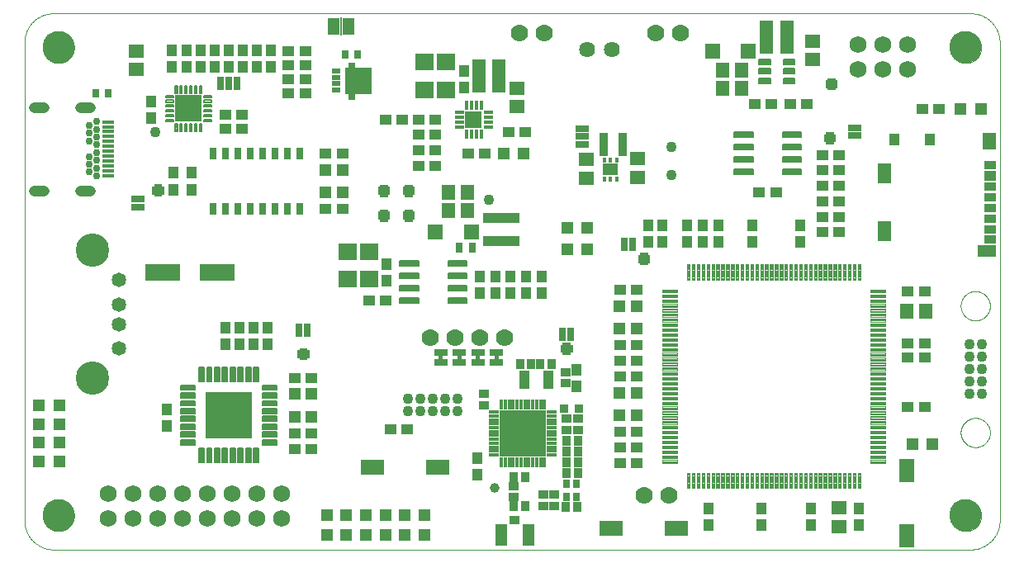
<source format=gts>
G75*
%MOIN*%
%OFA0B0*%
%FSLAX25Y25*%
%IPPOS*%
%LPD*%
%AMOC8*
5,1,8,0,0,1.08239X$1,22.5*
%
%ADD10C,0.00000*%
%ADD11C,0.00039*%
%ADD12R,0.05518X0.06306*%
%ADD13R,0.04731X0.04337*%
%ADD14R,0.04337X0.04731*%
%ADD15R,0.06306X0.05518*%
%ADD16C,0.00376*%
%ADD17C,0.00641*%
%ADD18R,0.18904X0.18904*%
%ADD19R,0.02762X0.05124*%
%ADD20R,0.05124X0.05124*%
%ADD21R,0.06306X0.09455*%
%ADD22R,0.04731X0.05124*%
%ADD23C,0.12998*%
%ADD24R,0.04731X0.03353*%
%ADD25R,0.04731X0.03746*%
%ADD26R,0.04731X0.03845*%
%ADD27R,0.04337X0.05124*%
%ADD28R,0.05715X0.07880*%
%ADD29R,0.07487X0.05006*%
%ADD30R,0.05715X0.06502*%
%ADD31C,0.05833*%
%ADD32C,0.13455*%
%ADD33C,0.00681*%
%ADD34R,0.09455X0.06306*%
%ADD35R,0.03156X0.03353*%
%ADD36R,0.03746X0.03943*%
%ADD37R,0.04337X0.07487*%
%ADD38R,0.03943X0.03746*%
%ADD39C,0.04337*%
%ADD40C,0.03943*%
%ADD41R,0.05400X0.02900*%
%ADD42C,0.00500*%
%ADD43C,0.07000*%
%ADD44R,0.03550X0.03550*%
%ADD45R,0.05124X0.01581*%
%ADD46C,0.02975*%
%ADD47C,0.04337*%
%ADD48C,0.00712*%
%ADD49R,0.11030X0.11030*%
%ADD50R,0.03353X0.01975*%
%ADD51R,0.02565X0.03550*%
%ADD52C,0.00326*%
%ADD53R,0.07093X0.07093*%
%ADD54R,0.07487X0.06699*%
%ADD55R,0.05518X0.13786*%
%ADD56R,0.02900X0.05400*%
%ADD57C,0.00671*%
%ADD58R,0.05912X0.05912*%
%ADD59C,0.06400*%
%ADD60C,0.00691*%
%ADD61R,0.03156X0.03943*%
%ADD62R,0.14967X0.04258*%
%ADD63R,0.04534X0.09061*%
%ADD64R,0.04337X0.03550*%
%ADD65R,0.14180X0.06699*%
%ADD66C,0.06896*%
%ADD67R,0.01306X0.03865*%
%ADD68R,0.18510X0.18510*%
%ADD69R,0.03865X0.01306*%
%ADD70R,0.05000X0.06700*%
%ADD71R,0.00600X0.07200*%
%ADD72R,0.01581X0.02369*%
%ADD73R,0.06306X0.04731*%
%ADD74R,0.03746X0.09455*%
D10*
X0083936Y0127750D02*
X0454015Y0127750D01*
X0454300Y0127753D01*
X0454586Y0127764D01*
X0454871Y0127781D01*
X0455155Y0127805D01*
X0455439Y0127836D01*
X0455722Y0127874D01*
X0456003Y0127919D01*
X0456284Y0127970D01*
X0456564Y0128028D01*
X0456842Y0128093D01*
X0457118Y0128165D01*
X0457392Y0128243D01*
X0457665Y0128328D01*
X0457935Y0128420D01*
X0458203Y0128518D01*
X0458469Y0128622D01*
X0458732Y0128733D01*
X0458992Y0128850D01*
X0459250Y0128973D01*
X0459504Y0129103D01*
X0459755Y0129239D01*
X0460003Y0129380D01*
X0460247Y0129528D01*
X0460488Y0129681D01*
X0460724Y0129841D01*
X0460957Y0130006D01*
X0461186Y0130176D01*
X0461411Y0130352D01*
X0461631Y0130534D01*
X0461847Y0130720D01*
X0462058Y0130912D01*
X0462265Y0131109D01*
X0462467Y0131311D01*
X0462664Y0131518D01*
X0462856Y0131729D01*
X0463042Y0131945D01*
X0463224Y0132165D01*
X0463400Y0132390D01*
X0463570Y0132619D01*
X0463735Y0132852D01*
X0463895Y0133088D01*
X0464048Y0133329D01*
X0464196Y0133573D01*
X0464337Y0133821D01*
X0464473Y0134072D01*
X0464603Y0134326D01*
X0464726Y0134584D01*
X0464843Y0134844D01*
X0464954Y0135107D01*
X0465058Y0135373D01*
X0465156Y0135641D01*
X0465248Y0135911D01*
X0465333Y0136184D01*
X0465411Y0136458D01*
X0465483Y0136734D01*
X0465548Y0137012D01*
X0465606Y0137292D01*
X0465657Y0137573D01*
X0465702Y0137854D01*
X0465740Y0138137D01*
X0465771Y0138421D01*
X0465795Y0138705D01*
X0465812Y0138990D01*
X0465823Y0139276D01*
X0465826Y0139561D01*
X0465826Y0332474D01*
X0465823Y0332759D01*
X0465812Y0333045D01*
X0465795Y0333330D01*
X0465771Y0333614D01*
X0465740Y0333898D01*
X0465702Y0334181D01*
X0465657Y0334462D01*
X0465606Y0334743D01*
X0465548Y0335023D01*
X0465483Y0335301D01*
X0465411Y0335577D01*
X0465333Y0335851D01*
X0465248Y0336124D01*
X0465156Y0336394D01*
X0465058Y0336662D01*
X0464954Y0336928D01*
X0464843Y0337191D01*
X0464726Y0337451D01*
X0464603Y0337709D01*
X0464473Y0337963D01*
X0464337Y0338214D01*
X0464196Y0338462D01*
X0464048Y0338706D01*
X0463895Y0338947D01*
X0463735Y0339183D01*
X0463570Y0339416D01*
X0463400Y0339645D01*
X0463224Y0339870D01*
X0463042Y0340090D01*
X0462856Y0340306D01*
X0462664Y0340517D01*
X0462467Y0340724D01*
X0462265Y0340926D01*
X0462058Y0341123D01*
X0461847Y0341315D01*
X0461631Y0341501D01*
X0461411Y0341683D01*
X0461186Y0341859D01*
X0460957Y0342029D01*
X0460724Y0342194D01*
X0460488Y0342354D01*
X0460247Y0342507D01*
X0460003Y0342655D01*
X0459755Y0342796D01*
X0459504Y0342932D01*
X0459250Y0343062D01*
X0458992Y0343185D01*
X0458732Y0343302D01*
X0458469Y0343413D01*
X0458203Y0343517D01*
X0457935Y0343615D01*
X0457665Y0343707D01*
X0457392Y0343792D01*
X0457118Y0343870D01*
X0456842Y0343942D01*
X0456564Y0344007D01*
X0456284Y0344065D01*
X0456003Y0344116D01*
X0455722Y0344161D01*
X0455439Y0344199D01*
X0455155Y0344230D01*
X0454871Y0344254D01*
X0454586Y0344271D01*
X0454300Y0344282D01*
X0454015Y0344285D01*
X0083936Y0344285D01*
X0083651Y0344282D01*
X0083365Y0344271D01*
X0083080Y0344254D01*
X0082796Y0344230D01*
X0082512Y0344199D01*
X0082229Y0344161D01*
X0081948Y0344116D01*
X0081667Y0344065D01*
X0081387Y0344007D01*
X0081109Y0343942D01*
X0080833Y0343870D01*
X0080559Y0343792D01*
X0080286Y0343707D01*
X0080016Y0343615D01*
X0079748Y0343517D01*
X0079482Y0343413D01*
X0079219Y0343302D01*
X0078959Y0343185D01*
X0078701Y0343062D01*
X0078447Y0342932D01*
X0078196Y0342796D01*
X0077948Y0342655D01*
X0077704Y0342507D01*
X0077463Y0342354D01*
X0077227Y0342194D01*
X0076994Y0342029D01*
X0076765Y0341859D01*
X0076540Y0341683D01*
X0076320Y0341501D01*
X0076104Y0341315D01*
X0075893Y0341123D01*
X0075686Y0340926D01*
X0075484Y0340724D01*
X0075287Y0340517D01*
X0075095Y0340306D01*
X0074909Y0340090D01*
X0074727Y0339870D01*
X0074551Y0339645D01*
X0074381Y0339416D01*
X0074216Y0339183D01*
X0074056Y0338947D01*
X0073903Y0338706D01*
X0073755Y0338462D01*
X0073614Y0338214D01*
X0073478Y0337963D01*
X0073348Y0337709D01*
X0073225Y0337451D01*
X0073108Y0337191D01*
X0072997Y0336928D01*
X0072893Y0336662D01*
X0072795Y0336394D01*
X0072703Y0336124D01*
X0072618Y0335851D01*
X0072540Y0335577D01*
X0072468Y0335301D01*
X0072403Y0335023D01*
X0072345Y0334743D01*
X0072294Y0334462D01*
X0072249Y0334181D01*
X0072211Y0333898D01*
X0072180Y0333614D01*
X0072156Y0333330D01*
X0072139Y0333045D01*
X0072128Y0332759D01*
X0072125Y0332474D01*
X0072125Y0139561D01*
X0072128Y0139276D01*
X0072139Y0138990D01*
X0072156Y0138705D01*
X0072180Y0138421D01*
X0072211Y0138137D01*
X0072249Y0137854D01*
X0072294Y0137573D01*
X0072345Y0137292D01*
X0072403Y0137012D01*
X0072468Y0136734D01*
X0072540Y0136458D01*
X0072618Y0136184D01*
X0072703Y0135911D01*
X0072795Y0135641D01*
X0072893Y0135373D01*
X0072997Y0135107D01*
X0073108Y0134844D01*
X0073225Y0134584D01*
X0073348Y0134326D01*
X0073478Y0134072D01*
X0073614Y0133821D01*
X0073755Y0133573D01*
X0073903Y0133329D01*
X0074056Y0133088D01*
X0074216Y0132852D01*
X0074381Y0132619D01*
X0074551Y0132390D01*
X0074727Y0132165D01*
X0074909Y0131945D01*
X0075095Y0131729D01*
X0075287Y0131518D01*
X0075484Y0131311D01*
X0075686Y0131109D01*
X0075893Y0130912D01*
X0076104Y0130720D01*
X0076320Y0130534D01*
X0076540Y0130352D01*
X0076765Y0130176D01*
X0076994Y0130006D01*
X0077227Y0129841D01*
X0077463Y0129681D01*
X0077704Y0129528D01*
X0077948Y0129380D01*
X0078196Y0129239D01*
X0078447Y0129103D01*
X0078701Y0128973D01*
X0078959Y0128850D01*
X0079219Y0128733D01*
X0079482Y0128622D01*
X0079748Y0128518D01*
X0080016Y0128420D01*
X0080286Y0128328D01*
X0080559Y0128243D01*
X0080833Y0128165D01*
X0081109Y0128093D01*
X0081387Y0128028D01*
X0081667Y0127970D01*
X0081948Y0127919D01*
X0082229Y0127874D01*
X0082512Y0127836D01*
X0082796Y0127805D01*
X0083080Y0127781D01*
X0083365Y0127764D01*
X0083651Y0127753D01*
X0083936Y0127750D01*
X0079606Y0141530D02*
X0079608Y0141688D01*
X0079614Y0141846D01*
X0079624Y0142004D01*
X0079638Y0142162D01*
X0079656Y0142319D01*
X0079677Y0142476D01*
X0079703Y0142632D01*
X0079733Y0142788D01*
X0079766Y0142943D01*
X0079804Y0143096D01*
X0079845Y0143249D01*
X0079890Y0143401D01*
X0079939Y0143552D01*
X0079992Y0143701D01*
X0080048Y0143849D01*
X0080108Y0143995D01*
X0080172Y0144140D01*
X0080240Y0144283D01*
X0080311Y0144425D01*
X0080385Y0144565D01*
X0080463Y0144702D01*
X0080545Y0144838D01*
X0080629Y0144972D01*
X0080718Y0145103D01*
X0080809Y0145232D01*
X0080904Y0145359D01*
X0081001Y0145484D01*
X0081102Y0145606D01*
X0081206Y0145725D01*
X0081313Y0145842D01*
X0081423Y0145956D01*
X0081536Y0146067D01*
X0081651Y0146176D01*
X0081769Y0146281D01*
X0081890Y0146383D01*
X0082013Y0146483D01*
X0082139Y0146579D01*
X0082267Y0146672D01*
X0082397Y0146762D01*
X0082530Y0146848D01*
X0082665Y0146932D01*
X0082801Y0147011D01*
X0082940Y0147088D01*
X0083081Y0147160D01*
X0083223Y0147230D01*
X0083367Y0147295D01*
X0083513Y0147357D01*
X0083660Y0147415D01*
X0083809Y0147470D01*
X0083959Y0147521D01*
X0084110Y0147568D01*
X0084262Y0147611D01*
X0084415Y0147650D01*
X0084570Y0147686D01*
X0084725Y0147717D01*
X0084881Y0147745D01*
X0085037Y0147769D01*
X0085194Y0147789D01*
X0085352Y0147805D01*
X0085509Y0147817D01*
X0085668Y0147825D01*
X0085826Y0147829D01*
X0085984Y0147829D01*
X0086142Y0147825D01*
X0086301Y0147817D01*
X0086458Y0147805D01*
X0086616Y0147789D01*
X0086773Y0147769D01*
X0086929Y0147745D01*
X0087085Y0147717D01*
X0087240Y0147686D01*
X0087395Y0147650D01*
X0087548Y0147611D01*
X0087700Y0147568D01*
X0087851Y0147521D01*
X0088001Y0147470D01*
X0088150Y0147415D01*
X0088297Y0147357D01*
X0088443Y0147295D01*
X0088587Y0147230D01*
X0088729Y0147160D01*
X0088870Y0147088D01*
X0089009Y0147011D01*
X0089145Y0146932D01*
X0089280Y0146848D01*
X0089413Y0146762D01*
X0089543Y0146672D01*
X0089671Y0146579D01*
X0089797Y0146483D01*
X0089920Y0146383D01*
X0090041Y0146281D01*
X0090159Y0146176D01*
X0090274Y0146067D01*
X0090387Y0145956D01*
X0090497Y0145842D01*
X0090604Y0145725D01*
X0090708Y0145606D01*
X0090809Y0145484D01*
X0090906Y0145359D01*
X0091001Y0145232D01*
X0091092Y0145103D01*
X0091181Y0144972D01*
X0091265Y0144838D01*
X0091347Y0144702D01*
X0091425Y0144565D01*
X0091499Y0144425D01*
X0091570Y0144283D01*
X0091638Y0144140D01*
X0091702Y0143995D01*
X0091762Y0143849D01*
X0091818Y0143701D01*
X0091871Y0143552D01*
X0091920Y0143401D01*
X0091965Y0143249D01*
X0092006Y0143096D01*
X0092044Y0142943D01*
X0092077Y0142788D01*
X0092107Y0142632D01*
X0092133Y0142476D01*
X0092154Y0142319D01*
X0092172Y0142162D01*
X0092186Y0142004D01*
X0092196Y0141846D01*
X0092202Y0141688D01*
X0092204Y0141530D01*
X0092202Y0141372D01*
X0092196Y0141214D01*
X0092186Y0141056D01*
X0092172Y0140898D01*
X0092154Y0140741D01*
X0092133Y0140584D01*
X0092107Y0140428D01*
X0092077Y0140272D01*
X0092044Y0140117D01*
X0092006Y0139964D01*
X0091965Y0139811D01*
X0091920Y0139659D01*
X0091871Y0139508D01*
X0091818Y0139359D01*
X0091762Y0139211D01*
X0091702Y0139065D01*
X0091638Y0138920D01*
X0091570Y0138777D01*
X0091499Y0138635D01*
X0091425Y0138495D01*
X0091347Y0138358D01*
X0091265Y0138222D01*
X0091181Y0138088D01*
X0091092Y0137957D01*
X0091001Y0137828D01*
X0090906Y0137701D01*
X0090809Y0137576D01*
X0090708Y0137454D01*
X0090604Y0137335D01*
X0090497Y0137218D01*
X0090387Y0137104D01*
X0090274Y0136993D01*
X0090159Y0136884D01*
X0090041Y0136779D01*
X0089920Y0136677D01*
X0089797Y0136577D01*
X0089671Y0136481D01*
X0089543Y0136388D01*
X0089413Y0136298D01*
X0089280Y0136212D01*
X0089145Y0136128D01*
X0089009Y0136049D01*
X0088870Y0135972D01*
X0088729Y0135900D01*
X0088587Y0135830D01*
X0088443Y0135765D01*
X0088297Y0135703D01*
X0088150Y0135645D01*
X0088001Y0135590D01*
X0087851Y0135539D01*
X0087700Y0135492D01*
X0087548Y0135449D01*
X0087395Y0135410D01*
X0087240Y0135374D01*
X0087085Y0135343D01*
X0086929Y0135315D01*
X0086773Y0135291D01*
X0086616Y0135271D01*
X0086458Y0135255D01*
X0086301Y0135243D01*
X0086142Y0135235D01*
X0085984Y0135231D01*
X0085826Y0135231D01*
X0085668Y0135235D01*
X0085509Y0135243D01*
X0085352Y0135255D01*
X0085194Y0135271D01*
X0085037Y0135291D01*
X0084881Y0135315D01*
X0084725Y0135343D01*
X0084570Y0135374D01*
X0084415Y0135410D01*
X0084262Y0135449D01*
X0084110Y0135492D01*
X0083959Y0135539D01*
X0083809Y0135590D01*
X0083660Y0135645D01*
X0083513Y0135703D01*
X0083367Y0135765D01*
X0083223Y0135830D01*
X0083081Y0135900D01*
X0082940Y0135972D01*
X0082801Y0136049D01*
X0082665Y0136128D01*
X0082530Y0136212D01*
X0082397Y0136298D01*
X0082267Y0136388D01*
X0082139Y0136481D01*
X0082013Y0136577D01*
X0081890Y0136677D01*
X0081769Y0136779D01*
X0081651Y0136884D01*
X0081536Y0136993D01*
X0081423Y0137104D01*
X0081313Y0137218D01*
X0081206Y0137335D01*
X0081102Y0137454D01*
X0081001Y0137576D01*
X0080904Y0137701D01*
X0080809Y0137828D01*
X0080718Y0137957D01*
X0080629Y0138088D01*
X0080545Y0138222D01*
X0080463Y0138358D01*
X0080385Y0138495D01*
X0080311Y0138635D01*
X0080240Y0138777D01*
X0080172Y0138920D01*
X0080108Y0139065D01*
X0080048Y0139211D01*
X0079992Y0139359D01*
X0079939Y0139508D01*
X0079890Y0139659D01*
X0079845Y0139811D01*
X0079804Y0139964D01*
X0079766Y0140117D01*
X0079733Y0140272D01*
X0079703Y0140428D01*
X0079677Y0140584D01*
X0079656Y0140741D01*
X0079638Y0140898D01*
X0079624Y0141056D01*
X0079614Y0141214D01*
X0079608Y0141372D01*
X0079606Y0141530D01*
X0079606Y0330506D02*
X0079608Y0330664D01*
X0079614Y0330822D01*
X0079624Y0330980D01*
X0079638Y0331138D01*
X0079656Y0331295D01*
X0079677Y0331452D01*
X0079703Y0331608D01*
X0079733Y0331764D01*
X0079766Y0331919D01*
X0079804Y0332072D01*
X0079845Y0332225D01*
X0079890Y0332377D01*
X0079939Y0332528D01*
X0079992Y0332677D01*
X0080048Y0332825D01*
X0080108Y0332971D01*
X0080172Y0333116D01*
X0080240Y0333259D01*
X0080311Y0333401D01*
X0080385Y0333541D01*
X0080463Y0333678D01*
X0080545Y0333814D01*
X0080629Y0333948D01*
X0080718Y0334079D01*
X0080809Y0334208D01*
X0080904Y0334335D01*
X0081001Y0334460D01*
X0081102Y0334582D01*
X0081206Y0334701D01*
X0081313Y0334818D01*
X0081423Y0334932D01*
X0081536Y0335043D01*
X0081651Y0335152D01*
X0081769Y0335257D01*
X0081890Y0335359D01*
X0082013Y0335459D01*
X0082139Y0335555D01*
X0082267Y0335648D01*
X0082397Y0335738D01*
X0082530Y0335824D01*
X0082665Y0335908D01*
X0082801Y0335987D01*
X0082940Y0336064D01*
X0083081Y0336136D01*
X0083223Y0336206D01*
X0083367Y0336271D01*
X0083513Y0336333D01*
X0083660Y0336391D01*
X0083809Y0336446D01*
X0083959Y0336497D01*
X0084110Y0336544D01*
X0084262Y0336587D01*
X0084415Y0336626D01*
X0084570Y0336662D01*
X0084725Y0336693D01*
X0084881Y0336721D01*
X0085037Y0336745D01*
X0085194Y0336765D01*
X0085352Y0336781D01*
X0085509Y0336793D01*
X0085668Y0336801D01*
X0085826Y0336805D01*
X0085984Y0336805D01*
X0086142Y0336801D01*
X0086301Y0336793D01*
X0086458Y0336781D01*
X0086616Y0336765D01*
X0086773Y0336745D01*
X0086929Y0336721D01*
X0087085Y0336693D01*
X0087240Y0336662D01*
X0087395Y0336626D01*
X0087548Y0336587D01*
X0087700Y0336544D01*
X0087851Y0336497D01*
X0088001Y0336446D01*
X0088150Y0336391D01*
X0088297Y0336333D01*
X0088443Y0336271D01*
X0088587Y0336206D01*
X0088729Y0336136D01*
X0088870Y0336064D01*
X0089009Y0335987D01*
X0089145Y0335908D01*
X0089280Y0335824D01*
X0089413Y0335738D01*
X0089543Y0335648D01*
X0089671Y0335555D01*
X0089797Y0335459D01*
X0089920Y0335359D01*
X0090041Y0335257D01*
X0090159Y0335152D01*
X0090274Y0335043D01*
X0090387Y0334932D01*
X0090497Y0334818D01*
X0090604Y0334701D01*
X0090708Y0334582D01*
X0090809Y0334460D01*
X0090906Y0334335D01*
X0091001Y0334208D01*
X0091092Y0334079D01*
X0091181Y0333948D01*
X0091265Y0333814D01*
X0091347Y0333678D01*
X0091425Y0333541D01*
X0091499Y0333401D01*
X0091570Y0333259D01*
X0091638Y0333116D01*
X0091702Y0332971D01*
X0091762Y0332825D01*
X0091818Y0332677D01*
X0091871Y0332528D01*
X0091920Y0332377D01*
X0091965Y0332225D01*
X0092006Y0332072D01*
X0092044Y0331919D01*
X0092077Y0331764D01*
X0092107Y0331608D01*
X0092133Y0331452D01*
X0092154Y0331295D01*
X0092172Y0331138D01*
X0092186Y0330980D01*
X0092196Y0330822D01*
X0092202Y0330664D01*
X0092204Y0330506D01*
X0092202Y0330348D01*
X0092196Y0330190D01*
X0092186Y0330032D01*
X0092172Y0329874D01*
X0092154Y0329717D01*
X0092133Y0329560D01*
X0092107Y0329404D01*
X0092077Y0329248D01*
X0092044Y0329093D01*
X0092006Y0328940D01*
X0091965Y0328787D01*
X0091920Y0328635D01*
X0091871Y0328484D01*
X0091818Y0328335D01*
X0091762Y0328187D01*
X0091702Y0328041D01*
X0091638Y0327896D01*
X0091570Y0327753D01*
X0091499Y0327611D01*
X0091425Y0327471D01*
X0091347Y0327334D01*
X0091265Y0327198D01*
X0091181Y0327064D01*
X0091092Y0326933D01*
X0091001Y0326804D01*
X0090906Y0326677D01*
X0090809Y0326552D01*
X0090708Y0326430D01*
X0090604Y0326311D01*
X0090497Y0326194D01*
X0090387Y0326080D01*
X0090274Y0325969D01*
X0090159Y0325860D01*
X0090041Y0325755D01*
X0089920Y0325653D01*
X0089797Y0325553D01*
X0089671Y0325457D01*
X0089543Y0325364D01*
X0089413Y0325274D01*
X0089280Y0325188D01*
X0089145Y0325104D01*
X0089009Y0325025D01*
X0088870Y0324948D01*
X0088729Y0324876D01*
X0088587Y0324806D01*
X0088443Y0324741D01*
X0088297Y0324679D01*
X0088150Y0324621D01*
X0088001Y0324566D01*
X0087851Y0324515D01*
X0087700Y0324468D01*
X0087548Y0324425D01*
X0087395Y0324386D01*
X0087240Y0324350D01*
X0087085Y0324319D01*
X0086929Y0324291D01*
X0086773Y0324267D01*
X0086616Y0324247D01*
X0086458Y0324231D01*
X0086301Y0324219D01*
X0086142Y0324211D01*
X0085984Y0324207D01*
X0085826Y0324207D01*
X0085668Y0324211D01*
X0085509Y0324219D01*
X0085352Y0324231D01*
X0085194Y0324247D01*
X0085037Y0324267D01*
X0084881Y0324291D01*
X0084725Y0324319D01*
X0084570Y0324350D01*
X0084415Y0324386D01*
X0084262Y0324425D01*
X0084110Y0324468D01*
X0083959Y0324515D01*
X0083809Y0324566D01*
X0083660Y0324621D01*
X0083513Y0324679D01*
X0083367Y0324741D01*
X0083223Y0324806D01*
X0083081Y0324876D01*
X0082940Y0324948D01*
X0082801Y0325025D01*
X0082665Y0325104D01*
X0082530Y0325188D01*
X0082397Y0325274D01*
X0082267Y0325364D01*
X0082139Y0325457D01*
X0082013Y0325553D01*
X0081890Y0325653D01*
X0081769Y0325755D01*
X0081651Y0325860D01*
X0081536Y0325969D01*
X0081423Y0326080D01*
X0081313Y0326194D01*
X0081206Y0326311D01*
X0081102Y0326430D01*
X0081001Y0326552D01*
X0080904Y0326677D01*
X0080809Y0326804D01*
X0080718Y0326933D01*
X0080629Y0327064D01*
X0080545Y0327198D01*
X0080463Y0327334D01*
X0080385Y0327471D01*
X0080311Y0327611D01*
X0080240Y0327753D01*
X0080172Y0327896D01*
X0080108Y0328041D01*
X0080048Y0328187D01*
X0079992Y0328335D01*
X0079939Y0328484D01*
X0079890Y0328635D01*
X0079845Y0328787D01*
X0079804Y0328940D01*
X0079766Y0329093D01*
X0079733Y0329248D01*
X0079703Y0329404D01*
X0079677Y0329560D01*
X0079656Y0329717D01*
X0079638Y0329874D01*
X0079624Y0330032D01*
X0079614Y0330190D01*
X0079608Y0330348D01*
X0079606Y0330506D01*
X0445747Y0330506D02*
X0445749Y0330664D01*
X0445755Y0330822D01*
X0445765Y0330980D01*
X0445779Y0331138D01*
X0445797Y0331295D01*
X0445818Y0331452D01*
X0445844Y0331608D01*
X0445874Y0331764D01*
X0445907Y0331919D01*
X0445945Y0332072D01*
X0445986Y0332225D01*
X0446031Y0332377D01*
X0446080Y0332528D01*
X0446133Y0332677D01*
X0446189Y0332825D01*
X0446249Y0332971D01*
X0446313Y0333116D01*
X0446381Y0333259D01*
X0446452Y0333401D01*
X0446526Y0333541D01*
X0446604Y0333678D01*
X0446686Y0333814D01*
X0446770Y0333948D01*
X0446859Y0334079D01*
X0446950Y0334208D01*
X0447045Y0334335D01*
X0447142Y0334460D01*
X0447243Y0334582D01*
X0447347Y0334701D01*
X0447454Y0334818D01*
X0447564Y0334932D01*
X0447677Y0335043D01*
X0447792Y0335152D01*
X0447910Y0335257D01*
X0448031Y0335359D01*
X0448154Y0335459D01*
X0448280Y0335555D01*
X0448408Y0335648D01*
X0448538Y0335738D01*
X0448671Y0335824D01*
X0448806Y0335908D01*
X0448942Y0335987D01*
X0449081Y0336064D01*
X0449222Y0336136D01*
X0449364Y0336206D01*
X0449508Y0336271D01*
X0449654Y0336333D01*
X0449801Y0336391D01*
X0449950Y0336446D01*
X0450100Y0336497D01*
X0450251Y0336544D01*
X0450403Y0336587D01*
X0450556Y0336626D01*
X0450711Y0336662D01*
X0450866Y0336693D01*
X0451022Y0336721D01*
X0451178Y0336745D01*
X0451335Y0336765D01*
X0451493Y0336781D01*
X0451650Y0336793D01*
X0451809Y0336801D01*
X0451967Y0336805D01*
X0452125Y0336805D01*
X0452283Y0336801D01*
X0452442Y0336793D01*
X0452599Y0336781D01*
X0452757Y0336765D01*
X0452914Y0336745D01*
X0453070Y0336721D01*
X0453226Y0336693D01*
X0453381Y0336662D01*
X0453536Y0336626D01*
X0453689Y0336587D01*
X0453841Y0336544D01*
X0453992Y0336497D01*
X0454142Y0336446D01*
X0454291Y0336391D01*
X0454438Y0336333D01*
X0454584Y0336271D01*
X0454728Y0336206D01*
X0454870Y0336136D01*
X0455011Y0336064D01*
X0455150Y0335987D01*
X0455286Y0335908D01*
X0455421Y0335824D01*
X0455554Y0335738D01*
X0455684Y0335648D01*
X0455812Y0335555D01*
X0455938Y0335459D01*
X0456061Y0335359D01*
X0456182Y0335257D01*
X0456300Y0335152D01*
X0456415Y0335043D01*
X0456528Y0334932D01*
X0456638Y0334818D01*
X0456745Y0334701D01*
X0456849Y0334582D01*
X0456950Y0334460D01*
X0457047Y0334335D01*
X0457142Y0334208D01*
X0457233Y0334079D01*
X0457322Y0333948D01*
X0457406Y0333814D01*
X0457488Y0333678D01*
X0457566Y0333541D01*
X0457640Y0333401D01*
X0457711Y0333259D01*
X0457779Y0333116D01*
X0457843Y0332971D01*
X0457903Y0332825D01*
X0457959Y0332677D01*
X0458012Y0332528D01*
X0458061Y0332377D01*
X0458106Y0332225D01*
X0458147Y0332072D01*
X0458185Y0331919D01*
X0458218Y0331764D01*
X0458248Y0331608D01*
X0458274Y0331452D01*
X0458295Y0331295D01*
X0458313Y0331138D01*
X0458327Y0330980D01*
X0458337Y0330822D01*
X0458343Y0330664D01*
X0458345Y0330506D01*
X0458343Y0330348D01*
X0458337Y0330190D01*
X0458327Y0330032D01*
X0458313Y0329874D01*
X0458295Y0329717D01*
X0458274Y0329560D01*
X0458248Y0329404D01*
X0458218Y0329248D01*
X0458185Y0329093D01*
X0458147Y0328940D01*
X0458106Y0328787D01*
X0458061Y0328635D01*
X0458012Y0328484D01*
X0457959Y0328335D01*
X0457903Y0328187D01*
X0457843Y0328041D01*
X0457779Y0327896D01*
X0457711Y0327753D01*
X0457640Y0327611D01*
X0457566Y0327471D01*
X0457488Y0327334D01*
X0457406Y0327198D01*
X0457322Y0327064D01*
X0457233Y0326933D01*
X0457142Y0326804D01*
X0457047Y0326677D01*
X0456950Y0326552D01*
X0456849Y0326430D01*
X0456745Y0326311D01*
X0456638Y0326194D01*
X0456528Y0326080D01*
X0456415Y0325969D01*
X0456300Y0325860D01*
X0456182Y0325755D01*
X0456061Y0325653D01*
X0455938Y0325553D01*
X0455812Y0325457D01*
X0455684Y0325364D01*
X0455554Y0325274D01*
X0455421Y0325188D01*
X0455286Y0325104D01*
X0455150Y0325025D01*
X0455011Y0324948D01*
X0454870Y0324876D01*
X0454728Y0324806D01*
X0454584Y0324741D01*
X0454438Y0324679D01*
X0454291Y0324621D01*
X0454142Y0324566D01*
X0453992Y0324515D01*
X0453841Y0324468D01*
X0453689Y0324425D01*
X0453536Y0324386D01*
X0453381Y0324350D01*
X0453226Y0324319D01*
X0453070Y0324291D01*
X0452914Y0324267D01*
X0452757Y0324247D01*
X0452599Y0324231D01*
X0452442Y0324219D01*
X0452283Y0324211D01*
X0452125Y0324207D01*
X0451967Y0324207D01*
X0451809Y0324211D01*
X0451650Y0324219D01*
X0451493Y0324231D01*
X0451335Y0324247D01*
X0451178Y0324267D01*
X0451022Y0324291D01*
X0450866Y0324319D01*
X0450711Y0324350D01*
X0450556Y0324386D01*
X0450403Y0324425D01*
X0450251Y0324468D01*
X0450100Y0324515D01*
X0449950Y0324566D01*
X0449801Y0324621D01*
X0449654Y0324679D01*
X0449508Y0324741D01*
X0449364Y0324806D01*
X0449222Y0324876D01*
X0449081Y0324948D01*
X0448942Y0325025D01*
X0448806Y0325104D01*
X0448671Y0325188D01*
X0448538Y0325274D01*
X0448408Y0325364D01*
X0448280Y0325457D01*
X0448154Y0325553D01*
X0448031Y0325653D01*
X0447910Y0325755D01*
X0447792Y0325860D01*
X0447677Y0325969D01*
X0447564Y0326080D01*
X0447454Y0326194D01*
X0447347Y0326311D01*
X0447243Y0326430D01*
X0447142Y0326552D01*
X0447045Y0326677D01*
X0446950Y0326804D01*
X0446859Y0326933D01*
X0446770Y0327064D01*
X0446686Y0327198D01*
X0446604Y0327334D01*
X0446526Y0327471D01*
X0446452Y0327611D01*
X0446381Y0327753D01*
X0446313Y0327896D01*
X0446249Y0328041D01*
X0446189Y0328187D01*
X0446133Y0328335D01*
X0446080Y0328484D01*
X0446031Y0328635D01*
X0445986Y0328787D01*
X0445945Y0328940D01*
X0445907Y0329093D01*
X0445874Y0329248D01*
X0445844Y0329404D01*
X0445818Y0329560D01*
X0445797Y0329717D01*
X0445779Y0329874D01*
X0445765Y0330032D01*
X0445755Y0330190D01*
X0445749Y0330348D01*
X0445747Y0330506D01*
X0445747Y0141530D02*
X0445749Y0141688D01*
X0445755Y0141846D01*
X0445765Y0142004D01*
X0445779Y0142162D01*
X0445797Y0142319D01*
X0445818Y0142476D01*
X0445844Y0142632D01*
X0445874Y0142788D01*
X0445907Y0142943D01*
X0445945Y0143096D01*
X0445986Y0143249D01*
X0446031Y0143401D01*
X0446080Y0143552D01*
X0446133Y0143701D01*
X0446189Y0143849D01*
X0446249Y0143995D01*
X0446313Y0144140D01*
X0446381Y0144283D01*
X0446452Y0144425D01*
X0446526Y0144565D01*
X0446604Y0144702D01*
X0446686Y0144838D01*
X0446770Y0144972D01*
X0446859Y0145103D01*
X0446950Y0145232D01*
X0447045Y0145359D01*
X0447142Y0145484D01*
X0447243Y0145606D01*
X0447347Y0145725D01*
X0447454Y0145842D01*
X0447564Y0145956D01*
X0447677Y0146067D01*
X0447792Y0146176D01*
X0447910Y0146281D01*
X0448031Y0146383D01*
X0448154Y0146483D01*
X0448280Y0146579D01*
X0448408Y0146672D01*
X0448538Y0146762D01*
X0448671Y0146848D01*
X0448806Y0146932D01*
X0448942Y0147011D01*
X0449081Y0147088D01*
X0449222Y0147160D01*
X0449364Y0147230D01*
X0449508Y0147295D01*
X0449654Y0147357D01*
X0449801Y0147415D01*
X0449950Y0147470D01*
X0450100Y0147521D01*
X0450251Y0147568D01*
X0450403Y0147611D01*
X0450556Y0147650D01*
X0450711Y0147686D01*
X0450866Y0147717D01*
X0451022Y0147745D01*
X0451178Y0147769D01*
X0451335Y0147789D01*
X0451493Y0147805D01*
X0451650Y0147817D01*
X0451809Y0147825D01*
X0451967Y0147829D01*
X0452125Y0147829D01*
X0452283Y0147825D01*
X0452442Y0147817D01*
X0452599Y0147805D01*
X0452757Y0147789D01*
X0452914Y0147769D01*
X0453070Y0147745D01*
X0453226Y0147717D01*
X0453381Y0147686D01*
X0453536Y0147650D01*
X0453689Y0147611D01*
X0453841Y0147568D01*
X0453992Y0147521D01*
X0454142Y0147470D01*
X0454291Y0147415D01*
X0454438Y0147357D01*
X0454584Y0147295D01*
X0454728Y0147230D01*
X0454870Y0147160D01*
X0455011Y0147088D01*
X0455150Y0147011D01*
X0455286Y0146932D01*
X0455421Y0146848D01*
X0455554Y0146762D01*
X0455684Y0146672D01*
X0455812Y0146579D01*
X0455938Y0146483D01*
X0456061Y0146383D01*
X0456182Y0146281D01*
X0456300Y0146176D01*
X0456415Y0146067D01*
X0456528Y0145956D01*
X0456638Y0145842D01*
X0456745Y0145725D01*
X0456849Y0145606D01*
X0456950Y0145484D01*
X0457047Y0145359D01*
X0457142Y0145232D01*
X0457233Y0145103D01*
X0457322Y0144972D01*
X0457406Y0144838D01*
X0457488Y0144702D01*
X0457566Y0144565D01*
X0457640Y0144425D01*
X0457711Y0144283D01*
X0457779Y0144140D01*
X0457843Y0143995D01*
X0457903Y0143849D01*
X0457959Y0143701D01*
X0458012Y0143552D01*
X0458061Y0143401D01*
X0458106Y0143249D01*
X0458147Y0143096D01*
X0458185Y0142943D01*
X0458218Y0142788D01*
X0458248Y0142632D01*
X0458274Y0142476D01*
X0458295Y0142319D01*
X0458313Y0142162D01*
X0458327Y0142004D01*
X0458337Y0141846D01*
X0458343Y0141688D01*
X0458345Y0141530D01*
X0458343Y0141372D01*
X0458337Y0141214D01*
X0458327Y0141056D01*
X0458313Y0140898D01*
X0458295Y0140741D01*
X0458274Y0140584D01*
X0458248Y0140428D01*
X0458218Y0140272D01*
X0458185Y0140117D01*
X0458147Y0139964D01*
X0458106Y0139811D01*
X0458061Y0139659D01*
X0458012Y0139508D01*
X0457959Y0139359D01*
X0457903Y0139211D01*
X0457843Y0139065D01*
X0457779Y0138920D01*
X0457711Y0138777D01*
X0457640Y0138635D01*
X0457566Y0138495D01*
X0457488Y0138358D01*
X0457406Y0138222D01*
X0457322Y0138088D01*
X0457233Y0137957D01*
X0457142Y0137828D01*
X0457047Y0137701D01*
X0456950Y0137576D01*
X0456849Y0137454D01*
X0456745Y0137335D01*
X0456638Y0137218D01*
X0456528Y0137104D01*
X0456415Y0136993D01*
X0456300Y0136884D01*
X0456182Y0136779D01*
X0456061Y0136677D01*
X0455938Y0136577D01*
X0455812Y0136481D01*
X0455684Y0136388D01*
X0455554Y0136298D01*
X0455421Y0136212D01*
X0455286Y0136128D01*
X0455150Y0136049D01*
X0455011Y0135972D01*
X0454870Y0135900D01*
X0454728Y0135830D01*
X0454584Y0135765D01*
X0454438Y0135703D01*
X0454291Y0135645D01*
X0454142Y0135590D01*
X0453992Y0135539D01*
X0453841Y0135492D01*
X0453689Y0135449D01*
X0453536Y0135410D01*
X0453381Y0135374D01*
X0453226Y0135343D01*
X0453070Y0135315D01*
X0452914Y0135291D01*
X0452757Y0135271D01*
X0452599Y0135255D01*
X0452442Y0135243D01*
X0452283Y0135235D01*
X0452125Y0135231D01*
X0451967Y0135231D01*
X0451809Y0135235D01*
X0451650Y0135243D01*
X0451493Y0135255D01*
X0451335Y0135271D01*
X0451178Y0135291D01*
X0451022Y0135315D01*
X0450866Y0135343D01*
X0450711Y0135374D01*
X0450556Y0135410D01*
X0450403Y0135449D01*
X0450251Y0135492D01*
X0450100Y0135539D01*
X0449950Y0135590D01*
X0449801Y0135645D01*
X0449654Y0135703D01*
X0449508Y0135765D01*
X0449364Y0135830D01*
X0449222Y0135900D01*
X0449081Y0135972D01*
X0448942Y0136049D01*
X0448806Y0136128D01*
X0448671Y0136212D01*
X0448538Y0136298D01*
X0448408Y0136388D01*
X0448280Y0136481D01*
X0448154Y0136577D01*
X0448031Y0136677D01*
X0447910Y0136779D01*
X0447792Y0136884D01*
X0447677Y0136993D01*
X0447564Y0137104D01*
X0447454Y0137218D01*
X0447347Y0137335D01*
X0447243Y0137454D01*
X0447142Y0137576D01*
X0447045Y0137701D01*
X0446950Y0137828D01*
X0446859Y0137957D01*
X0446770Y0138088D01*
X0446686Y0138222D01*
X0446604Y0138358D01*
X0446526Y0138495D01*
X0446452Y0138635D01*
X0446381Y0138777D01*
X0446313Y0138920D01*
X0446249Y0139065D01*
X0446189Y0139211D01*
X0446133Y0139359D01*
X0446080Y0139508D01*
X0446031Y0139659D01*
X0445986Y0139811D01*
X0445945Y0139964D01*
X0445907Y0140117D01*
X0445874Y0140272D01*
X0445844Y0140428D01*
X0445818Y0140584D01*
X0445797Y0140741D01*
X0445779Y0140898D01*
X0445765Y0141056D01*
X0445755Y0141214D01*
X0445749Y0141372D01*
X0445747Y0141530D01*
D11*
X0450077Y0174994D02*
X0450079Y0175147D01*
X0450085Y0175301D01*
X0450095Y0175454D01*
X0450109Y0175606D01*
X0450127Y0175759D01*
X0450149Y0175910D01*
X0450174Y0176061D01*
X0450204Y0176212D01*
X0450238Y0176362D01*
X0450275Y0176510D01*
X0450316Y0176658D01*
X0450361Y0176804D01*
X0450410Y0176950D01*
X0450463Y0177094D01*
X0450519Y0177236D01*
X0450579Y0177377D01*
X0450643Y0177517D01*
X0450710Y0177655D01*
X0450781Y0177791D01*
X0450856Y0177925D01*
X0450933Y0178057D01*
X0451015Y0178187D01*
X0451099Y0178315D01*
X0451187Y0178441D01*
X0451278Y0178564D01*
X0451372Y0178685D01*
X0451470Y0178803D01*
X0451570Y0178919D01*
X0451674Y0179032D01*
X0451780Y0179143D01*
X0451889Y0179251D01*
X0452001Y0179356D01*
X0452115Y0179457D01*
X0452233Y0179556D01*
X0452352Y0179652D01*
X0452474Y0179745D01*
X0452599Y0179834D01*
X0452726Y0179921D01*
X0452855Y0180003D01*
X0452986Y0180083D01*
X0453119Y0180159D01*
X0453254Y0180232D01*
X0453391Y0180301D01*
X0453530Y0180366D01*
X0453670Y0180428D01*
X0453812Y0180486D01*
X0453955Y0180541D01*
X0454100Y0180592D01*
X0454246Y0180639D01*
X0454393Y0180682D01*
X0454541Y0180721D01*
X0454690Y0180757D01*
X0454840Y0180788D01*
X0454991Y0180816D01*
X0455142Y0180840D01*
X0455295Y0180860D01*
X0455447Y0180876D01*
X0455600Y0180888D01*
X0455753Y0180896D01*
X0455906Y0180900D01*
X0456060Y0180900D01*
X0456213Y0180896D01*
X0456366Y0180888D01*
X0456519Y0180876D01*
X0456671Y0180860D01*
X0456824Y0180840D01*
X0456975Y0180816D01*
X0457126Y0180788D01*
X0457276Y0180757D01*
X0457425Y0180721D01*
X0457573Y0180682D01*
X0457720Y0180639D01*
X0457866Y0180592D01*
X0458011Y0180541D01*
X0458154Y0180486D01*
X0458296Y0180428D01*
X0458436Y0180366D01*
X0458575Y0180301D01*
X0458712Y0180232D01*
X0458847Y0180159D01*
X0458980Y0180083D01*
X0459111Y0180003D01*
X0459240Y0179921D01*
X0459367Y0179834D01*
X0459492Y0179745D01*
X0459614Y0179652D01*
X0459733Y0179556D01*
X0459851Y0179457D01*
X0459965Y0179356D01*
X0460077Y0179251D01*
X0460186Y0179143D01*
X0460292Y0179032D01*
X0460396Y0178919D01*
X0460496Y0178803D01*
X0460594Y0178685D01*
X0460688Y0178564D01*
X0460779Y0178441D01*
X0460867Y0178315D01*
X0460951Y0178187D01*
X0461033Y0178057D01*
X0461110Y0177925D01*
X0461185Y0177791D01*
X0461256Y0177655D01*
X0461323Y0177517D01*
X0461387Y0177377D01*
X0461447Y0177236D01*
X0461503Y0177094D01*
X0461556Y0176950D01*
X0461605Y0176804D01*
X0461650Y0176658D01*
X0461691Y0176510D01*
X0461728Y0176362D01*
X0461762Y0176212D01*
X0461792Y0176061D01*
X0461817Y0175910D01*
X0461839Y0175759D01*
X0461857Y0175606D01*
X0461871Y0175454D01*
X0461881Y0175301D01*
X0461887Y0175147D01*
X0461889Y0174994D01*
X0461887Y0174841D01*
X0461881Y0174687D01*
X0461871Y0174534D01*
X0461857Y0174382D01*
X0461839Y0174229D01*
X0461817Y0174078D01*
X0461792Y0173927D01*
X0461762Y0173776D01*
X0461728Y0173626D01*
X0461691Y0173478D01*
X0461650Y0173330D01*
X0461605Y0173184D01*
X0461556Y0173038D01*
X0461503Y0172894D01*
X0461447Y0172752D01*
X0461387Y0172611D01*
X0461323Y0172471D01*
X0461256Y0172333D01*
X0461185Y0172197D01*
X0461110Y0172063D01*
X0461033Y0171931D01*
X0460951Y0171801D01*
X0460867Y0171673D01*
X0460779Y0171547D01*
X0460688Y0171424D01*
X0460594Y0171303D01*
X0460496Y0171185D01*
X0460396Y0171069D01*
X0460292Y0170956D01*
X0460186Y0170845D01*
X0460077Y0170737D01*
X0459965Y0170632D01*
X0459851Y0170531D01*
X0459733Y0170432D01*
X0459614Y0170336D01*
X0459492Y0170243D01*
X0459367Y0170154D01*
X0459240Y0170067D01*
X0459111Y0169985D01*
X0458980Y0169905D01*
X0458847Y0169829D01*
X0458712Y0169756D01*
X0458575Y0169687D01*
X0458436Y0169622D01*
X0458296Y0169560D01*
X0458154Y0169502D01*
X0458011Y0169447D01*
X0457866Y0169396D01*
X0457720Y0169349D01*
X0457573Y0169306D01*
X0457425Y0169267D01*
X0457276Y0169231D01*
X0457126Y0169200D01*
X0456975Y0169172D01*
X0456824Y0169148D01*
X0456671Y0169128D01*
X0456519Y0169112D01*
X0456366Y0169100D01*
X0456213Y0169092D01*
X0456060Y0169088D01*
X0455906Y0169088D01*
X0455753Y0169092D01*
X0455600Y0169100D01*
X0455447Y0169112D01*
X0455295Y0169128D01*
X0455142Y0169148D01*
X0454991Y0169172D01*
X0454840Y0169200D01*
X0454690Y0169231D01*
X0454541Y0169267D01*
X0454393Y0169306D01*
X0454246Y0169349D01*
X0454100Y0169396D01*
X0453955Y0169447D01*
X0453812Y0169502D01*
X0453670Y0169560D01*
X0453530Y0169622D01*
X0453391Y0169687D01*
X0453254Y0169756D01*
X0453119Y0169829D01*
X0452986Y0169905D01*
X0452855Y0169985D01*
X0452726Y0170067D01*
X0452599Y0170154D01*
X0452474Y0170243D01*
X0452352Y0170336D01*
X0452233Y0170432D01*
X0452115Y0170531D01*
X0452001Y0170632D01*
X0451889Y0170737D01*
X0451780Y0170845D01*
X0451674Y0170956D01*
X0451570Y0171069D01*
X0451470Y0171185D01*
X0451372Y0171303D01*
X0451278Y0171424D01*
X0451187Y0171547D01*
X0451099Y0171673D01*
X0451015Y0171801D01*
X0450933Y0171931D01*
X0450856Y0172063D01*
X0450781Y0172197D01*
X0450710Y0172333D01*
X0450643Y0172471D01*
X0450579Y0172611D01*
X0450519Y0172752D01*
X0450463Y0172894D01*
X0450410Y0173038D01*
X0450361Y0173184D01*
X0450316Y0173330D01*
X0450275Y0173478D01*
X0450238Y0173626D01*
X0450204Y0173776D01*
X0450174Y0173927D01*
X0450149Y0174078D01*
X0450127Y0174229D01*
X0450109Y0174382D01*
X0450095Y0174534D01*
X0450085Y0174687D01*
X0450079Y0174841D01*
X0450077Y0174994D01*
X0450077Y0226175D02*
X0450079Y0226328D01*
X0450085Y0226482D01*
X0450095Y0226635D01*
X0450109Y0226787D01*
X0450127Y0226940D01*
X0450149Y0227091D01*
X0450174Y0227242D01*
X0450204Y0227393D01*
X0450238Y0227543D01*
X0450275Y0227691D01*
X0450316Y0227839D01*
X0450361Y0227985D01*
X0450410Y0228131D01*
X0450463Y0228275D01*
X0450519Y0228417D01*
X0450579Y0228558D01*
X0450643Y0228698D01*
X0450710Y0228836D01*
X0450781Y0228972D01*
X0450856Y0229106D01*
X0450933Y0229238D01*
X0451015Y0229368D01*
X0451099Y0229496D01*
X0451187Y0229622D01*
X0451278Y0229745D01*
X0451372Y0229866D01*
X0451470Y0229984D01*
X0451570Y0230100D01*
X0451674Y0230213D01*
X0451780Y0230324D01*
X0451889Y0230432D01*
X0452001Y0230537D01*
X0452115Y0230638D01*
X0452233Y0230737D01*
X0452352Y0230833D01*
X0452474Y0230926D01*
X0452599Y0231015D01*
X0452726Y0231102D01*
X0452855Y0231184D01*
X0452986Y0231264D01*
X0453119Y0231340D01*
X0453254Y0231413D01*
X0453391Y0231482D01*
X0453530Y0231547D01*
X0453670Y0231609D01*
X0453812Y0231667D01*
X0453955Y0231722D01*
X0454100Y0231773D01*
X0454246Y0231820D01*
X0454393Y0231863D01*
X0454541Y0231902D01*
X0454690Y0231938D01*
X0454840Y0231969D01*
X0454991Y0231997D01*
X0455142Y0232021D01*
X0455295Y0232041D01*
X0455447Y0232057D01*
X0455600Y0232069D01*
X0455753Y0232077D01*
X0455906Y0232081D01*
X0456060Y0232081D01*
X0456213Y0232077D01*
X0456366Y0232069D01*
X0456519Y0232057D01*
X0456671Y0232041D01*
X0456824Y0232021D01*
X0456975Y0231997D01*
X0457126Y0231969D01*
X0457276Y0231938D01*
X0457425Y0231902D01*
X0457573Y0231863D01*
X0457720Y0231820D01*
X0457866Y0231773D01*
X0458011Y0231722D01*
X0458154Y0231667D01*
X0458296Y0231609D01*
X0458436Y0231547D01*
X0458575Y0231482D01*
X0458712Y0231413D01*
X0458847Y0231340D01*
X0458980Y0231264D01*
X0459111Y0231184D01*
X0459240Y0231102D01*
X0459367Y0231015D01*
X0459492Y0230926D01*
X0459614Y0230833D01*
X0459733Y0230737D01*
X0459851Y0230638D01*
X0459965Y0230537D01*
X0460077Y0230432D01*
X0460186Y0230324D01*
X0460292Y0230213D01*
X0460396Y0230100D01*
X0460496Y0229984D01*
X0460594Y0229866D01*
X0460688Y0229745D01*
X0460779Y0229622D01*
X0460867Y0229496D01*
X0460951Y0229368D01*
X0461033Y0229238D01*
X0461110Y0229106D01*
X0461185Y0228972D01*
X0461256Y0228836D01*
X0461323Y0228698D01*
X0461387Y0228558D01*
X0461447Y0228417D01*
X0461503Y0228275D01*
X0461556Y0228131D01*
X0461605Y0227985D01*
X0461650Y0227839D01*
X0461691Y0227691D01*
X0461728Y0227543D01*
X0461762Y0227393D01*
X0461792Y0227242D01*
X0461817Y0227091D01*
X0461839Y0226940D01*
X0461857Y0226787D01*
X0461871Y0226635D01*
X0461881Y0226482D01*
X0461887Y0226328D01*
X0461889Y0226175D01*
X0461887Y0226022D01*
X0461881Y0225868D01*
X0461871Y0225715D01*
X0461857Y0225563D01*
X0461839Y0225410D01*
X0461817Y0225259D01*
X0461792Y0225108D01*
X0461762Y0224957D01*
X0461728Y0224807D01*
X0461691Y0224659D01*
X0461650Y0224511D01*
X0461605Y0224365D01*
X0461556Y0224219D01*
X0461503Y0224075D01*
X0461447Y0223933D01*
X0461387Y0223792D01*
X0461323Y0223652D01*
X0461256Y0223514D01*
X0461185Y0223378D01*
X0461110Y0223244D01*
X0461033Y0223112D01*
X0460951Y0222982D01*
X0460867Y0222854D01*
X0460779Y0222728D01*
X0460688Y0222605D01*
X0460594Y0222484D01*
X0460496Y0222366D01*
X0460396Y0222250D01*
X0460292Y0222137D01*
X0460186Y0222026D01*
X0460077Y0221918D01*
X0459965Y0221813D01*
X0459851Y0221712D01*
X0459733Y0221613D01*
X0459614Y0221517D01*
X0459492Y0221424D01*
X0459367Y0221335D01*
X0459240Y0221248D01*
X0459111Y0221166D01*
X0458980Y0221086D01*
X0458847Y0221010D01*
X0458712Y0220937D01*
X0458575Y0220868D01*
X0458436Y0220803D01*
X0458296Y0220741D01*
X0458154Y0220683D01*
X0458011Y0220628D01*
X0457866Y0220577D01*
X0457720Y0220530D01*
X0457573Y0220487D01*
X0457425Y0220448D01*
X0457276Y0220412D01*
X0457126Y0220381D01*
X0456975Y0220353D01*
X0456824Y0220329D01*
X0456671Y0220309D01*
X0456519Y0220293D01*
X0456366Y0220281D01*
X0456213Y0220273D01*
X0456060Y0220269D01*
X0455906Y0220269D01*
X0455753Y0220273D01*
X0455600Y0220281D01*
X0455447Y0220293D01*
X0455295Y0220309D01*
X0455142Y0220329D01*
X0454991Y0220353D01*
X0454840Y0220381D01*
X0454690Y0220412D01*
X0454541Y0220448D01*
X0454393Y0220487D01*
X0454246Y0220530D01*
X0454100Y0220577D01*
X0453955Y0220628D01*
X0453812Y0220683D01*
X0453670Y0220741D01*
X0453530Y0220803D01*
X0453391Y0220868D01*
X0453254Y0220937D01*
X0453119Y0221010D01*
X0452986Y0221086D01*
X0452855Y0221166D01*
X0452726Y0221248D01*
X0452599Y0221335D01*
X0452474Y0221424D01*
X0452352Y0221517D01*
X0452233Y0221613D01*
X0452115Y0221712D01*
X0452001Y0221813D01*
X0451889Y0221918D01*
X0451780Y0222026D01*
X0451674Y0222137D01*
X0451570Y0222250D01*
X0451470Y0222366D01*
X0451372Y0222484D01*
X0451278Y0222605D01*
X0451187Y0222728D01*
X0451099Y0222854D01*
X0451015Y0222982D01*
X0450933Y0223112D01*
X0450856Y0223244D01*
X0450781Y0223378D01*
X0450710Y0223514D01*
X0450643Y0223652D01*
X0450579Y0223792D01*
X0450519Y0223933D01*
X0450463Y0224075D01*
X0450410Y0224219D01*
X0450361Y0224365D01*
X0450316Y0224511D01*
X0450275Y0224659D01*
X0450238Y0224807D01*
X0450204Y0224957D01*
X0450174Y0225108D01*
X0450149Y0225259D01*
X0450127Y0225410D01*
X0450109Y0225563D01*
X0450095Y0225715D01*
X0450085Y0225868D01*
X0450079Y0226022D01*
X0450077Y0226175D01*
X0398582Y0291717D02*
X0397282Y0291717D01*
X0397282Y0293843D01*
X0399408Y0293843D01*
X0399408Y0292543D01*
X0398582Y0292543D01*
X0398582Y0291717D01*
X0398582Y0291739D02*
X0397282Y0291739D01*
X0397282Y0291776D02*
X0398582Y0291776D01*
X0398582Y0291814D02*
X0397282Y0291814D01*
X0397282Y0291852D02*
X0398582Y0291852D01*
X0398582Y0291890D02*
X0397282Y0291890D01*
X0397282Y0291928D02*
X0398582Y0291928D01*
X0398582Y0291966D02*
X0397282Y0291966D01*
X0397282Y0292004D02*
X0398582Y0292004D01*
X0398582Y0292042D02*
X0397282Y0292042D01*
X0397282Y0292080D02*
X0398582Y0292080D01*
X0398582Y0292117D02*
X0397282Y0292117D01*
X0397282Y0292155D02*
X0398582Y0292155D01*
X0398582Y0292193D02*
X0397282Y0292193D01*
X0397282Y0292231D02*
X0398582Y0292231D01*
X0398582Y0292269D02*
X0397282Y0292269D01*
X0397282Y0292307D02*
X0398582Y0292307D01*
X0398582Y0292345D02*
X0397282Y0292345D01*
X0397282Y0292383D02*
X0398582Y0292383D01*
X0398582Y0292420D02*
X0397282Y0292420D01*
X0397282Y0292458D02*
X0398582Y0292458D01*
X0398582Y0292496D02*
X0397282Y0292496D01*
X0397282Y0292534D02*
X0398582Y0292534D01*
X0399408Y0292572D02*
X0397282Y0292572D01*
X0397282Y0292610D02*
X0399408Y0292610D01*
X0399408Y0292648D02*
X0397282Y0292648D01*
X0397282Y0292686D02*
X0399408Y0292686D01*
X0399408Y0292723D02*
X0397282Y0292723D01*
X0397282Y0292761D02*
X0399408Y0292761D01*
X0399408Y0292799D02*
X0397282Y0292799D01*
X0397282Y0292837D02*
X0399408Y0292837D01*
X0399408Y0292875D02*
X0397282Y0292875D01*
X0397282Y0292913D02*
X0399408Y0292913D01*
X0399408Y0292951D02*
X0397282Y0292951D01*
X0397282Y0292989D02*
X0399408Y0292989D01*
X0399408Y0293027D02*
X0397282Y0293027D01*
X0397282Y0293064D02*
X0399408Y0293064D01*
X0399408Y0293102D02*
X0397282Y0293102D01*
X0397282Y0293140D02*
X0399408Y0293140D01*
X0399408Y0293178D02*
X0397282Y0293178D01*
X0397282Y0293216D02*
X0399408Y0293216D01*
X0399408Y0293254D02*
X0397282Y0293254D01*
X0397282Y0293292D02*
X0399408Y0293292D01*
X0399408Y0293330D02*
X0397282Y0293330D01*
X0397282Y0293367D02*
X0399408Y0293367D01*
X0399408Y0293405D02*
X0397282Y0293405D01*
X0397282Y0293443D02*
X0399408Y0293443D01*
X0399408Y0293481D02*
X0397282Y0293481D01*
X0397282Y0293519D02*
X0399408Y0293519D01*
X0399408Y0293557D02*
X0397282Y0293557D01*
X0397282Y0293595D02*
X0399408Y0293595D01*
X0399408Y0293633D02*
X0397282Y0293633D01*
X0397282Y0293671D02*
X0399408Y0293671D01*
X0399408Y0293708D02*
X0397282Y0293708D01*
X0397282Y0293746D02*
X0399408Y0293746D01*
X0399408Y0293784D02*
X0397282Y0293784D01*
X0397282Y0293822D02*
X0399408Y0293822D01*
X0399408Y0294157D02*
X0399408Y0295457D01*
X0398582Y0295457D01*
X0398582Y0296283D01*
X0397282Y0296283D01*
X0397282Y0294157D01*
X0399408Y0294157D01*
X0399408Y0294163D02*
X0397282Y0294163D01*
X0397282Y0294201D02*
X0399408Y0294201D01*
X0399408Y0294239D02*
X0397282Y0294239D01*
X0397282Y0294277D02*
X0399408Y0294277D01*
X0399408Y0294315D02*
X0397282Y0294315D01*
X0397282Y0294352D02*
X0399408Y0294352D01*
X0399408Y0294390D02*
X0397282Y0294390D01*
X0397282Y0294428D02*
X0399408Y0294428D01*
X0399408Y0294466D02*
X0397282Y0294466D01*
X0397282Y0294504D02*
X0399408Y0294504D01*
X0399408Y0294542D02*
X0397282Y0294542D01*
X0397282Y0294580D02*
X0399408Y0294580D01*
X0399408Y0294618D02*
X0397282Y0294618D01*
X0397282Y0294655D02*
X0399408Y0294655D01*
X0399408Y0294693D02*
X0397282Y0294693D01*
X0397282Y0294731D02*
X0399408Y0294731D01*
X0399408Y0294769D02*
X0397282Y0294769D01*
X0397282Y0294807D02*
X0399408Y0294807D01*
X0399408Y0294845D02*
X0397282Y0294845D01*
X0397282Y0294883D02*
X0399408Y0294883D01*
X0399408Y0294921D02*
X0397282Y0294921D01*
X0397282Y0294958D02*
X0399408Y0294958D01*
X0399408Y0294996D02*
X0397282Y0294996D01*
X0397282Y0295034D02*
X0399408Y0295034D01*
X0399408Y0295072D02*
X0397282Y0295072D01*
X0397282Y0295110D02*
X0399408Y0295110D01*
X0399408Y0295148D02*
X0397282Y0295148D01*
X0397282Y0295186D02*
X0399408Y0295186D01*
X0399408Y0295224D02*
X0397282Y0295224D01*
X0397282Y0295262D02*
X0399408Y0295262D01*
X0399408Y0295299D02*
X0397282Y0295299D01*
X0397282Y0295337D02*
X0399408Y0295337D01*
X0399408Y0295375D02*
X0397282Y0295375D01*
X0397282Y0295413D02*
X0399408Y0295413D01*
X0399408Y0295451D02*
X0397282Y0295451D01*
X0397282Y0295489D02*
X0398582Y0295489D01*
X0398582Y0295527D02*
X0397282Y0295527D01*
X0397282Y0295565D02*
X0398582Y0295565D01*
X0398582Y0295602D02*
X0397282Y0295602D01*
X0397282Y0295640D02*
X0398582Y0295640D01*
X0398582Y0295678D02*
X0397282Y0295678D01*
X0397282Y0295716D02*
X0398582Y0295716D01*
X0398582Y0295754D02*
X0397282Y0295754D01*
X0397282Y0295792D02*
X0398582Y0295792D01*
X0398582Y0295830D02*
X0397282Y0295830D01*
X0397282Y0295868D02*
X0398582Y0295868D01*
X0398582Y0295906D02*
X0397282Y0295906D01*
X0397282Y0295943D02*
X0398582Y0295943D01*
X0398582Y0295981D02*
X0397282Y0295981D01*
X0397282Y0296019D02*
X0398582Y0296019D01*
X0398582Y0296057D02*
X0397282Y0296057D01*
X0397282Y0296095D02*
X0398582Y0296095D01*
X0398582Y0296133D02*
X0397282Y0296133D01*
X0397282Y0296171D02*
X0398582Y0296171D01*
X0398582Y0296209D02*
X0397282Y0296209D01*
X0397282Y0296246D02*
X0398582Y0296246D01*
X0396968Y0296246D02*
X0395668Y0296246D01*
X0395668Y0296209D02*
X0396968Y0296209D01*
X0396968Y0296171D02*
X0395668Y0296171D01*
X0395668Y0296133D02*
X0396968Y0296133D01*
X0396968Y0296095D02*
X0395668Y0296095D01*
X0395668Y0296057D02*
X0396968Y0296057D01*
X0396968Y0296019D02*
X0395668Y0296019D01*
X0395668Y0295981D02*
X0396968Y0295981D01*
X0396968Y0295943D02*
X0395668Y0295943D01*
X0395668Y0295906D02*
X0396968Y0295906D01*
X0396968Y0295868D02*
X0395668Y0295868D01*
X0395668Y0295830D02*
X0396968Y0295830D01*
X0396968Y0295792D02*
X0395668Y0295792D01*
X0395668Y0295754D02*
X0396968Y0295754D01*
X0396968Y0295716D02*
X0395668Y0295716D01*
X0395668Y0295678D02*
X0396968Y0295678D01*
X0396968Y0295640D02*
X0395668Y0295640D01*
X0395668Y0295602D02*
X0396968Y0295602D01*
X0396968Y0295565D02*
X0395668Y0295565D01*
X0395668Y0295527D02*
X0396968Y0295527D01*
X0396968Y0295489D02*
X0395668Y0295489D01*
X0395668Y0295457D02*
X0395668Y0296283D01*
X0396968Y0296283D01*
X0396968Y0294157D01*
X0394842Y0294157D01*
X0394842Y0295457D01*
X0395668Y0295457D01*
X0394842Y0295451D02*
X0396968Y0295451D01*
X0396968Y0295413D02*
X0394842Y0295413D01*
X0394842Y0295375D02*
X0396968Y0295375D01*
X0396968Y0295337D02*
X0394842Y0295337D01*
X0394842Y0295299D02*
X0396968Y0295299D01*
X0396968Y0295262D02*
X0394842Y0295262D01*
X0394842Y0295224D02*
X0396968Y0295224D01*
X0396968Y0295186D02*
X0394842Y0295186D01*
X0394842Y0295148D02*
X0396968Y0295148D01*
X0396968Y0295110D02*
X0394842Y0295110D01*
X0394842Y0295072D02*
X0396968Y0295072D01*
X0396968Y0295034D02*
X0394842Y0295034D01*
X0394842Y0294996D02*
X0396968Y0294996D01*
X0396968Y0294958D02*
X0394842Y0294958D01*
X0394842Y0294921D02*
X0396968Y0294921D01*
X0396968Y0294883D02*
X0394842Y0294883D01*
X0394842Y0294845D02*
X0396968Y0294845D01*
X0396968Y0294807D02*
X0394842Y0294807D01*
X0394842Y0294769D02*
X0396968Y0294769D01*
X0396968Y0294731D02*
X0394842Y0294731D01*
X0394842Y0294693D02*
X0396968Y0294693D01*
X0396968Y0294655D02*
X0394842Y0294655D01*
X0394842Y0294618D02*
X0396968Y0294618D01*
X0396968Y0294580D02*
X0394842Y0294580D01*
X0394842Y0294542D02*
X0396968Y0294542D01*
X0396968Y0294504D02*
X0394842Y0294504D01*
X0394842Y0294466D02*
X0396968Y0294466D01*
X0396968Y0294428D02*
X0394842Y0294428D01*
X0394842Y0294390D02*
X0396968Y0294390D01*
X0396968Y0294352D02*
X0394842Y0294352D01*
X0394842Y0294315D02*
X0396968Y0294315D01*
X0396968Y0294277D02*
X0394842Y0294277D01*
X0394842Y0294239D02*
X0396968Y0294239D01*
X0396968Y0294201D02*
X0394842Y0294201D01*
X0394842Y0294163D02*
X0396968Y0294163D01*
X0396968Y0293843D02*
X0396968Y0291717D01*
X0395668Y0291717D01*
X0395668Y0292543D01*
X0394842Y0292543D01*
X0394842Y0293843D01*
X0396968Y0293843D01*
X0396968Y0293822D02*
X0394842Y0293822D01*
X0394842Y0293784D02*
X0396968Y0293784D01*
X0396968Y0293746D02*
X0394842Y0293746D01*
X0394842Y0293708D02*
X0396968Y0293708D01*
X0396968Y0293671D02*
X0394842Y0293671D01*
X0394842Y0293633D02*
X0396968Y0293633D01*
X0396968Y0293595D02*
X0394842Y0293595D01*
X0394842Y0293557D02*
X0396968Y0293557D01*
X0396968Y0293519D02*
X0394842Y0293519D01*
X0394842Y0293481D02*
X0396968Y0293481D01*
X0396968Y0293443D02*
X0394842Y0293443D01*
X0394842Y0293405D02*
X0396968Y0293405D01*
X0396968Y0293367D02*
X0394842Y0293367D01*
X0394842Y0293330D02*
X0396968Y0293330D01*
X0396968Y0293292D02*
X0394842Y0293292D01*
X0394842Y0293254D02*
X0396968Y0293254D01*
X0396968Y0293216D02*
X0394842Y0293216D01*
X0394842Y0293178D02*
X0396968Y0293178D01*
X0396968Y0293140D02*
X0394842Y0293140D01*
X0394842Y0293102D02*
X0396968Y0293102D01*
X0396968Y0293064D02*
X0394842Y0293064D01*
X0394842Y0293027D02*
X0396968Y0293027D01*
X0396968Y0292989D02*
X0394842Y0292989D01*
X0394842Y0292951D02*
X0396968Y0292951D01*
X0396968Y0292913D02*
X0394842Y0292913D01*
X0394842Y0292875D02*
X0396968Y0292875D01*
X0396968Y0292837D02*
X0394842Y0292837D01*
X0394842Y0292799D02*
X0396968Y0292799D01*
X0396968Y0292761D02*
X0394842Y0292761D01*
X0394842Y0292723D02*
X0396968Y0292723D01*
X0396968Y0292686D02*
X0394842Y0292686D01*
X0394842Y0292648D02*
X0396968Y0292648D01*
X0396968Y0292610D02*
X0394842Y0292610D01*
X0394842Y0292572D02*
X0396968Y0292572D01*
X0396968Y0292534D02*
X0395668Y0292534D01*
X0395668Y0292496D02*
X0396968Y0292496D01*
X0396968Y0292458D02*
X0395668Y0292458D01*
X0395668Y0292420D02*
X0396968Y0292420D01*
X0396968Y0292383D02*
X0395668Y0292383D01*
X0395668Y0292345D02*
X0396968Y0292345D01*
X0396968Y0292307D02*
X0395668Y0292307D01*
X0395668Y0292269D02*
X0396968Y0292269D01*
X0396968Y0292231D02*
X0395668Y0292231D01*
X0395668Y0292193D02*
X0396968Y0292193D01*
X0396968Y0292155D02*
X0395668Y0292155D01*
X0395668Y0292117D02*
X0396968Y0292117D01*
X0396968Y0292080D02*
X0395668Y0292080D01*
X0395668Y0292042D02*
X0396968Y0292042D01*
X0396968Y0292004D02*
X0395668Y0292004D01*
X0395668Y0291966D02*
X0396968Y0291966D01*
X0396968Y0291928D02*
X0395668Y0291928D01*
X0395668Y0291890D02*
X0396968Y0291890D01*
X0396968Y0291852D02*
X0395668Y0291852D01*
X0395668Y0291814D02*
X0396968Y0291814D01*
X0396968Y0291776D02*
X0395668Y0291776D01*
X0395668Y0291739D02*
X0396968Y0291739D01*
X0397593Y0313592D02*
X0396293Y0313592D01*
X0396293Y0314418D01*
X0395467Y0314418D01*
X0395467Y0315718D01*
X0397593Y0315718D01*
X0397593Y0313592D01*
X0397593Y0313596D02*
X0396293Y0313596D01*
X0396293Y0313634D02*
X0397593Y0313634D01*
X0397593Y0313672D02*
X0396293Y0313672D01*
X0396293Y0313710D02*
X0397593Y0313710D01*
X0397593Y0313748D02*
X0396293Y0313748D01*
X0396293Y0313786D02*
X0397593Y0313786D01*
X0397593Y0313823D02*
X0396293Y0313823D01*
X0396293Y0313861D02*
X0397593Y0313861D01*
X0397593Y0313899D02*
X0396293Y0313899D01*
X0396293Y0313937D02*
X0397593Y0313937D01*
X0397593Y0313975D02*
X0396293Y0313975D01*
X0396293Y0314013D02*
X0397593Y0314013D01*
X0397593Y0314051D02*
X0396293Y0314051D01*
X0396293Y0314089D02*
X0397593Y0314089D01*
X0397593Y0314126D02*
X0396293Y0314126D01*
X0396293Y0314164D02*
X0397593Y0314164D01*
X0397593Y0314202D02*
X0396293Y0314202D01*
X0396293Y0314240D02*
X0397593Y0314240D01*
X0397593Y0314278D02*
X0396293Y0314278D01*
X0396293Y0314316D02*
X0397593Y0314316D01*
X0397593Y0314354D02*
X0396293Y0314354D01*
X0396293Y0314392D02*
X0397593Y0314392D01*
X0397593Y0314430D02*
X0395467Y0314430D01*
X0395467Y0314467D02*
X0397593Y0314467D01*
X0397593Y0314505D02*
X0395467Y0314505D01*
X0395467Y0314543D02*
X0397593Y0314543D01*
X0397593Y0314581D02*
X0395467Y0314581D01*
X0395467Y0314619D02*
X0397593Y0314619D01*
X0397593Y0314657D02*
X0395467Y0314657D01*
X0395467Y0314695D02*
X0397593Y0314695D01*
X0397593Y0314733D02*
X0395467Y0314733D01*
X0395467Y0314770D02*
X0397593Y0314770D01*
X0397593Y0314808D02*
X0395467Y0314808D01*
X0395467Y0314846D02*
X0397593Y0314846D01*
X0397593Y0314884D02*
X0395467Y0314884D01*
X0395467Y0314922D02*
X0397593Y0314922D01*
X0397593Y0314960D02*
X0395467Y0314960D01*
X0395467Y0314998D02*
X0397593Y0314998D01*
X0397593Y0315036D02*
X0395467Y0315036D01*
X0395467Y0315074D02*
X0397593Y0315074D01*
X0397593Y0315111D02*
X0395467Y0315111D01*
X0395467Y0315149D02*
X0397593Y0315149D01*
X0397593Y0315187D02*
X0395467Y0315187D01*
X0395467Y0315225D02*
X0397593Y0315225D01*
X0397593Y0315263D02*
X0395467Y0315263D01*
X0395467Y0315301D02*
X0397593Y0315301D01*
X0397593Y0315339D02*
X0395467Y0315339D01*
X0395467Y0315377D02*
X0397593Y0315377D01*
X0397593Y0315414D02*
X0395467Y0315414D01*
X0395467Y0315452D02*
X0397593Y0315452D01*
X0397593Y0315490D02*
X0395467Y0315490D01*
X0395467Y0315528D02*
X0397593Y0315528D01*
X0397593Y0315566D02*
X0395467Y0315566D01*
X0395467Y0315604D02*
X0397593Y0315604D01*
X0397593Y0315642D02*
X0395467Y0315642D01*
X0395467Y0315680D02*
X0397593Y0315680D01*
X0397593Y0315717D02*
X0395467Y0315717D01*
X0395467Y0316032D02*
X0397593Y0316032D01*
X0397593Y0318158D01*
X0396293Y0318158D01*
X0396293Y0317332D01*
X0395467Y0317332D01*
X0395467Y0316032D01*
X0395467Y0316058D02*
X0397593Y0316058D01*
X0397593Y0316096D02*
X0395467Y0316096D01*
X0395467Y0316134D02*
X0397593Y0316134D01*
X0397593Y0316172D02*
X0395467Y0316172D01*
X0395467Y0316210D02*
X0397593Y0316210D01*
X0397593Y0316248D02*
X0395467Y0316248D01*
X0395467Y0316286D02*
X0397593Y0316286D01*
X0397593Y0316324D02*
X0395467Y0316324D01*
X0395467Y0316361D02*
X0397593Y0316361D01*
X0397593Y0316399D02*
X0395467Y0316399D01*
X0395467Y0316437D02*
X0397593Y0316437D01*
X0397593Y0316475D02*
X0395467Y0316475D01*
X0395467Y0316513D02*
X0397593Y0316513D01*
X0397593Y0316551D02*
X0395467Y0316551D01*
X0395467Y0316589D02*
X0397593Y0316589D01*
X0397593Y0316627D02*
X0395467Y0316627D01*
X0395467Y0316665D02*
X0397593Y0316665D01*
X0397593Y0316702D02*
X0395467Y0316702D01*
X0395467Y0316740D02*
X0397593Y0316740D01*
X0397593Y0316778D02*
X0395467Y0316778D01*
X0395467Y0316816D02*
X0397593Y0316816D01*
X0397593Y0316854D02*
X0395467Y0316854D01*
X0395467Y0316892D02*
X0397593Y0316892D01*
X0397593Y0316930D02*
X0395467Y0316930D01*
X0395467Y0316968D02*
X0397593Y0316968D01*
X0397593Y0317005D02*
X0395467Y0317005D01*
X0395467Y0317043D02*
X0397593Y0317043D01*
X0397593Y0317081D02*
X0395467Y0317081D01*
X0395467Y0317119D02*
X0397593Y0317119D01*
X0397593Y0317157D02*
X0395467Y0317157D01*
X0395467Y0317195D02*
X0397593Y0317195D01*
X0397593Y0317233D02*
X0395467Y0317233D01*
X0395467Y0317271D02*
X0397593Y0317271D01*
X0397593Y0317309D02*
X0395467Y0317309D01*
X0396293Y0317346D02*
X0397593Y0317346D01*
X0397593Y0317384D02*
X0396293Y0317384D01*
X0396293Y0317422D02*
X0397593Y0317422D01*
X0397593Y0317460D02*
X0396293Y0317460D01*
X0396293Y0317498D02*
X0397593Y0317498D01*
X0397593Y0317536D02*
X0396293Y0317536D01*
X0396293Y0317574D02*
X0397593Y0317574D01*
X0397593Y0317612D02*
X0396293Y0317612D01*
X0396293Y0317649D02*
X0397593Y0317649D01*
X0397593Y0317687D02*
X0396293Y0317687D01*
X0396293Y0317725D02*
X0397593Y0317725D01*
X0397593Y0317763D02*
X0396293Y0317763D01*
X0396293Y0317801D02*
X0397593Y0317801D01*
X0397593Y0317839D02*
X0396293Y0317839D01*
X0396293Y0317877D02*
X0397593Y0317877D01*
X0397593Y0317915D02*
X0396293Y0317915D01*
X0396293Y0317952D02*
X0397593Y0317952D01*
X0397593Y0317990D02*
X0396293Y0317990D01*
X0396293Y0318028D02*
X0397593Y0318028D01*
X0397593Y0318066D02*
X0396293Y0318066D01*
X0396293Y0318104D02*
X0397593Y0318104D01*
X0397593Y0318142D02*
X0396293Y0318142D01*
X0397907Y0318142D02*
X0399207Y0318142D01*
X0399207Y0318158D02*
X0399207Y0317332D01*
X0400033Y0317332D01*
X0400033Y0316032D01*
X0397907Y0316032D01*
X0397907Y0318158D01*
X0399207Y0318158D01*
X0399207Y0318104D02*
X0397907Y0318104D01*
X0397907Y0318066D02*
X0399207Y0318066D01*
X0399207Y0318028D02*
X0397907Y0318028D01*
X0397907Y0317990D02*
X0399207Y0317990D01*
X0399207Y0317952D02*
X0397907Y0317952D01*
X0397907Y0317915D02*
X0399207Y0317915D01*
X0399207Y0317877D02*
X0397907Y0317877D01*
X0397907Y0317839D02*
X0399207Y0317839D01*
X0399207Y0317801D02*
X0397907Y0317801D01*
X0397907Y0317763D02*
X0399207Y0317763D01*
X0399207Y0317725D02*
X0397907Y0317725D01*
X0397907Y0317687D02*
X0399207Y0317687D01*
X0399207Y0317649D02*
X0397907Y0317649D01*
X0397907Y0317612D02*
X0399207Y0317612D01*
X0399207Y0317574D02*
X0397907Y0317574D01*
X0397907Y0317536D02*
X0399207Y0317536D01*
X0399207Y0317498D02*
X0397907Y0317498D01*
X0397907Y0317460D02*
X0399207Y0317460D01*
X0399207Y0317422D02*
X0397907Y0317422D01*
X0397907Y0317384D02*
X0399207Y0317384D01*
X0399207Y0317346D02*
X0397907Y0317346D01*
X0397907Y0317309D02*
X0400033Y0317309D01*
X0400033Y0317271D02*
X0397907Y0317271D01*
X0397907Y0317233D02*
X0400033Y0317233D01*
X0400033Y0317195D02*
X0397907Y0317195D01*
X0397907Y0317157D02*
X0400033Y0317157D01*
X0400033Y0317119D02*
X0397907Y0317119D01*
X0397907Y0317081D02*
X0400033Y0317081D01*
X0400033Y0317043D02*
X0397907Y0317043D01*
X0397907Y0317005D02*
X0400033Y0317005D01*
X0400033Y0316968D02*
X0397907Y0316968D01*
X0397907Y0316930D02*
X0400033Y0316930D01*
X0400033Y0316892D02*
X0397907Y0316892D01*
X0397907Y0316854D02*
X0400033Y0316854D01*
X0400033Y0316816D02*
X0397907Y0316816D01*
X0397907Y0316778D02*
X0400033Y0316778D01*
X0400033Y0316740D02*
X0397907Y0316740D01*
X0397907Y0316702D02*
X0400033Y0316702D01*
X0400033Y0316665D02*
X0397907Y0316665D01*
X0397907Y0316627D02*
X0400033Y0316627D01*
X0400033Y0316589D02*
X0397907Y0316589D01*
X0397907Y0316551D02*
X0400033Y0316551D01*
X0400033Y0316513D02*
X0397907Y0316513D01*
X0397907Y0316475D02*
X0400033Y0316475D01*
X0400033Y0316437D02*
X0397907Y0316437D01*
X0397907Y0316399D02*
X0400033Y0316399D01*
X0400033Y0316361D02*
X0397907Y0316361D01*
X0397907Y0316324D02*
X0400033Y0316324D01*
X0400033Y0316286D02*
X0397907Y0316286D01*
X0397907Y0316248D02*
X0400033Y0316248D01*
X0400033Y0316210D02*
X0397907Y0316210D01*
X0397907Y0316172D02*
X0400033Y0316172D01*
X0400033Y0316134D02*
X0397907Y0316134D01*
X0397907Y0316096D02*
X0400033Y0316096D01*
X0400033Y0316058D02*
X0397907Y0316058D01*
X0397907Y0315718D02*
X0400033Y0315718D01*
X0400033Y0314418D01*
X0399207Y0314418D01*
X0399207Y0313592D01*
X0397907Y0313592D01*
X0397907Y0315718D01*
X0397907Y0315717D02*
X0400033Y0315717D01*
X0400033Y0315680D02*
X0397907Y0315680D01*
X0397907Y0315642D02*
X0400033Y0315642D01*
X0400033Y0315604D02*
X0397907Y0315604D01*
X0397907Y0315566D02*
X0400033Y0315566D01*
X0400033Y0315528D02*
X0397907Y0315528D01*
X0397907Y0315490D02*
X0400033Y0315490D01*
X0400033Y0315452D02*
X0397907Y0315452D01*
X0397907Y0315414D02*
X0400033Y0315414D01*
X0400033Y0315377D02*
X0397907Y0315377D01*
X0397907Y0315339D02*
X0400033Y0315339D01*
X0400033Y0315301D02*
X0397907Y0315301D01*
X0397907Y0315263D02*
X0400033Y0315263D01*
X0400033Y0315225D02*
X0397907Y0315225D01*
X0397907Y0315187D02*
X0400033Y0315187D01*
X0400033Y0315149D02*
X0397907Y0315149D01*
X0397907Y0315111D02*
X0400033Y0315111D01*
X0400033Y0315074D02*
X0397907Y0315074D01*
X0397907Y0315036D02*
X0400033Y0315036D01*
X0400033Y0314998D02*
X0397907Y0314998D01*
X0397907Y0314960D02*
X0400033Y0314960D01*
X0400033Y0314922D02*
X0397907Y0314922D01*
X0397907Y0314884D02*
X0400033Y0314884D01*
X0400033Y0314846D02*
X0397907Y0314846D01*
X0397907Y0314808D02*
X0400033Y0314808D01*
X0400033Y0314770D02*
X0397907Y0314770D01*
X0397907Y0314733D02*
X0400033Y0314733D01*
X0400033Y0314695D02*
X0397907Y0314695D01*
X0397907Y0314657D02*
X0400033Y0314657D01*
X0400033Y0314619D02*
X0397907Y0314619D01*
X0397907Y0314581D02*
X0400033Y0314581D01*
X0400033Y0314543D02*
X0397907Y0314543D01*
X0397907Y0314505D02*
X0400033Y0314505D01*
X0400033Y0314467D02*
X0397907Y0314467D01*
X0397907Y0314430D02*
X0400033Y0314430D01*
X0399207Y0314392D02*
X0397907Y0314392D01*
X0397907Y0314354D02*
X0399207Y0314354D01*
X0399207Y0314316D02*
X0397907Y0314316D01*
X0397907Y0314278D02*
X0399207Y0314278D01*
X0399207Y0314240D02*
X0397907Y0314240D01*
X0397907Y0314202D02*
X0399207Y0314202D01*
X0399207Y0314164D02*
X0397907Y0314164D01*
X0397907Y0314126D02*
X0399207Y0314126D01*
X0399207Y0314089D02*
X0397907Y0314089D01*
X0397907Y0314051D02*
X0399207Y0314051D01*
X0399207Y0314013D02*
X0397907Y0314013D01*
X0397907Y0313975D02*
X0399207Y0313975D01*
X0399207Y0313937D02*
X0397907Y0313937D01*
X0397907Y0313899D02*
X0399207Y0313899D01*
X0399207Y0313861D02*
X0397907Y0313861D01*
X0397907Y0313823D02*
X0399207Y0313823D01*
X0399207Y0313786D02*
X0397907Y0313786D01*
X0397907Y0313748D02*
X0399207Y0313748D01*
X0399207Y0313710D02*
X0397907Y0313710D01*
X0397907Y0313672D02*
X0399207Y0313672D01*
X0399207Y0313634D02*
X0397907Y0313634D01*
X0397907Y0313596D02*
X0399207Y0313596D01*
X0323582Y0247533D02*
X0322282Y0247533D01*
X0322282Y0245407D01*
X0324408Y0245407D01*
X0324408Y0246707D01*
X0323582Y0246707D01*
X0323582Y0247533D01*
X0323582Y0247531D02*
X0322282Y0247531D01*
X0322282Y0247493D02*
X0323582Y0247493D01*
X0323582Y0247455D02*
X0322282Y0247455D01*
X0322282Y0247417D02*
X0323582Y0247417D01*
X0323582Y0247379D02*
X0322282Y0247379D01*
X0322282Y0247342D02*
X0323582Y0247342D01*
X0323582Y0247304D02*
X0322282Y0247304D01*
X0322282Y0247266D02*
X0323582Y0247266D01*
X0323582Y0247228D02*
X0322282Y0247228D01*
X0322282Y0247190D02*
X0323582Y0247190D01*
X0323582Y0247152D02*
X0322282Y0247152D01*
X0322282Y0247114D02*
X0323582Y0247114D01*
X0323582Y0247076D02*
X0322282Y0247076D01*
X0322282Y0247039D02*
X0323582Y0247039D01*
X0323582Y0247001D02*
X0322282Y0247001D01*
X0322282Y0246963D02*
X0323582Y0246963D01*
X0323582Y0246925D02*
X0322282Y0246925D01*
X0322282Y0246887D02*
X0323582Y0246887D01*
X0323582Y0246849D02*
X0322282Y0246849D01*
X0322282Y0246811D02*
X0323582Y0246811D01*
X0323582Y0246773D02*
X0322282Y0246773D01*
X0322282Y0246735D02*
X0323582Y0246735D01*
X0324408Y0246698D02*
X0322282Y0246698D01*
X0322282Y0246660D02*
X0324408Y0246660D01*
X0324408Y0246622D02*
X0322282Y0246622D01*
X0322282Y0246584D02*
X0324408Y0246584D01*
X0324408Y0246546D02*
X0322282Y0246546D01*
X0322282Y0246508D02*
X0324408Y0246508D01*
X0324408Y0246470D02*
X0322282Y0246470D01*
X0322282Y0246432D02*
X0324408Y0246432D01*
X0324408Y0246395D02*
X0322282Y0246395D01*
X0322282Y0246357D02*
X0324408Y0246357D01*
X0324408Y0246319D02*
X0322282Y0246319D01*
X0322282Y0246281D02*
X0324408Y0246281D01*
X0324408Y0246243D02*
X0322282Y0246243D01*
X0322282Y0246205D02*
X0324408Y0246205D01*
X0324408Y0246167D02*
X0322282Y0246167D01*
X0322282Y0246129D02*
X0324408Y0246129D01*
X0324408Y0246091D02*
X0322282Y0246091D01*
X0322282Y0246054D02*
X0324408Y0246054D01*
X0324408Y0246016D02*
X0322282Y0246016D01*
X0322282Y0245978D02*
X0324408Y0245978D01*
X0324408Y0245940D02*
X0322282Y0245940D01*
X0322282Y0245902D02*
X0324408Y0245902D01*
X0324408Y0245864D02*
X0322282Y0245864D01*
X0322282Y0245826D02*
X0324408Y0245826D01*
X0324408Y0245788D02*
X0322282Y0245788D01*
X0322282Y0245751D02*
X0324408Y0245751D01*
X0324408Y0245713D02*
X0322282Y0245713D01*
X0322282Y0245675D02*
X0324408Y0245675D01*
X0324408Y0245637D02*
X0322282Y0245637D01*
X0322282Y0245599D02*
X0324408Y0245599D01*
X0324408Y0245561D02*
X0322282Y0245561D01*
X0322282Y0245523D02*
X0324408Y0245523D01*
X0324408Y0245485D02*
X0322282Y0245485D01*
X0322282Y0245448D02*
X0324408Y0245448D01*
X0324408Y0245410D02*
X0322282Y0245410D01*
X0321968Y0245410D02*
X0319842Y0245410D01*
X0319842Y0245407D02*
X0319842Y0246707D01*
X0320668Y0246707D01*
X0320668Y0247533D01*
X0321968Y0247533D01*
X0321968Y0245407D01*
X0319842Y0245407D01*
X0319842Y0245448D02*
X0321968Y0245448D01*
X0321968Y0245485D02*
X0319842Y0245485D01*
X0319842Y0245523D02*
X0321968Y0245523D01*
X0321968Y0245561D02*
X0319842Y0245561D01*
X0319842Y0245599D02*
X0321968Y0245599D01*
X0321968Y0245637D02*
X0319842Y0245637D01*
X0319842Y0245675D02*
X0321968Y0245675D01*
X0321968Y0245713D02*
X0319842Y0245713D01*
X0319842Y0245751D02*
X0321968Y0245751D01*
X0321968Y0245788D02*
X0319842Y0245788D01*
X0319842Y0245826D02*
X0321968Y0245826D01*
X0321968Y0245864D02*
X0319842Y0245864D01*
X0319842Y0245902D02*
X0321968Y0245902D01*
X0321968Y0245940D02*
X0319842Y0245940D01*
X0319842Y0245978D02*
X0321968Y0245978D01*
X0321968Y0246016D02*
X0319842Y0246016D01*
X0319842Y0246054D02*
X0321968Y0246054D01*
X0321968Y0246091D02*
X0319842Y0246091D01*
X0319842Y0246129D02*
X0321968Y0246129D01*
X0321968Y0246167D02*
X0319842Y0246167D01*
X0319842Y0246205D02*
X0321968Y0246205D01*
X0321968Y0246243D02*
X0319842Y0246243D01*
X0319842Y0246281D02*
X0321968Y0246281D01*
X0321968Y0246319D02*
X0319842Y0246319D01*
X0319842Y0246357D02*
X0321968Y0246357D01*
X0321968Y0246395D02*
X0319842Y0246395D01*
X0319842Y0246432D02*
X0321968Y0246432D01*
X0321968Y0246470D02*
X0319842Y0246470D01*
X0319842Y0246508D02*
X0321968Y0246508D01*
X0321968Y0246546D02*
X0319842Y0246546D01*
X0319842Y0246584D02*
X0321968Y0246584D01*
X0321968Y0246622D02*
X0319842Y0246622D01*
X0319842Y0246660D02*
X0321968Y0246660D01*
X0321968Y0246698D02*
X0319842Y0246698D01*
X0320668Y0246735D02*
X0321968Y0246735D01*
X0321968Y0246773D02*
X0320668Y0246773D01*
X0320668Y0246811D02*
X0321968Y0246811D01*
X0321968Y0246849D02*
X0320668Y0246849D01*
X0320668Y0246887D02*
X0321968Y0246887D01*
X0321968Y0246925D02*
X0320668Y0246925D01*
X0320668Y0246963D02*
X0321968Y0246963D01*
X0321968Y0247001D02*
X0320668Y0247001D01*
X0320668Y0247039D02*
X0321968Y0247039D01*
X0321968Y0247076D02*
X0320668Y0247076D01*
X0320668Y0247114D02*
X0321968Y0247114D01*
X0321968Y0247152D02*
X0320668Y0247152D01*
X0320668Y0247190D02*
X0321968Y0247190D01*
X0321968Y0247228D02*
X0320668Y0247228D01*
X0320668Y0247266D02*
X0321968Y0247266D01*
X0321968Y0247304D02*
X0320668Y0247304D01*
X0320668Y0247342D02*
X0321968Y0247342D01*
X0321968Y0247379D02*
X0320668Y0247379D01*
X0320668Y0247417D02*
X0321968Y0247417D01*
X0321968Y0247455D02*
X0320668Y0247455D01*
X0320668Y0247493D02*
X0321968Y0247493D01*
X0321968Y0247531D02*
X0320668Y0247531D01*
X0319842Y0245093D02*
X0319842Y0243793D01*
X0320668Y0243793D01*
X0320668Y0242967D01*
X0321968Y0242967D01*
X0321968Y0245093D01*
X0319842Y0245093D01*
X0319842Y0245069D02*
X0321968Y0245069D01*
X0321968Y0245031D02*
X0319842Y0245031D01*
X0319842Y0244993D02*
X0321968Y0244993D01*
X0321968Y0244955D02*
X0319842Y0244955D01*
X0319842Y0244917D02*
X0321968Y0244917D01*
X0321968Y0244879D02*
X0319842Y0244879D01*
X0319842Y0244841D02*
X0321968Y0244841D01*
X0321968Y0244804D02*
X0319842Y0244804D01*
X0319842Y0244766D02*
X0321968Y0244766D01*
X0321968Y0244728D02*
X0319842Y0244728D01*
X0319842Y0244690D02*
X0321968Y0244690D01*
X0321968Y0244652D02*
X0319842Y0244652D01*
X0319842Y0244614D02*
X0321968Y0244614D01*
X0321968Y0244576D02*
X0319842Y0244576D01*
X0319842Y0244538D02*
X0321968Y0244538D01*
X0321968Y0244500D02*
X0319842Y0244500D01*
X0319842Y0244463D02*
X0321968Y0244463D01*
X0321968Y0244425D02*
X0319842Y0244425D01*
X0319842Y0244387D02*
X0321968Y0244387D01*
X0321968Y0244349D02*
X0319842Y0244349D01*
X0319842Y0244311D02*
X0321968Y0244311D01*
X0321968Y0244273D02*
X0319842Y0244273D01*
X0319842Y0244235D02*
X0321968Y0244235D01*
X0321968Y0244197D02*
X0319842Y0244197D01*
X0319842Y0244160D02*
X0321968Y0244160D01*
X0321968Y0244122D02*
X0319842Y0244122D01*
X0319842Y0244084D02*
X0321968Y0244084D01*
X0321968Y0244046D02*
X0319842Y0244046D01*
X0319842Y0244008D02*
X0321968Y0244008D01*
X0321968Y0243970D02*
X0319842Y0243970D01*
X0319842Y0243932D02*
X0321968Y0243932D01*
X0321968Y0243894D02*
X0319842Y0243894D01*
X0319842Y0243856D02*
X0321968Y0243856D01*
X0321968Y0243819D02*
X0319842Y0243819D01*
X0320668Y0243781D02*
X0321968Y0243781D01*
X0321968Y0243743D02*
X0320668Y0243743D01*
X0320668Y0243705D02*
X0321968Y0243705D01*
X0321968Y0243667D02*
X0320668Y0243667D01*
X0320668Y0243629D02*
X0321968Y0243629D01*
X0321968Y0243591D02*
X0320668Y0243591D01*
X0320668Y0243553D02*
X0321968Y0243553D01*
X0321968Y0243516D02*
X0320668Y0243516D01*
X0320668Y0243478D02*
X0321968Y0243478D01*
X0321968Y0243440D02*
X0320668Y0243440D01*
X0320668Y0243402D02*
X0321968Y0243402D01*
X0321968Y0243364D02*
X0320668Y0243364D01*
X0320668Y0243326D02*
X0321968Y0243326D01*
X0321968Y0243288D02*
X0320668Y0243288D01*
X0320668Y0243250D02*
X0321968Y0243250D01*
X0321968Y0243212D02*
X0320668Y0243212D01*
X0320668Y0243175D02*
X0321968Y0243175D01*
X0321968Y0243137D02*
X0320668Y0243137D01*
X0320668Y0243099D02*
X0321968Y0243099D01*
X0321968Y0243061D02*
X0320668Y0243061D01*
X0320668Y0243023D02*
X0321968Y0243023D01*
X0321968Y0242985D02*
X0320668Y0242985D01*
X0322282Y0242985D02*
X0323582Y0242985D01*
X0323582Y0242967D02*
X0322282Y0242967D01*
X0322282Y0245093D01*
X0324408Y0245093D01*
X0324408Y0243793D01*
X0323582Y0243793D01*
X0323582Y0242967D01*
X0323582Y0243023D02*
X0322282Y0243023D01*
X0322282Y0243061D02*
X0323582Y0243061D01*
X0323582Y0243099D02*
X0322282Y0243099D01*
X0322282Y0243137D02*
X0323582Y0243137D01*
X0323582Y0243175D02*
X0322282Y0243175D01*
X0322282Y0243212D02*
X0323582Y0243212D01*
X0323582Y0243250D02*
X0322282Y0243250D01*
X0322282Y0243288D02*
X0323582Y0243288D01*
X0323582Y0243326D02*
X0322282Y0243326D01*
X0322282Y0243364D02*
X0323582Y0243364D01*
X0323582Y0243402D02*
X0322282Y0243402D01*
X0322282Y0243440D02*
X0323582Y0243440D01*
X0323582Y0243478D02*
X0322282Y0243478D01*
X0322282Y0243516D02*
X0323582Y0243516D01*
X0323582Y0243553D02*
X0322282Y0243553D01*
X0322282Y0243591D02*
X0323582Y0243591D01*
X0323582Y0243629D02*
X0322282Y0243629D01*
X0322282Y0243667D02*
X0323582Y0243667D01*
X0323582Y0243705D02*
X0322282Y0243705D01*
X0322282Y0243743D02*
X0323582Y0243743D01*
X0323582Y0243781D02*
X0322282Y0243781D01*
X0322282Y0243819D02*
X0324408Y0243819D01*
X0324408Y0243856D02*
X0322282Y0243856D01*
X0322282Y0243894D02*
X0324408Y0243894D01*
X0324408Y0243932D02*
X0322282Y0243932D01*
X0322282Y0243970D02*
X0324408Y0243970D01*
X0324408Y0244008D02*
X0322282Y0244008D01*
X0322282Y0244046D02*
X0324408Y0244046D01*
X0324408Y0244084D02*
X0322282Y0244084D01*
X0322282Y0244122D02*
X0324408Y0244122D01*
X0324408Y0244160D02*
X0322282Y0244160D01*
X0322282Y0244197D02*
X0324408Y0244197D01*
X0324408Y0244235D02*
X0322282Y0244235D01*
X0322282Y0244273D02*
X0324408Y0244273D01*
X0324408Y0244311D02*
X0322282Y0244311D01*
X0322282Y0244349D02*
X0324408Y0244349D01*
X0324408Y0244387D02*
X0322282Y0244387D01*
X0322282Y0244425D02*
X0324408Y0244425D01*
X0324408Y0244463D02*
X0322282Y0244463D01*
X0322282Y0244500D02*
X0324408Y0244500D01*
X0324408Y0244538D02*
X0322282Y0244538D01*
X0322282Y0244576D02*
X0324408Y0244576D01*
X0324408Y0244614D02*
X0322282Y0244614D01*
X0322282Y0244652D02*
X0324408Y0244652D01*
X0324408Y0244690D02*
X0322282Y0244690D01*
X0322282Y0244728D02*
X0324408Y0244728D01*
X0324408Y0244766D02*
X0322282Y0244766D01*
X0322282Y0244804D02*
X0324408Y0244804D01*
X0324408Y0244841D02*
X0322282Y0244841D01*
X0322282Y0244879D02*
X0324408Y0244879D01*
X0324408Y0244917D02*
X0322282Y0244917D01*
X0322282Y0244955D02*
X0324408Y0244955D01*
X0324408Y0244993D02*
X0322282Y0244993D01*
X0322282Y0245031D02*
X0324408Y0245031D01*
X0324408Y0245069D02*
X0322282Y0245069D01*
X0292332Y0211283D02*
X0291032Y0211283D01*
X0291032Y0209157D01*
X0293158Y0209157D01*
X0293158Y0210457D01*
X0292332Y0210457D01*
X0292332Y0211283D01*
X0292332Y0211278D02*
X0291032Y0211278D01*
X0291032Y0211241D02*
X0292332Y0211241D01*
X0292332Y0211203D02*
X0291032Y0211203D01*
X0291032Y0211165D02*
X0292332Y0211165D01*
X0292332Y0211127D02*
X0291032Y0211127D01*
X0291032Y0211089D02*
X0292332Y0211089D01*
X0292332Y0211051D02*
X0291032Y0211051D01*
X0291032Y0211013D02*
X0292332Y0211013D01*
X0292332Y0210975D02*
X0291032Y0210975D01*
X0291032Y0210938D02*
X0292332Y0210938D01*
X0292332Y0210900D02*
X0291032Y0210900D01*
X0291032Y0210862D02*
X0292332Y0210862D01*
X0292332Y0210824D02*
X0291032Y0210824D01*
X0291032Y0210786D02*
X0292332Y0210786D01*
X0292332Y0210748D02*
X0291032Y0210748D01*
X0291032Y0210710D02*
X0292332Y0210710D01*
X0292332Y0210672D02*
X0291032Y0210672D01*
X0291032Y0210634D02*
X0292332Y0210634D01*
X0292332Y0210597D02*
X0291032Y0210597D01*
X0291032Y0210559D02*
X0292332Y0210559D01*
X0292332Y0210521D02*
X0291032Y0210521D01*
X0291032Y0210483D02*
X0292332Y0210483D01*
X0293158Y0210445D02*
X0291032Y0210445D01*
X0291032Y0210407D02*
X0293158Y0210407D01*
X0293158Y0210369D02*
X0291032Y0210369D01*
X0291032Y0210331D02*
X0293158Y0210331D01*
X0293158Y0210294D02*
X0291032Y0210294D01*
X0291032Y0210256D02*
X0293158Y0210256D01*
X0293158Y0210218D02*
X0291032Y0210218D01*
X0291032Y0210180D02*
X0293158Y0210180D01*
X0293158Y0210142D02*
X0291032Y0210142D01*
X0291032Y0210104D02*
X0293158Y0210104D01*
X0293158Y0210066D02*
X0291032Y0210066D01*
X0291032Y0210028D02*
X0293158Y0210028D01*
X0293158Y0209991D02*
X0291032Y0209991D01*
X0291032Y0209953D02*
X0293158Y0209953D01*
X0293158Y0209915D02*
X0291032Y0209915D01*
X0291032Y0209877D02*
X0293158Y0209877D01*
X0293158Y0209839D02*
X0291032Y0209839D01*
X0291032Y0209801D02*
X0293158Y0209801D01*
X0293158Y0209763D02*
X0291032Y0209763D01*
X0291032Y0209725D02*
X0293158Y0209725D01*
X0293158Y0209687D02*
X0291032Y0209687D01*
X0291032Y0209650D02*
X0293158Y0209650D01*
X0293158Y0209612D02*
X0291032Y0209612D01*
X0291032Y0209574D02*
X0293158Y0209574D01*
X0293158Y0209536D02*
X0291032Y0209536D01*
X0291032Y0209498D02*
X0293158Y0209498D01*
X0293158Y0209460D02*
X0291032Y0209460D01*
X0291032Y0209422D02*
X0293158Y0209422D01*
X0293158Y0209384D02*
X0291032Y0209384D01*
X0291032Y0209347D02*
X0293158Y0209347D01*
X0293158Y0209309D02*
X0291032Y0209309D01*
X0291032Y0209271D02*
X0293158Y0209271D01*
X0293158Y0209233D02*
X0291032Y0209233D01*
X0291032Y0209195D02*
X0293158Y0209195D01*
X0293158Y0208843D02*
X0293158Y0207543D01*
X0292332Y0207543D01*
X0292332Y0206717D01*
X0291032Y0206717D01*
X0291032Y0208843D01*
X0293158Y0208843D01*
X0293158Y0208816D02*
X0291032Y0208816D01*
X0291032Y0208778D02*
X0293158Y0208778D01*
X0293158Y0208740D02*
X0291032Y0208740D01*
X0291032Y0208703D02*
X0293158Y0208703D01*
X0293158Y0208665D02*
X0291032Y0208665D01*
X0291032Y0208627D02*
X0293158Y0208627D01*
X0293158Y0208589D02*
X0291032Y0208589D01*
X0291032Y0208551D02*
X0293158Y0208551D01*
X0293158Y0208513D02*
X0291032Y0208513D01*
X0291032Y0208475D02*
X0293158Y0208475D01*
X0293158Y0208437D02*
X0291032Y0208437D01*
X0291032Y0208399D02*
X0293158Y0208399D01*
X0293158Y0208362D02*
X0291032Y0208362D01*
X0291032Y0208324D02*
X0293158Y0208324D01*
X0293158Y0208286D02*
X0291032Y0208286D01*
X0291032Y0208248D02*
X0293158Y0208248D01*
X0293158Y0208210D02*
X0291032Y0208210D01*
X0291032Y0208172D02*
X0293158Y0208172D01*
X0293158Y0208134D02*
X0291032Y0208134D01*
X0291032Y0208096D02*
X0293158Y0208096D01*
X0293158Y0208059D02*
X0291032Y0208059D01*
X0291032Y0208021D02*
X0293158Y0208021D01*
X0293158Y0207983D02*
X0291032Y0207983D01*
X0291032Y0207945D02*
X0293158Y0207945D01*
X0293158Y0207907D02*
X0291032Y0207907D01*
X0291032Y0207869D02*
X0293158Y0207869D01*
X0293158Y0207831D02*
X0291032Y0207831D01*
X0291032Y0207793D02*
X0293158Y0207793D01*
X0293158Y0207756D02*
X0291032Y0207756D01*
X0291032Y0207718D02*
X0293158Y0207718D01*
X0293158Y0207680D02*
X0291032Y0207680D01*
X0291032Y0207642D02*
X0293158Y0207642D01*
X0293158Y0207604D02*
X0291032Y0207604D01*
X0291032Y0207566D02*
X0293158Y0207566D01*
X0292332Y0207528D02*
X0291032Y0207528D01*
X0291032Y0207490D02*
X0292332Y0207490D01*
X0292332Y0207452D02*
X0291032Y0207452D01*
X0291032Y0207415D02*
X0292332Y0207415D01*
X0292332Y0207377D02*
X0291032Y0207377D01*
X0291032Y0207339D02*
X0292332Y0207339D01*
X0292332Y0207301D02*
X0291032Y0207301D01*
X0291032Y0207263D02*
X0292332Y0207263D01*
X0292332Y0207225D02*
X0291032Y0207225D01*
X0291032Y0207187D02*
X0292332Y0207187D01*
X0292332Y0207149D02*
X0291032Y0207149D01*
X0291032Y0207112D02*
X0292332Y0207112D01*
X0292332Y0207074D02*
X0291032Y0207074D01*
X0291032Y0207036D02*
X0292332Y0207036D01*
X0292332Y0206998D02*
X0291032Y0206998D01*
X0291032Y0206960D02*
X0292332Y0206960D01*
X0292332Y0206922D02*
X0291032Y0206922D01*
X0291032Y0206884D02*
X0292332Y0206884D01*
X0292332Y0206846D02*
X0291032Y0206846D01*
X0291032Y0206808D02*
X0292332Y0206808D01*
X0292332Y0206771D02*
X0291032Y0206771D01*
X0291032Y0206733D02*
X0292332Y0206733D01*
X0290718Y0206733D02*
X0289418Y0206733D01*
X0289418Y0206717D02*
X0290718Y0206717D01*
X0290718Y0208843D01*
X0288592Y0208843D01*
X0288592Y0207543D01*
X0289418Y0207543D01*
X0289418Y0206717D01*
X0289418Y0206771D02*
X0290718Y0206771D01*
X0290718Y0206808D02*
X0289418Y0206808D01*
X0289418Y0206846D02*
X0290718Y0206846D01*
X0290718Y0206884D02*
X0289418Y0206884D01*
X0289418Y0206922D02*
X0290718Y0206922D01*
X0290718Y0206960D02*
X0289418Y0206960D01*
X0289418Y0206998D02*
X0290718Y0206998D01*
X0290718Y0207036D02*
X0289418Y0207036D01*
X0289418Y0207074D02*
X0290718Y0207074D01*
X0290718Y0207112D02*
X0289418Y0207112D01*
X0289418Y0207149D02*
X0290718Y0207149D01*
X0290718Y0207187D02*
X0289418Y0207187D01*
X0289418Y0207225D02*
X0290718Y0207225D01*
X0290718Y0207263D02*
X0289418Y0207263D01*
X0289418Y0207301D02*
X0290718Y0207301D01*
X0290718Y0207339D02*
X0289418Y0207339D01*
X0289418Y0207377D02*
X0290718Y0207377D01*
X0290718Y0207415D02*
X0289418Y0207415D01*
X0289418Y0207452D02*
X0290718Y0207452D01*
X0290718Y0207490D02*
X0289418Y0207490D01*
X0289418Y0207528D02*
X0290718Y0207528D01*
X0290718Y0207566D02*
X0288592Y0207566D01*
X0288592Y0207604D02*
X0290718Y0207604D01*
X0290718Y0207642D02*
X0288592Y0207642D01*
X0288592Y0207680D02*
X0290718Y0207680D01*
X0290718Y0207718D02*
X0288592Y0207718D01*
X0288592Y0207756D02*
X0290718Y0207756D01*
X0290718Y0207793D02*
X0288592Y0207793D01*
X0288592Y0207831D02*
X0290718Y0207831D01*
X0290718Y0207869D02*
X0288592Y0207869D01*
X0288592Y0207907D02*
X0290718Y0207907D01*
X0290718Y0207945D02*
X0288592Y0207945D01*
X0288592Y0207983D02*
X0290718Y0207983D01*
X0290718Y0208021D02*
X0288592Y0208021D01*
X0288592Y0208059D02*
X0290718Y0208059D01*
X0290718Y0208096D02*
X0288592Y0208096D01*
X0288592Y0208134D02*
X0290718Y0208134D01*
X0290718Y0208172D02*
X0288592Y0208172D01*
X0288592Y0208210D02*
X0290718Y0208210D01*
X0290718Y0208248D02*
X0288592Y0208248D01*
X0288592Y0208286D02*
X0290718Y0208286D01*
X0290718Y0208324D02*
X0288592Y0208324D01*
X0288592Y0208362D02*
X0290718Y0208362D01*
X0290718Y0208399D02*
X0288592Y0208399D01*
X0288592Y0208437D02*
X0290718Y0208437D01*
X0290718Y0208475D02*
X0288592Y0208475D01*
X0288592Y0208513D02*
X0290718Y0208513D01*
X0290718Y0208551D02*
X0288592Y0208551D01*
X0288592Y0208589D02*
X0290718Y0208589D01*
X0290718Y0208627D02*
X0288592Y0208627D01*
X0288592Y0208665D02*
X0290718Y0208665D01*
X0290718Y0208703D02*
X0288592Y0208703D01*
X0288592Y0208740D02*
X0290718Y0208740D01*
X0290718Y0208778D02*
X0288592Y0208778D01*
X0288592Y0208816D02*
X0290718Y0208816D01*
X0290718Y0209157D02*
X0290718Y0211283D01*
X0289418Y0211283D01*
X0289418Y0210457D01*
X0288592Y0210457D01*
X0288592Y0209157D01*
X0290718Y0209157D01*
X0290718Y0209195D02*
X0288592Y0209195D01*
X0288592Y0209233D02*
X0290718Y0209233D01*
X0290718Y0209271D02*
X0288592Y0209271D01*
X0288592Y0209309D02*
X0290718Y0209309D01*
X0290718Y0209347D02*
X0288592Y0209347D01*
X0288592Y0209384D02*
X0290718Y0209384D01*
X0290718Y0209422D02*
X0288592Y0209422D01*
X0288592Y0209460D02*
X0290718Y0209460D01*
X0290718Y0209498D02*
X0288592Y0209498D01*
X0288592Y0209536D02*
X0290718Y0209536D01*
X0290718Y0209574D02*
X0288592Y0209574D01*
X0288592Y0209612D02*
X0290718Y0209612D01*
X0290718Y0209650D02*
X0288592Y0209650D01*
X0288592Y0209687D02*
X0290718Y0209687D01*
X0290718Y0209725D02*
X0288592Y0209725D01*
X0288592Y0209763D02*
X0290718Y0209763D01*
X0290718Y0209801D02*
X0288592Y0209801D01*
X0288592Y0209839D02*
X0290718Y0209839D01*
X0290718Y0209877D02*
X0288592Y0209877D01*
X0288592Y0209915D02*
X0290718Y0209915D01*
X0290718Y0209953D02*
X0288592Y0209953D01*
X0288592Y0209991D02*
X0290718Y0209991D01*
X0290718Y0210028D02*
X0288592Y0210028D01*
X0288592Y0210066D02*
X0290718Y0210066D01*
X0290718Y0210104D02*
X0288592Y0210104D01*
X0288592Y0210142D02*
X0290718Y0210142D01*
X0290718Y0210180D02*
X0288592Y0210180D01*
X0288592Y0210218D02*
X0290718Y0210218D01*
X0290718Y0210256D02*
X0288592Y0210256D01*
X0288592Y0210294D02*
X0290718Y0210294D01*
X0290718Y0210331D02*
X0288592Y0210331D01*
X0288592Y0210369D02*
X0290718Y0210369D01*
X0290718Y0210407D02*
X0288592Y0210407D01*
X0288592Y0210445D02*
X0290718Y0210445D01*
X0290718Y0210483D02*
X0289418Y0210483D01*
X0289418Y0210521D02*
X0290718Y0210521D01*
X0290718Y0210559D02*
X0289418Y0210559D01*
X0289418Y0210597D02*
X0290718Y0210597D01*
X0290718Y0210634D02*
X0289418Y0210634D01*
X0289418Y0210672D02*
X0290718Y0210672D01*
X0290718Y0210710D02*
X0289418Y0210710D01*
X0289418Y0210748D02*
X0290718Y0210748D01*
X0290718Y0210786D02*
X0289418Y0210786D01*
X0289418Y0210824D02*
X0290718Y0210824D01*
X0290718Y0210862D02*
X0289418Y0210862D01*
X0289418Y0210900D02*
X0290718Y0210900D01*
X0290718Y0210938D02*
X0289418Y0210938D01*
X0289418Y0210975D02*
X0290718Y0210975D01*
X0290718Y0211013D02*
X0289418Y0211013D01*
X0289418Y0211051D02*
X0290718Y0211051D01*
X0290718Y0211089D02*
X0289418Y0211089D01*
X0289418Y0211127D02*
X0290718Y0211127D01*
X0290718Y0211165D02*
X0289418Y0211165D01*
X0289418Y0211203D02*
X0290718Y0211203D01*
X0290718Y0211241D02*
X0289418Y0211241D01*
X0289418Y0211278D02*
X0290718Y0211278D01*
X0229408Y0261293D02*
X0228582Y0261293D01*
X0228582Y0260467D01*
X0227282Y0260467D01*
X0227282Y0262593D01*
X0229408Y0262593D01*
X0229408Y0261293D01*
X0229408Y0261320D02*
X0227282Y0261320D01*
X0227282Y0261358D02*
X0229408Y0261358D01*
X0229408Y0261396D02*
X0227282Y0261396D01*
X0227282Y0261433D02*
X0229408Y0261433D01*
X0229408Y0261471D02*
X0227282Y0261471D01*
X0227282Y0261509D02*
X0229408Y0261509D01*
X0229408Y0261547D02*
X0227282Y0261547D01*
X0227282Y0261585D02*
X0229408Y0261585D01*
X0229408Y0261623D02*
X0227282Y0261623D01*
X0227282Y0261661D02*
X0229408Y0261661D01*
X0229408Y0261699D02*
X0227282Y0261699D01*
X0227282Y0261737D02*
X0229408Y0261737D01*
X0229408Y0261774D02*
X0227282Y0261774D01*
X0227282Y0261812D02*
X0229408Y0261812D01*
X0229408Y0261850D02*
X0227282Y0261850D01*
X0227282Y0261888D02*
X0229408Y0261888D01*
X0229408Y0261926D02*
X0227282Y0261926D01*
X0227282Y0261964D02*
X0229408Y0261964D01*
X0229408Y0262002D02*
X0227282Y0262002D01*
X0227282Y0262040D02*
X0229408Y0262040D01*
X0229408Y0262077D02*
X0227282Y0262077D01*
X0227282Y0262115D02*
X0229408Y0262115D01*
X0229408Y0262153D02*
X0227282Y0262153D01*
X0227282Y0262191D02*
X0229408Y0262191D01*
X0229408Y0262229D02*
X0227282Y0262229D01*
X0227282Y0262267D02*
X0229408Y0262267D01*
X0229408Y0262305D02*
X0227282Y0262305D01*
X0227282Y0262343D02*
X0229408Y0262343D01*
X0229408Y0262380D02*
X0227282Y0262380D01*
X0227282Y0262418D02*
X0229408Y0262418D01*
X0229408Y0262456D02*
X0227282Y0262456D01*
X0227282Y0262494D02*
X0229408Y0262494D01*
X0229408Y0262532D02*
X0227282Y0262532D01*
X0227282Y0262570D02*
X0229408Y0262570D01*
X0229408Y0262907D02*
X0229408Y0264207D01*
X0228582Y0264207D01*
X0228582Y0265033D01*
X0227282Y0265033D01*
X0227282Y0262907D01*
X0229408Y0262907D01*
X0229408Y0262911D02*
X0227282Y0262911D01*
X0227282Y0262949D02*
X0229408Y0262949D01*
X0229408Y0262987D02*
X0227282Y0262987D01*
X0227282Y0263024D02*
X0229408Y0263024D01*
X0229408Y0263062D02*
X0227282Y0263062D01*
X0227282Y0263100D02*
X0229408Y0263100D01*
X0229408Y0263138D02*
X0227282Y0263138D01*
X0227282Y0263176D02*
X0229408Y0263176D01*
X0229408Y0263214D02*
X0227282Y0263214D01*
X0227282Y0263252D02*
X0229408Y0263252D01*
X0229408Y0263290D02*
X0227282Y0263290D01*
X0227282Y0263328D02*
X0229408Y0263328D01*
X0229408Y0263365D02*
X0227282Y0263365D01*
X0227282Y0263403D02*
X0229408Y0263403D01*
X0229408Y0263441D02*
X0227282Y0263441D01*
X0227282Y0263479D02*
X0229408Y0263479D01*
X0229408Y0263517D02*
X0227282Y0263517D01*
X0227282Y0263555D02*
X0229408Y0263555D01*
X0229408Y0263593D02*
X0227282Y0263593D01*
X0227282Y0263631D02*
X0229408Y0263631D01*
X0229408Y0263668D02*
X0227282Y0263668D01*
X0227282Y0263706D02*
X0229408Y0263706D01*
X0229408Y0263744D02*
X0227282Y0263744D01*
X0227282Y0263782D02*
X0229408Y0263782D01*
X0229408Y0263820D02*
X0227282Y0263820D01*
X0227282Y0263858D02*
X0229408Y0263858D01*
X0229408Y0263896D02*
X0227282Y0263896D01*
X0227282Y0263934D02*
X0229408Y0263934D01*
X0229408Y0263972D02*
X0227282Y0263972D01*
X0227282Y0264009D02*
X0229408Y0264009D01*
X0229408Y0264047D02*
X0227282Y0264047D01*
X0227282Y0264085D02*
X0229408Y0264085D01*
X0229408Y0264123D02*
X0227282Y0264123D01*
X0227282Y0264161D02*
X0229408Y0264161D01*
X0229408Y0264199D02*
X0227282Y0264199D01*
X0227282Y0264237D02*
X0228582Y0264237D01*
X0228582Y0264275D02*
X0227282Y0264275D01*
X0227282Y0264312D02*
X0228582Y0264312D01*
X0228582Y0264350D02*
X0227282Y0264350D01*
X0227282Y0264388D02*
X0228582Y0264388D01*
X0228582Y0264426D02*
X0227282Y0264426D01*
X0227282Y0264464D02*
X0228582Y0264464D01*
X0228582Y0264502D02*
X0227282Y0264502D01*
X0227282Y0264540D02*
X0228582Y0264540D01*
X0228582Y0264578D02*
X0227282Y0264578D01*
X0227282Y0264615D02*
X0228582Y0264615D01*
X0228582Y0264653D02*
X0227282Y0264653D01*
X0227282Y0264691D02*
X0228582Y0264691D01*
X0228582Y0264729D02*
X0227282Y0264729D01*
X0227282Y0264767D02*
X0228582Y0264767D01*
X0228582Y0264805D02*
X0227282Y0264805D01*
X0227282Y0264843D02*
X0228582Y0264843D01*
X0228582Y0264881D02*
X0227282Y0264881D01*
X0227282Y0264919D02*
X0228582Y0264919D01*
X0228582Y0264956D02*
X0227282Y0264956D01*
X0227282Y0264994D02*
X0228582Y0264994D01*
X0228582Y0265032D02*
X0227282Y0265032D01*
X0226968Y0265032D02*
X0225668Y0265032D01*
X0225668Y0265033D02*
X0226968Y0265033D01*
X0226968Y0262907D01*
X0224842Y0262907D01*
X0224842Y0264207D01*
X0225668Y0264207D01*
X0225668Y0265033D01*
X0225668Y0264994D02*
X0226968Y0264994D01*
X0226968Y0264956D02*
X0225668Y0264956D01*
X0225668Y0264919D02*
X0226968Y0264919D01*
X0226968Y0264881D02*
X0225668Y0264881D01*
X0225668Y0264843D02*
X0226968Y0264843D01*
X0226968Y0264805D02*
X0225668Y0264805D01*
X0225668Y0264767D02*
X0226968Y0264767D01*
X0226968Y0264729D02*
X0225668Y0264729D01*
X0225668Y0264691D02*
X0226968Y0264691D01*
X0226968Y0264653D02*
X0225668Y0264653D01*
X0225668Y0264615D02*
X0226968Y0264615D01*
X0226968Y0264578D02*
X0225668Y0264578D01*
X0225668Y0264540D02*
X0226968Y0264540D01*
X0226968Y0264502D02*
X0225668Y0264502D01*
X0225668Y0264464D02*
X0226968Y0264464D01*
X0226968Y0264426D02*
X0225668Y0264426D01*
X0225668Y0264388D02*
X0226968Y0264388D01*
X0226968Y0264350D02*
X0225668Y0264350D01*
X0225668Y0264312D02*
X0226968Y0264312D01*
X0226968Y0264275D02*
X0225668Y0264275D01*
X0225668Y0264237D02*
X0226968Y0264237D01*
X0226968Y0264199D02*
X0224842Y0264199D01*
X0224842Y0264161D02*
X0226968Y0264161D01*
X0226968Y0264123D02*
X0224842Y0264123D01*
X0224842Y0264085D02*
X0226968Y0264085D01*
X0226968Y0264047D02*
X0224842Y0264047D01*
X0224842Y0264009D02*
X0226968Y0264009D01*
X0226968Y0263972D02*
X0224842Y0263972D01*
X0224842Y0263934D02*
X0226968Y0263934D01*
X0226968Y0263896D02*
X0224842Y0263896D01*
X0224842Y0263858D02*
X0226968Y0263858D01*
X0226968Y0263820D02*
X0224842Y0263820D01*
X0224842Y0263782D02*
X0226968Y0263782D01*
X0226968Y0263744D02*
X0224842Y0263744D01*
X0224842Y0263706D02*
X0226968Y0263706D01*
X0226968Y0263668D02*
X0224842Y0263668D01*
X0224842Y0263631D02*
X0226968Y0263631D01*
X0226968Y0263593D02*
X0224842Y0263593D01*
X0224842Y0263555D02*
X0226968Y0263555D01*
X0226968Y0263517D02*
X0224842Y0263517D01*
X0224842Y0263479D02*
X0226968Y0263479D01*
X0226968Y0263441D02*
X0224842Y0263441D01*
X0224842Y0263403D02*
X0226968Y0263403D01*
X0226968Y0263365D02*
X0224842Y0263365D01*
X0224842Y0263328D02*
X0226968Y0263328D01*
X0226968Y0263290D02*
X0224842Y0263290D01*
X0224842Y0263252D02*
X0226968Y0263252D01*
X0226968Y0263214D02*
X0224842Y0263214D01*
X0224842Y0263176D02*
X0226968Y0263176D01*
X0226968Y0263138D02*
X0224842Y0263138D01*
X0224842Y0263100D02*
X0226968Y0263100D01*
X0226968Y0263062D02*
X0224842Y0263062D01*
X0224842Y0263024D02*
X0226968Y0263024D01*
X0226968Y0262987D02*
X0224842Y0262987D01*
X0224842Y0262949D02*
X0226968Y0262949D01*
X0226968Y0262911D02*
X0224842Y0262911D01*
X0224842Y0262593D02*
X0224842Y0261293D01*
X0225668Y0261293D01*
X0225668Y0260467D01*
X0226968Y0260467D01*
X0226968Y0262593D01*
X0224842Y0262593D01*
X0224842Y0262570D02*
X0226968Y0262570D01*
X0226968Y0262532D02*
X0224842Y0262532D01*
X0224842Y0262494D02*
X0226968Y0262494D01*
X0226968Y0262456D02*
X0224842Y0262456D01*
X0224842Y0262418D02*
X0226968Y0262418D01*
X0226968Y0262380D02*
X0224842Y0262380D01*
X0224842Y0262343D02*
X0226968Y0262343D01*
X0226968Y0262305D02*
X0224842Y0262305D01*
X0224842Y0262267D02*
X0226968Y0262267D01*
X0226968Y0262229D02*
X0224842Y0262229D01*
X0224842Y0262191D02*
X0226968Y0262191D01*
X0226968Y0262153D02*
X0224842Y0262153D01*
X0224842Y0262115D02*
X0226968Y0262115D01*
X0226968Y0262077D02*
X0224842Y0262077D01*
X0224842Y0262040D02*
X0226968Y0262040D01*
X0226968Y0262002D02*
X0224842Y0262002D01*
X0224842Y0261964D02*
X0226968Y0261964D01*
X0226968Y0261926D02*
X0224842Y0261926D01*
X0224842Y0261888D02*
X0226968Y0261888D01*
X0226968Y0261850D02*
X0224842Y0261850D01*
X0224842Y0261812D02*
X0226968Y0261812D01*
X0226968Y0261774D02*
X0224842Y0261774D01*
X0224842Y0261737D02*
X0226968Y0261737D01*
X0226968Y0261699D02*
X0224842Y0261699D01*
X0224842Y0261661D02*
X0226968Y0261661D01*
X0226968Y0261623D02*
X0224842Y0261623D01*
X0224842Y0261585D02*
X0226968Y0261585D01*
X0226968Y0261547D02*
X0224842Y0261547D01*
X0224842Y0261509D02*
X0226968Y0261509D01*
X0226968Y0261471D02*
X0224842Y0261471D01*
X0224842Y0261433D02*
X0226968Y0261433D01*
X0226968Y0261396D02*
X0224842Y0261396D01*
X0224842Y0261358D02*
X0226968Y0261358D01*
X0226968Y0261320D02*
X0224842Y0261320D01*
X0225668Y0261282D02*
X0226968Y0261282D01*
X0226968Y0261244D02*
X0225668Y0261244D01*
X0225668Y0261206D02*
X0226968Y0261206D01*
X0226968Y0261168D02*
X0225668Y0261168D01*
X0225668Y0261130D02*
X0226968Y0261130D01*
X0226968Y0261093D02*
X0225668Y0261093D01*
X0225668Y0261055D02*
X0226968Y0261055D01*
X0226968Y0261017D02*
X0225668Y0261017D01*
X0225668Y0260979D02*
X0226968Y0260979D01*
X0226968Y0260941D02*
X0225668Y0260941D01*
X0225668Y0260903D02*
X0226968Y0260903D01*
X0226968Y0260865D02*
X0225668Y0260865D01*
X0225668Y0260827D02*
X0226968Y0260827D01*
X0226968Y0260789D02*
X0225668Y0260789D01*
X0225668Y0260752D02*
X0226968Y0260752D01*
X0226968Y0260714D02*
X0225668Y0260714D01*
X0225668Y0260676D02*
X0226968Y0260676D01*
X0226968Y0260638D02*
X0225668Y0260638D01*
X0225668Y0260600D02*
X0226968Y0260600D01*
X0226968Y0260562D02*
X0225668Y0260562D01*
X0225668Y0260524D02*
X0226968Y0260524D01*
X0226968Y0260486D02*
X0225668Y0260486D01*
X0227282Y0260486D02*
X0228582Y0260486D01*
X0228582Y0260524D02*
X0227282Y0260524D01*
X0227282Y0260562D02*
X0228582Y0260562D01*
X0228582Y0260600D02*
X0227282Y0260600D01*
X0227282Y0260638D02*
X0228582Y0260638D01*
X0228582Y0260676D02*
X0227282Y0260676D01*
X0227282Y0260714D02*
X0228582Y0260714D01*
X0228582Y0260752D02*
X0227282Y0260752D01*
X0227282Y0260789D02*
X0228582Y0260789D01*
X0228582Y0260827D02*
X0227282Y0260827D01*
X0227282Y0260865D02*
X0228582Y0260865D01*
X0228582Y0260903D02*
X0227282Y0260903D01*
X0227282Y0260941D02*
X0228582Y0260941D01*
X0228582Y0260979D02*
X0227282Y0260979D01*
X0227282Y0261017D02*
X0228582Y0261017D01*
X0228582Y0261055D02*
X0227282Y0261055D01*
X0227282Y0261093D02*
X0228582Y0261093D01*
X0228582Y0261130D02*
X0227282Y0261130D01*
X0227282Y0261168D02*
X0228582Y0261168D01*
X0228582Y0261206D02*
X0227282Y0261206D01*
X0227282Y0261244D02*
X0228582Y0261244D01*
X0228582Y0261282D02*
X0227282Y0261282D01*
X0219408Y0261293D02*
X0218582Y0261293D01*
X0218582Y0260467D01*
X0217282Y0260467D01*
X0217282Y0262593D01*
X0219408Y0262593D01*
X0219408Y0261293D01*
X0219408Y0261320D02*
X0217282Y0261320D01*
X0217282Y0261358D02*
X0219408Y0261358D01*
X0219408Y0261396D02*
X0217282Y0261396D01*
X0217282Y0261433D02*
X0219408Y0261433D01*
X0219408Y0261471D02*
X0217282Y0261471D01*
X0217282Y0261509D02*
X0219408Y0261509D01*
X0219408Y0261547D02*
X0217282Y0261547D01*
X0217282Y0261585D02*
X0219408Y0261585D01*
X0219408Y0261623D02*
X0217282Y0261623D01*
X0217282Y0261661D02*
X0219408Y0261661D01*
X0219408Y0261699D02*
X0217282Y0261699D01*
X0217282Y0261737D02*
X0219408Y0261737D01*
X0219408Y0261774D02*
X0217282Y0261774D01*
X0217282Y0261812D02*
X0219408Y0261812D01*
X0219408Y0261850D02*
X0217282Y0261850D01*
X0217282Y0261888D02*
X0219408Y0261888D01*
X0219408Y0261926D02*
X0217282Y0261926D01*
X0217282Y0261964D02*
X0219408Y0261964D01*
X0219408Y0262002D02*
X0217282Y0262002D01*
X0217282Y0262040D02*
X0219408Y0262040D01*
X0219408Y0262077D02*
X0217282Y0262077D01*
X0217282Y0262115D02*
X0219408Y0262115D01*
X0219408Y0262153D02*
X0217282Y0262153D01*
X0217282Y0262191D02*
X0219408Y0262191D01*
X0219408Y0262229D02*
X0217282Y0262229D01*
X0217282Y0262267D02*
X0219408Y0262267D01*
X0219408Y0262305D02*
X0217282Y0262305D01*
X0217282Y0262343D02*
X0219408Y0262343D01*
X0219408Y0262380D02*
X0217282Y0262380D01*
X0217282Y0262418D02*
X0219408Y0262418D01*
X0219408Y0262456D02*
X0217282Y0262456D01*
X0217282Y0262494D02*
X0219408Y0262494D01*
X0219408Y0262532D02*
X0217282Y0262532D01*
X0217282Y0262570D02*
X0219408Y0262570D01*
X0219408Y0262907D02*
X0219408Y0264207D01*
X0218582Y0264207D01*
X0218582Y0265033D01*
X0217282Y0265033D01*
X0217282Y0262907D01*
X0219408Y0262907D01*
X0219408Y0262911D02*
X0217282Y0262911D01*
X0217282Y0262949D02*
X0219408Y0262949D01*
X0219408Y0262987D02*
X0217282Y0262987D01*
X0217282Y0263024D02*
X0219408Y0263024D01*
X0219408Y0263062D02*
X0217282Y0263062D01*
X0217282Y0263100D02*
X0219408Y0263100D01*
X0219408Y0263138D02*
X0217282Y0263138D01*
X0217282Y0263176D02*
X0219408Y0263176D01*
X0219408Y0263214D02*
X0217282Y0263214D01*
X0217282Y0263252D02*
X0219408Y0263252D01*
X0219408Y0263290D02*
X0217282Y0263290D01*
X0217282Y0263328D02*
X0219408Y0263328D01*
X0219408Y0263365D02*
X0217282Y0263365D01*
X0217282Y0263403D02*
X0219408Y0263403D01*
X0219408Y0263441D02*
X0217282Y0263441D01*
X0217282Y0263479D02*
X0219408Y0263479D01*
X0219408Y0263517D02*
X0217282Y0263517D01*
X0217282Y0263555D02*
X0219408Y0263555D01*
X0219408Y0263593D02*
X0217282Y0263593D01*
X0217282Y0263631D02*
X0219408Y0263631D01*
X0219408Y0263668D02*
X0217282Y0263668D01*
X0217282Y0263706D02*
X0219408Y0263706D01*
X0219408Y0263744D02*
X0217282Y0263744D01*
X0217282Y0263782D02*
X0219408Y0263782D01*
X0219408Y0263820D02*
X0217282Y0263820D01*
X0217282Y0263858D02*
X0219408Y0263858D01*
X0219408Y0263896D02*
X0217282Y0263896D01*
X0217282Y0263934D02*
X0219408Y0263934D01*
X0219408Y0263972D02*
X0217282Y0263972D01*
X0217282Y0264009D02*
X0219408Y0264009D01*
X0219408Y0264047D02*
X0217282Y0264047D01*
X0217282Y0264085D02*
X0219408Y0264085D01*
X0219408Y0264123D02*
X0217282Y0264123D01*
X0217282Y0264161D02*
X0219408Y0264161D01*
X0219408Y0264199D02*
X0217282Y0264199D01*
X0217282Y0264237D02*
X0218582Y0264237D01*
X0218582Y0264275D02*
X0217282Y0264275D01*
X0217282Y0264312D02*
X0218582Y0264312D01*
X0218582Y0264350D02*
X0217282Y0264350D01*
X0217282Y0264388D02*
X0218582Y0264388D01*
X0218582Y0264426D02*
X0217282Y0264426D01*
X0217282Y0264464D02*
X0218582Y0264464D01*
X0218582Y0264502D02*
X0217282Y0264502D01*
X0217282Y0264540D02*
X0218582Y0264540D01*
X0218582Y0264578D02*
X0217282Y0264578D01*
X0217282Y0264615D02*
X0218582Y0264615D01*
X0218582Y0264653D02*
X0217282Y0264653D01*
X0217282Y0264691D02*
X0218582Y0264691D01*
X0218582Y0264729D02*
X0217282Y0264729D01*
X0217282Y0264767D02*
X0218582Y0264767D01*
X0218582Y0264805D02*
X0217282Y0264805D01*
X0217282Y0264843D02*
X0218582Y0264843D01*
X0218582Y0264881D02*
X0217282Y0264881D01*
X0217282Y0264919D02*
X0218582Y0264919D01*
X0218582Y0264956D02*
X0217282Y0264956D01*
X0217282Y0264994D02*
X0218582Y0264994D01*
X0218582Y0265032D02*
X0217282Y0265032D01*
X0216968Y0265032D02*
X0215668Y0265032D01*
X0215668Y0265033D02*
X0216968Y0265033D01*
X0216968Y0262907D01*
X0214842Y0262907D01*
X0214842Y0264207D01*
X0215668Y0264207D01*
X0215668Y0265033D01*
X0215668Y0264994D02*
X0216968Y0264994D01*
X0216968Y0264956D02*
X0215668Y0264956D01*
X0215668Y0264919D02*
X0216968Y0264919D01*
X0216968Y0264881D02*
X0215668Y0264881D01*
X0215668Y0264843D02*
X0216968Y0264843D01*
X0216968Y0264805D02*
X0215668Y0264805D01*
X0215668Y0264767D02*
X0216968Y0264767D01*
X0216968Y0264729D02*
X0215668Y0264729D01*
X0215668Y0264691D02*
X0216968Y0264691D01*
X0216968Y0264653D02*
X0215668Y0264653D01*
X0215668Y0264615D02*
X0216968Y0264615D01*
X0216968Y0264578D02*
X0215668Y0264578D01*
X0215668Y0264540D02*
X0216968Y0264540D01*
X0216968Y0264502D02*
X0215668Y0264502D01*
X0215668Y0264464D02*
X0216968Y0264464D01*
X0216968Y0264426D02*
X0215668Y0264426D01*
X0215668Y0264388D02*
X0216968Y0264388D01*
X0216968Y0264350D02*
X0215668Y0264350D01*
X0215668Y0264312D02*
X0216968Y0264312D01*
X0216968Y0264275D02*
X0215668Y0264275D01*
X0215668Y0264237D02*
X0216968Y0264237D01*
X0216968Y0264199D02*
X0214842Y0264199D01*
X0214842Y0264161D02*
X0216968Y0264161D01*
X0216968Y0264123D02*
X0214842Y0264123D01*
X0214842Y0264085D02*
X0216968Y0264085D01*
X0216968Y0264047D02*
X0214842Y0264047D01*
X0214842Y0264009D02*
X0216968Y0264009D01*
X0216968Y0263972D02*
X0214842Y0263972D01*
X0214842Y0263934D02*
X0216968Y0263934D01*
X0216968Y0263896D02*
X0214842Y0263896D01*
X0214842Y0263858D02*
X0216968Y0263858D01*
X0216968Y0263820D02*
X0214842Y0263820D01*
X0214842Y0263782D02*
X0216968Y0263782D01*
X0216968Y0263744D02*
X0214842Y0263744D01*
X0214842Y0263706D02*
X0216968Y0263706D01*
X0216968Y0263668D02*
X0214842Y0263668D01*
X0214842Y0263631D02*
X0216968Y0263631D01*
X0216968Y0263593D02*
X0214842Y0263593D01*
X0214842Y0263555D02*
X0216968Y0263555D01*
X0216968Y0263517D02*
X0214842Y0263517D01*
X0214842Y0263479D02*
X0216968Y0263479D01*
X0216968Y0263441D02*
X0214842Y0263441D01*
X0214842Y0263403D02*
X0216968Y0263403D01*
X0216968Y0263365D02*
X0214842Y0263365D01*
X0214842Y0263328D02*
X0216968Y0263328D01*
X0216968Y0263290D02*
X0214842Y0263290D01*
X0214842Y0263252D02*
X0216968Y0263252D01*
X0216968Y0263214D02*
X0214842Y0263214D01*
X0214842Y0263176D02*
X0216968Y0263176D01*
X0216968Y0263138D02*
X0214842Y0263138D01*
X0214842Y0263100D02*
X0216968Y0263100D01*
X0216968Y0263062D02*
X0214842Y0263062D01*
X0214842Y0263024D02*
X0216968Y0263024D01*
X0216968Y0262987D02*
X0214842Y0262987D01*
X0214842Y0262949D02*
X0216968Y0262949D01*
X0216968Y0262911D02*
X0214842Y0262911D01*
X0214842Y0262593D02*
X0214842Y0261293D01*
X0215668Y0261293D01*
X0215668Y0260467D01*
X0216968Y0260467D01*
X0216968Y0262593D01*
X0214842Y0262593D01*
X0214842Y0262570D02*
X0216968Y0262570D01*
X0216968Y0262532D02*
X0214842Y0262532D01*
X0214842Y0262494D02*
X0216968Y0262494D01*
X0216968Y0262456D02*
X0214842Y0262456D01*
X0214842Y0262418D02*
X0216968Y0262418D01*
X0216968Y0262380D02*
X0214842Y0262380D01*
X0214842Y0262343D02*
X0216968Y0262343D01*
X0216968Y0262305D02*
X0214842Y0262305D01*
X0214842Y0262267D02*
X0216968Y0262267D01*
X0216968Y0262229D02*
X0214842Y0262229D01*
X0214842Y0262191D02*
X0216968Y0262191D01*
X0216968Y0262153D02*
X0214842Y0262153D01*
X0214842Y0262115D02*
X0216968Y0262115D01*
X0216968Y0262077D02*
X0214842Y0262077D01*
X0214842Y0262040D02*
X0216968Y0262040D01*
X0216968Y0262002D02*
X0214842Y0262002D01*
X0214842Y0261964D02*
X0216968Y0261964D01*
X0216968Y0261926D02*
X0214842Y0261926D01*
X0214842Y0261888D02*
X0216968Y0261888D01*
X0216968Y0261850D02*
X0214842Y0261850D01*
X0214842Y0261812D02*
X0216968Y0261812D01*
X0216968Y0261774D02*
X0214842Y0261774D01*
X0214842Y0261737D02*
X0216968Y0261737D01*
X0216968Y0261699D02*
X0214842Y0261699D01*
X0214842Y0261661D02*
X0216968Y0261661D01*
X0216968Y0261623D02*
X0214842Y0261623D01*
X0214842Y0261585D02*
X0216968Y0261585D01*
X0216968Y0261547D02*
X0214842Y0261547D01*
X0214842Y0261509D02*
X0216968Y0261509D01*
X0216968Y0261471D02*
X0214842Y0261471D01*
X0214842Y0261433D02*
X0216968Y0261433D01*
X0216968Y0261396D02*
X0214842Y0261396D01*
X0214842Y0261358D02*
X0216968Y0261358D01*
X0216968Y0261320D02*
X0214842Y0261320D01*
X0215668Y0261282D02*
X0216968Y0261282D01*
X0216968Y0261244D02*
X0215668Y0261244D01*
X0215668Y0261206D02*
X0216968Y0261206D01*
X0216968Y0261168D02*
X0215668Y0261168D01*
X0215668Y0261130D02*
X0216968Y0261130D01*
X0216968Y0261093D02*
X0215668Y0261093D01*
X0215668Y0261055D02*
X0216968Y0261055D01*
X0216968Y0261017D02*
X0215668Y0261017D01*
X0215668Y0260979D02*
X0216968Y0260979D01*
X0216968Y0260941D02*
X0215668Y0260941D01*
X0215668Y0260903D02*
X0216968Y0260903D01*
X0216968Y0260865D02*
X0215668Y0260865D01*
X0215668Y0260827D02*
X0216968Y0260827D01*
X0216968Y0260789D02*
X0215668Y0260789D01*
X0215668Y0260752D02*
X0216968Y0260752D01*
X0216968Y0260714D02*
X0215668Y0260714D01*
X0215668Y0260676D02*
X0216968Y0260676D01*
X0216968Y0260638D02*
X0215668Y0260638D01*
X0215668Y0260600D02*
X0216968Y0260600D01*
X0216968Y0260562D02*
X0215668Y0260562D01*
X0215668Y0260524D02*
X0216968Y0260524D01*
X0216968Y0260486D02*
X0215668Y0260486D01*
X0217282Y0260486D02*
X0218582Y0260486D01*
X0218582Y0260524D02*
X0217282Y0260524D01*
X0217282Y0260562D02*
X0218582Y0260562D01*
X0218582Y0260600D02*
X0217282Y0260600D01*
X0217282Y0260638D02*
X0218582Y0260638D01*
X0218582Y0260676D02*
X0217282Y0260676D01*
X0217282Y0260714D02*
X0218582Y0260714D01*
X0218582Y0260752D02*
X0217282Y0260752D01*
X0217282Y0260789D02*
X0218582Y0260789D01*
X0218582Y0260827D02*
X0217282Y0260827D01*
X0217282Y0260865D02*
X0218582Y0260865D01*
X0218582Y0260903D02*
X0217282Y0260903D01*
X0217282Y0260941D02*
X0218582Y0260941D01*
X0218582Y0260979D02*
X0217282Y0260979D01*
X0217282Y0261017D02*
X0218582Y0261017D01*
X0218582Y0261055D02*
X0217282Y0261055D01*
X0217282Y0261093D02*
X0218582Y0261093D01*
X0218582Y0261130D02*
X0217282Y0261130D01*
X0217282Y0261168D02*
X0218582Y0261168D01*
X0218582Y0261206D02*
X0217282Y0261206D01*
X0217282Y0261244D02*
X0218582Y0261244D01*
X0218582Y0261282D02*
X0217282Y0261282D01*
X0217282Y0270467D02*
X0217282Y0272593D01*
X0219408Y0272593D01*
X0219408Y0271293D01*
X0218582Y0271293D01*
X0218582Y0270467D01*
X0217282Y0270467D01*
X0217282Y0270487D02*
X0218582Y0270487D01*
X0218582Y0270525D02*
X0217282Y0270525D01*
X0217282Y0270563D02*
X0218582Y0270563D01*
X0218582Y0270601D02*
X0217282Y0270601D01*
X0217282Y0270639D02*
X0218582Y0270639D01*
X0218582Y0270677D02*
X0217282Y0270677D01*
X0217282Y0270714D02*
X0218582Y0270714D01*
X0218582Y0270752D02*
X0217282Y0270752D01*
X0217282Y0270790D02*
X0218582Y0270790D01*
X0218582Y0270828D02*
X0217282Y0270828D01*
X0217282Y0270866D02*
X0218582Y0270866D01*
X0218582Y0270904D02*
X0217282Y0270904D01*
X0217282Y0270942D02*
X0218582Y0270942D01*
X0218582Y0270980D02*
X0217282Y0270980D01*
X0217282Y0271017D02*
X0218582Y0271017D01*
X0218582Y0271055D02*
X0217282Y0271055D01*
X0217282Y0271093D02*
X0218582Y0271093D01*
X0218582Y0271131D02*
X0217282Y0271131D01*
X0217282Y0271169D02*
X0218582Y0271169D01*
X0218582Y0271207D02*
X0217282Y0271207D01*
X0217282Y0271245D02*
X0218582Y0271245D01*
X0218582Y0271283D02*
X0217282Y0271283D01*
X0217282Y0271320D02*
X0219408Y0271320D01*
X0219408Y0271358D02*
X0217282Y0271358D01*
X0217282Y0271396D02*
X0219408Y0271396D01*
X0219408Y0271434D02*
X0217282Y0271434D01*
X0217282Y0271472D02*
X0219408Y0271472D01*
X0219408Y0271510D02*
X0217282Y0271510D01*
X0217282Y0271548D02*
X0219408Y0271548D01*
X0219408Y0271586D02*
X0217282Y0271586D01*
X0217282Y0271624D02*
X0219408Y0271624D01*
X0219408Y0271661D02*
X0217282Y0271661D01*
X0217282Y0271699D02*
X0219408Y0271699D01*
X0219408Y0271737D02*
X0217282Y0271737D01*
X0217282Y0271775D02*
X0219408Y0271775D01*
X0219408Y0271813D02*
X0217282Y0271813D01*
X0217282Y0271851D02*
X0219408Y0271851D01*
X0219408Y0271889D02*
X0217282Y0271889D01*
X0217282Y0271927D02*
X0219408Y0271927D01*
X0219408Y0271964D02*
X0217282Y0271964D01*
X0217282Y0272002D02*
X0219408Y0272002D01*
X0219408Y0272040D02*
X0217282Y0272040D01*
X0217282Y0272078D02*
X0219408Y0272078D01*
X0219408Y0272116D02*
X0217282Y0272116D01*
X0217282Y0272154D02*
X0219408Y0272154D01*
X0219408Y0272192D02*
X0217282Y0272192D01*
X0217282Y0272230D02*
X0219408Y0272230D01*
X0219408Y0272268D02*
X0217282Y0272268D01*
X0217282Y0272305D02*
X0219408Y0272305D01*
X0219408Y0272343D02*
X0217282Y0272343D01*
X0217282Y0272381D02*
X0219408Y0272381D01*
X0219408Y0272419D02*
X0217282Y0272419D01*
X0217282Y0272457D02*
X0219408Y0272457D01*
X0219408Y0272495D02*
X0217282Y0272495D01*
X0217282Y0272533D02*
X0219408Y0272533D01*
X0219408Y0272571D02*
X0217282Y0272571D01*
X0216968Y0272571D02*
X0214842Y0272571D01*
X0214842Y0272593D02*
X0214842Y0271293D01*
X0215668Y0271293D01*
X0215668Y0270467D01*
X0216968Y0270467D01*
X0216968Y0272593D01*
X0214842Y0272593D01*
X0214842Y0272533D02*
X0216968Y0272533D01*
X0216968Y0272495D02*
X0214842Y0272495D01*
X0214842Y0272457D02*
X0216968Y0272457D01*
X0216968Y0272419D02*
X0214842Y0272419D01*
X0214842Y0272381D02*
X0216968Y0272381D01*
X0216968Y0272343D02*
X0214842Y0272343D01*
X0214842Y0272305D02*
X0216968Y0272305D01*
X0216968Y0272268D02*
X0214842Y0272268D01*
X0214842Y0272230D02*
X0216968Y0272230D01*
X0216968Y0272192D02*
X0214842Y0272192D01*
X0214842Y0272154D02*
X0216968Y0272154D01*
X0216968Y0272116D02*
X0214842Y0272116D01*
X0214842Y0272078D02*
X0216968Y0272078D01*
X0216968Y0272040D02*
X0214842Y0272040D01*
X0214842Y0272002D02*
X0216968Y0272002D01*
X0216968Y0271964D02*
X0214842Y0271964D01*
X0214842Y0271927D02*
X0216968Y0271927D01*
X0216968Y0271889D02*
X0214842Y0271889D01*
X0214842Y0271851D02*
X0216968Y0271851D01*
X0216968Y0271813D02*
X0214842Y0271813D01*
X0214842Y0271775D02*
X0216968Y0271775D01*
X0216968Y0271737D02*
X0214842Y0271737D01*
X0214842Y0271699D02*
X0216968Y0271699D01*
X0216968Y0271661D02*
X0214842Y0271661D01*
X0214842Y0271624D02*
X0216968Y0271624D01*
X0216968Y0271586D02*
X0214842Y0271586D01*
X0214842Y0271548D02*
X0216968Y0271548D01*
X0216968Y0271510D02*
X0214842Y0271510D01*
X0214842Y0271472D02*
X0216968Y0271472D01*
X0216968Y0271434D02*
X0214842Y0271434D01*
X0214842Y0271396D02*
X0216968Y0271396D01*
X0216968Y0271358D02*
X0214842Y0271358D01*
X0214842Y0271320D02*
X0216968Y0271320D01*
X0216968Y0271283D02*
X0215668Y0271283D01*
X0215668Y0271245D02*
X0216968Y0271245D01*
X0216968Y0271207D02*
X0215668Y0271207D01*
X0215668Y0271169D02*
X0216968Y0271169D01*
X0216968Y0271131D02*
X0215668Y0271131D01*
X0215668Y0271093D02*
X0216968Y0271093D01*
X0216968Y0271055D02*
X0215668Y0271055D01*
X0215668Y0271017D02*
X0216968Y0271017D01*
X0216968Y0270980D02*
X0215668Y0270980D01*
X0215668Y0270942D02*
X0216968Y0270942D01*
X0216968Y0270904D02*
X0215668Y0270904D01*
X0215668Y0270866D02*
X0216968Y0270866D01*
X0216968Y0270828D02*
X0215668Y0270828D01*
X0215668Y0270790D02*
X0216968Y0270790D01*
X0216968Y0270752D02*
X0215668Y0270752D01*
X0215668Y0270714D02*
X0216968Y0270714D01*
X0216968Y0270677D02*
X0215668Y0270677D01*
X0215668Y0270639D02*
X0216968Y0270639D01*
X0216968Y0270601D02*
X0215668Y0270601D01*
X0215668Y0270563D02*
X0216968Y0270563D01*
X0216968Y0270525D02*
X0215668Y0270525D01*
X0215668Y0270487D02*
X0216968Y0270487D01*
X0216968Y0272907D02*
X0214842Y0272907D01*
X0214842Y0274207D01*
X0215668Y0274207D01*
X0215668Y0275033D01*
X0216968Y0275033D01*
X0216968Y0272907D01*
X0216968Y0272912D02*
X0214842Y0272912D01*
X0214842Y0272949D02*
X0216968Y0272949D01*
X0216968Y0272987D02*
X0214842Y0272987D01*
X0214842Y0273025D02*
X0216968Y0273025D01*
X0216968Y0273063D02*
X0214842Y0273063D01*
X0214842Y0273101D02*
X0216968Y0273101D01*
X0216968Y0273139D02*
X0214842Y0273139D01*
X0214842Y0273177D02*
X0216968Y0273177D01*
X0216968Y0273215D02*
X0214842Y0273215D01*
X0214842Y0273252D02*
X0216968Y0273252D01*
X0216968Y0273290D02*
X0214842Y0273290D01*
X0214842Y0273328D02*
X0216968Y0273328D01*
X0216968Y0273366D02*
X0214842Y0273366D01*
X0214842Y0273404D02*
X0216968Y0273404D01*
X0216968Y0273442D02*
X0214842Y0273442D01*
X0214842Y0273480D02*
X0216968Y0273480D01*
X0216968Y0273518D02*
X0214842Y0273518D01*
X0214842Y0273555D02*
X0216968Y0273555D01*
X0216968Y0273593D02*
X0214842Y0273593D01*
X0214842Y0273631D02*
X0216968Y0273631D01*
X0216968Y0273669D02*
X0214842Y0273669D01*
X0214842Y0273707D02*
X0216968Y0273707D01*
X0216968Y0273745D02*
X0214842Y0273745D01*
X0214842Y0273783D02*
X0216968Y0273783D01*
X0216968Y0273821D02*
X0214842Y0273821D01*
X0214842Y0273859D02*
X0216968Y0273859D01*
X0216968Y0273896D02*
X0214842Y0273896D01*
X0214842Y0273934D02*
X0216968Y0273934D01*
X0216968Y0273972D02*
X0214842Y0273972D01*
X0214842Y0274010D02*
X0216968Y0274010D01*
X0216968Y0274048D02*
X0214842Y0274048D01*
X0214842Y0274086D02*
X0216968Y0274086D01*
X0216968Y0274124D02*
X0214842Y0274124D01*
X0214842Y0274162D02*
X0216968Y0274162D01*
X0216968Y0274199D02*
X0214842Y0274199D01*
X0215668Y0274237D02*
X0216968Y0274237D01*
X0216968Y0274275D02*
X0215668Y0274275D01*
X0215668Y0274313D02*
X0216968Y0274313D01*
X0216968Y0274351D02*
X0215668Y0274351D01*
X0215668Y0274389D02*
X0216968Y0274389D01*
X0216968Y0274427D02*
X0215668Y0274427D01*
X0215668Y0274465D02*
X0216968Y0274465D01*
X0216968Y0274503D02*
X0215668Y0274503D01*
X0215668Y0274540D02*
X0216968Y0274540D01*
X0216968Y0274578D02*
X0215668Y0274578D01*
X0215668Y0274616D02*
X0216968Y0274616D01*
X0216968Y0274654D02*
X0215668Y0274654D01*
X0215668Y0274692D02*
X0216968Y0274692D01*
X0216968Y0274730D02*
X0215668Y0274730D01*
X0215668Y0274768D02*
X0216968Y0274768D01*
X0216968Y0274806D02*
X0215668Y0274806D01*
X0215668Y0274843D02*
X0216968Y0274843D01*
X0216968Y0274881D02*
X0215668Y0274881D01*
X0215668Y0274919D02*
X0216968Y0274919D01*
X0216968Y0274957D02*
X0215668Y0274957D01*
X0215668Y0274995D02*
X0216968Y0274995D01*
X0216968Y0275033D02*
X0215668Y0275033D01*
X0217282Y0275033D02*
X0218582Y0275033D01*
X0217282Y0275033D01*
X0217282Y0272907D01*
X0219408Y0272907D01*
X0219408Y0274207D01*
X0218582Y0274207D01*
X0218582Y0275033D01*
X0218582Y0274995D02*
X0217282Y0274995D01*
X0217282Y0274957D02*
X0218582Y0274957D01*
X0218582Y0274919D02*
X0217282Y0274919D01*
X0217282Y0274881D02*
X0218582Y0274881D01*
X0218582Y0274843D02*
X0217282Y0274843D01*
X0217282Y0274806D02*
X0218582Y0274806D01*
X0218582Y0274768D02*
X0217282Y0274768D01*
X0217282Y0274730D02*
X0218582Y0274730D01*
X0218582Y0274692D02*
X0217282Y0274692D01*
X0217282Y0274654D02*
X0218582Y0274654D01*
X0218582Y0274616D02*
X0217282Y0274616D01*
X0217282Y0274578D02*
X0218582Y0274578D01*
X0218582Y0274540D02*
X0217282Y0274540D01*
X0217282Y0274503D02*
X0218582Y0274503D01*
X0218582Y0274465D02*
X0217282Y0274465D01*
X0217282Y0274427D02*
X0218582Y0274427D01*
X0218582Y0274389D02*
X0217282Y0274389D01*
X0217282Y0274351D02*
X0218582Y0274351D01*
X0218582Y0274313D02*
X0217282Y0274313D01*
X0217282Y0274275D02*
X0218582Y0274275D01*
X0218582Y0274237D02*
X0217282Y0274237D01*
X0217282Y0274199D02*
X0219408Y0274199D01*
X0219408Y0274162D02*
X0217282Y0274162D01*
X0217282Y0274124D02*
X0219408Y0274124D01*
X0219408Y0274086D02*
X0217282Y0274086D01*
X0217282Y0274048D02*
X0219408Y0274048D01*
X0219408Y0274010D02*
X0217282Y0274010D01*
X0217282Y0273972D02*
X0219408Y0273972D01*
X0219408Y0273934D02*
X0217282Y0273934D01*
X0217282Y0273896D02*
X0219408Y0273896D01*
X0219408Y0273859D02*
X0217282Y0273859D01*
X0217282Y0273821D02*
X0219408Y0273821D01*
X0219408Y0273783D02*
X0217282Y0273783D01*
X0217282Y0273745D02*
X0219408Y0273745D01*
X0219408Y0273707D02*
X0217282Y0273707D01*
X0217282Y0273669D02*
X0219408Y0273669D01*
X0219408Y0273631D02*
X0217282Y0273631D01*
X0217282Y0273593D02*
X0219408Y0273593D01*
X0219408Y0273555D02*
X0217282Y0273555D01*
X0217282Y0273518D02*
X0219408Y0273518D01*
X0219408Y0273480D02*
X0217282Y0273480D01*
X0217282Y0273442D02*
X0219408Y0273442D01*
X0219408Y0273404D02*
X0217282Y0273404D01*
X0217282Y0273366D02*
X0219408Y0273366D01*
X0219408Y0273328D02*
X0217282Y0273328D01*
X0217282Y0273290D02*
X0219408Y0273290D01*
X0219408Y0273252D02*
X0217282Y0273252D01*
X0217282Y0273215D02*
X0219408Y0273215D01*
X0219408Y0273177D02*
X0217282Y0273177D01*
X0217282Y0273139D02*
X0219408Y0273139D01*
X0219408Y0273101D02*
X0217282Y0273101D01*
X0217282Y0273063D02*
X0219408Y0273063D01*
X0219408Y0273025D02*
X0217282Y0273025D01*
X0217282Y0272987D02*
X0219408Y0272987D01*
X0219408Y0272949D02*
X0217282Y0272949D01*
X0217282Y0272912D02*
X0219408Y0272912D01*
X0224842Y0272912D02*
X0226968Y0272912D01*
X0226968Y0272907D02*
X0226968Y0275033D01*
X0225668Y0275033D01*
X0226968Y0275033D01*
X0226968Y0274995D02*
X0225668Y0274995D01*
X0225668Y0274957D02*
X0226968Y0274957D01*
X0226968Y0274919D02*
X0225668Y0274919D01*
X0225668Y0274881D02*
X0226968Y0274881D01*
X0226968Y0274843D02*
X0225668Y0274843D01*
X0225668Y0274806D02*
X0226968Y0274806D01*
X0226968Y0274768D02*
X0225668Y0274768D01*
X0225668Y0274730D02*
X0226968Y0274730D01*
X0226968Y0274692D02*
X0225668Y0274692D01*
X0225668Y0274654D02*
X0226968Y0274654D01*
X0226968Y0274616D02*
X0225668Y0274616D01*
X0225668Y0274578D02*
X0226968Y0274578D01*
X0226968Y0274540D02*
X0225668Y0274540D01*
X0225668Y0274503D02*
X0226968Y0274503D01*
X0226968Y0274465D02*
X0225668Y0274465D01*
X0225668Y0274427D02*
X0226968Y0274427D01*
X0226968Y0274389D02*
X0225668Y0274389D01*
X0225668Y0274351D02*
X0226968Y0274351D01*
X0226968Y0274313D02*
X0225668Y0274313D01*
X0225668Y0274275D02*
X0226968Y0274275D01*
X0226968Y0274237D02*
X0225668Y0274237D01*
X0225668Y0274207D02*
X0225668Y0275033D01*
X0225668Y0274207D02*
X0224842Y0274207D01*
X0224842Y0272907D01*
X0226968Y0272907D01*
X0226968Y0272949D02*
X0224842Y0272949D01*
X0224842Y0272987D02*
X0226968Y0272987D01*
X0226968Y0273025D02*
X0224842Y0273025D01*
X0224842Y0273063D02*
X0226968Y0273063D01*
X0226968Y0273101D02*
X0224842Y0273101D01*
X0224842Y0273139D02*
X0226968Y0273139D01*
X0226968Y0273177D02*
X0224842Y0273177D01*
X0224842Y0273215D02*
X0226968Y0273215D01*
X0226968Y0273252D02*
X0224842Y0273252D01*
X0224842Y0273290D02*
X0226968Y0273290D01*
X0226968Y0273328D02*
X0224842Y0273328D01*
X0224842Y0273366D02*
X0226968Y0273366D01*
X0226968Y0273404D02*
X0224842Y0273404D01*
X0224842Y0273442D02*
X0226968Y0273442D01*
X0226968Y0273480D02*
X0224842Y0273480D01*
X0224842Y0273518D02*
X0226968Y0273518D01*
X0226968Y0273555D02*
X0224842Y0273555D01*
X0224842Y0273593D02*
X0226968Y0273593D01*
X0226968Y0273631D02*
X0224842Y0273631D01*
X0224842Y0273669D02*
X0226968Y0273669D01*
X0226968Y0273707D02*
X0224842Y0273707D01*
X0224842Y0273745D02*
X0226968Y0273745D01*
X0226968Y0273783D02*
X0224842Y0273783D01*
X0224842Y0273821D02*
X0226968Y0273821D01*
X0226968Y0273859D02*
X0224842Y0273859D01*
X0224842Y0273896D02*
X0226968Y0273896D01*
X0226968Y0273934D02*
X0224842Y0273934D01*
X0224842Y0273972D02*
X0226968Y0273972D01*
X0226968Y0274010D02*
X0224842Y0274010D01*
X0224842Y0274048D02*
X0226968Y0274048D01*
X0226968Y0274086D02*
X0224842Y0274086D01*
X0224842Y0274124D02*
X0226968Y0274124D01*
X0226968Y0274162D02*
X0224842Y0274162D01*
X0224842Y0274199D02*
X0226968Y0274199D01*
X0227282Y0274199D02*
X0229408Y0274199D01*
X0229408Y0274207D02*
X0228582Y0274207D01*
X0228582Y0275033D01*
X0227282Y0275033D01*
X0227282Y0272907D01*
X0229408Y0272907D01*
X0229408Y0274207D01*
X0229408Y0274162D02*
X0227282Y0274162D01*
X0227282Y0274124D02*
X0229408Y0274124D01*
X0229408Y0274086D02*
X0227282Y0274086D01*
X0227282Y0274048D02*
X0229408Y0274048D01*
X0229408Y0274010D02*
X0227282Y0274010D01*
X0227282Y0273972D02*
X0229408Y0273972D01*
X0229408Y0273934D02*
X0227282Y0273934D01*
X0227282Y0273896D02*
X0229408Y0273896D01*
X0229408Y0273859D02*
X0227282Y0273859D01*
X0227282Y0273821D02*
X0229408Y0273821D01*
X0229408Y0273783D02*
X0227282Y0273783D01*
X0227282Y0273745D02*
X0229408Y0273745D01*
X0229408Y0273707D02*
X0227282Y0273707D01*
X0227282Y0273669D02*
X0229408Y0273669D01*
X0229408Y0273631D02*
X0227282Y0273631D01*
X0227282Y0273593D02*
X0229408Y0273593D01*
X0229408Y0273555D02*
X0227282Y0273555D01*
X0227282Y0273518D02*
X0229408Y0273518D01*
X0229408Y0273480D02*
X0227282Y0273480D01*
X0227282Y0273442D02*
X0229408Y0273442D01*
X0229408Y0273404D02*
X0227282Y0273404D01*
X0227282Y0273366D02*
X0229408Y0273366D01*
X0229408Y0273328D02*
X0227282Y0273328D01*
X0227282Y0273290D02*
X0229408Y0273290D01*
X0229408Y0273252D02*
X0227282Y0273252D01*
X0227282Y0273215D02*
X0229408Y0273215D01*
X0229408Y0273177D02*
X0227282Y0273177D01*
X0227282Y0273139D02*
X0229408Y0273139D01*
X0229408Y0273101D02*
X0227282Y0273101D01*
X0227282Y0273063D02*
X0229408Y0273063D01*
X0229408Y0273025D02*
X0227282Y0273025D01*
X0227282Y0272987D02*
X0229408Y0272987D01*
X0229408Y0272949D02*
X0227282Y0272949D01*
X0227282Y0272912D02*
X0229408Y0272912D01*
X0229408Y0272593D02*
X0229408Y0271293D01*
X0228582Y0271293D01*
X0228582Y0270467D01*
X0227282Y0270467D01*
X0227282Y0272593D01*
X0229408Y0272593D01*
X0229408Y0272571D02*
X0227282Y0272571D01*
X0227282Y0272533D02*
X0229408Y0272533D01*
X0229408Y0272495D02*
X0227282Y0272495D01*
X0227282Y0272457D02*
X0229408Y0272457D01*
X0229408Y0272419D02*
X0227282Y0272419D01*
X0227282Y0272381D02*
X0229408Y0272381D01*
X0229408Y0272343D02*
X0227282Y0272343D01*
X0227282Y0272305D02*
X0229408Y0272305D01*
X0229408Y0272268D02*
X0227282Y0272268D01*
X0227282Y0272230D02*
X0229408Y0272230D01*
X0229408Y0272192D02*
X0227282Y0272192D01*
X0227282Y0272154D02*
X0229408Y0272154D01*
X0229408Y0272116D02*
X0227282Y0272116D01*
X0227282Y0272078D02*
X0229408Y0272078D01*
X0229408Y0272040D02*
X0227282Y0272040D01*
X0227282Y0272002D02*
X0229408Y0272002D01*
X0229408Y0271964D02*
X0227282Y0271964D01*
X0227282Y0271927D02*
X0229408Y0271927D01*
X0229408Y0271889D02*
X0227282Y0271889D01*
X0227282Y0271851D02*
X0229408Y0271851D01*
X0229408Y0271813D02*
X0227282Y0271813D01*
X0227282Y0271775D02*
X0229408Y0271775D01*
X0229408Y0271737D02*
X0227282Y0271737D01*
X0227282Y0271699D02*
X0229408Y0271699D01*
X0229408Y0271661D02*
X0227282Y0271661D01*
X0227282Y0271624D02*
X0229408Y0271624D01*
X0229408Y0271586D02*
X0227282Y0271586D01*
X0227282Y0271548D02*
X0229408Y0271548D01*
X0229408Y0271510D02*
X0227282Y0271510D01*
X0227282Y0271472D02*
X0229408Y0271472D01*
X0229408Y0271434D02*
X0227282Y0271434D01*
X0227282Y0271396D02*
X0229408Y0271396D01*
X0229408Y0271358D02*
X0227282Y0271358D01*
X0227282Y0271320D02*
X0229408Y0271320D01*
X0228582Y0271283D02*
X0227282Y0271283D01*
X0227282Y0271245D02*
X0228582Y0271245D01*
X0228582Y0271207D02*
X0227282Y0271207D01*
X0227282Y0271169D02*
X0228582Y0271169D01*
X0228582Y0271131D02*
X0227282Y0271131D01*
X0227282Y0271093D02*
X0228582Y0271093D01*
X0228582Y0271055D02*
X0227282Y0271055D01*
X0227282Y0271017D02*
X0228582Y0271017D01*
X0228582Y0270980D02*
X0227282Y0270980D01*
X0227282Y0270942D02*
X0228582Y0270942D01*
X0228582Y0270904D02*
X0227282Y0270904D01*
X0227282Y0270866D02*
X0228582Y0270866D01*
X0228582Y0270828D02*
X0227282Y0270828D01*
X0227282Y0270790D02*
X0228582Y0270790D01*
X0228582Y0270752D02*
X0227282Y0270752D01*
X0227282Y0270714D02*
X0228582Y0270714D01*
X0228582Y0270677D02*
X0227282Y0270677D01*
X0227282Y0270639D02*
X0228582Y0270639D01*
X0228582Y0270601D02*
X0227282Y0270601D01*
X0227282Y0270563D02*
X0228582Y0270563D01*
X0228582Y0270525D02*
X0227282Y0270525D01*
X0227282Y0270487D02*
X0228582Y0270487D01*
X0226968Y0270487D02*
X0225668Y0270487D01*
X0225668Y0270467D02*
X0226968Y0270467D01*
X0226968Y0272593D01*
X0224842Y0272593D01*
X0224842Y0271293D01*
X0225668Y0271293D01*
X0225668Y0270467D01*
X0225668Y0270525D02*
X0226968Y0270525D01*
X0226968Y0270563D02*
X0225668Y0270563D01*
X0225668Y0270601D02*
X0226968Y0270601D01*
X0226968Y0270639D02*
X0225668Y0270639D01*
X0225668Y0270677D02*
X0226968Y0270677D01*
X0226968Y0270714D02*
X0225668Y0270714D01*
X0225668Y0270752D02*
X0226968Y0270752D01*
X0226968Y0270790D02*
X0225668Y0270790D01*
X0225668Y0270828D02*
X0226968Y0270828D01*
X0226968Y0270866D02*
X0225668Y0270866D01*
X0225668Y0270904D02*
X0226968Y0270904D01*
X0226968Y0270942D02*
X0225668Y0270942D01*
X0225668Y0270980D02*
X0226968Y0270980D01*
X0226968Y0271017D02*
X0225668Y0271017D01*
X0225668Y0271055D02*
X0226968Y0271055D01*
X0226968Y0271093D02*
X0225668Y0271093D01*
X0225668Y0271131D02*
X0226968Y0271131D01*
X0226968Y0271169D02*
X0225668Y0271169D01*
X0225668Y0271207D02*
X0226968Y0271207D01*
X0226968Y0271245D02*
X0225668Y0271245D01*
X0225668Y0271283D02*
X0226968Y0271283D01*
X0226968Y0271320D02*
X0224842Y0271320D01*
X0224842Y0271358D02*
X0226968Y0271358D01*
X0226968Y0271396D02*
X0224842Y0271396D01*
X0224842Y0271434D02*
X0226968Y0271434D01*
X0226968Y0271472D02*
X0224842Y0271472D01*
X0224842Y0271510D02*
X0226968Y0271510D01*
X0226968Y0271548D02*
X0224842Y0271548D01*
X0224842Y0271586D02*
X0226968Y0271586D01*
X0226968Y0271624D02*
X0224842Y0271624D01*
X0224842Y0271661D02*
X0226968Y0271661D01*
X0226968Y0271699D02*
X0224842Y0271699D01*
X0224842Y0271737D02*
X0226968Y0271737D01*
X0226968Y0271775D02*
X0224842Y0271775D01*
X0224842Y0271813D02*
X0226968Y0271813D01*
X0226968Y0271851D02*
X0224842Y0271851D01*
X0224842Y0271889D02*
X0226968Y0271889D01*
X0226968Y0271927D02*
X0224842Y0271927D01*
X0224842Y0271964D02*
X0226968Y0271964D01*
X0226968Y0272002D02*
X0224842Y0272002D01*
X0224842Y0272040D02*
X0226968Y0272040D01*
X0226968Y0272078D02*
X0224842Y0272078D01*
X0224842Y0272116D02*
X0226968Y0272116D01*
X0226968Y0272154D02*
X0224842Y0272154D01*
X0224842Y0272192D02*
X0226968Y0272192D01*
X0226968Y0272230D02*
X0224842Y0272230D01*
X0224842Y0272268D02*
X0226968Y0272268D01*
X0226968Y0272305D02*
X0224842Y0272305D01*
X0224842Y0272343D02*
X0226968Y0272343D01*
X0226968Y0272381D02*
X0224842Y0272381D01*
X0224842Y0272419D02*
X0226968Y0272419D01*
X0226968Y0272457D02*
X0224842Y0272457D01*
X0224842Y0272495D02*
X0226968Y0272495D01*
X0226968Y0272533D02*
X0224842Y0272533D01*
X0224842Y0272571D02*
X0226968Y0272571D01*
X0227282Y0274237D02*
X0228582Y0274237D01*
X0228582Y0274275D02*
X0227282Y0274275D01*
X0227282Y0274313D02*
X0228582Y0274313D01*
X0228582Y0274351D02*
X0227282Y0274351D01*
X0227282Y0274389D02*
X0228582Y0274389D01*
X0228582Y0274427D02*
X0227282Y0274427D01*
X0227282Y0274465D02*
X0228582Y0274465D01*
X0228582Y0274503D02*
X0227282Y0274503D01*
X0227282Y0274540D02*
X0228582Y0274540D01*
X0228582Y0274578D02*
X0227282Y0274578D01*
X0227282Y0274616D02*
X0228582Y0274616D01*
X0228582Y0274654D02*
X0227282Y0274654D01*
X0227282Y0274692D02*
X0228582Y0274692D01*
X0228582Y0274730D02*
X0227282Y0274730D01*
X0227282Y0274768D02*
X0228582Y0274768D01*
X0228582Y0274806D02*
X0227282Y0274806D01*
X0227282Y0274843D02*
X0228582Y0274843D01*
X0228582Y0274881D02*
X0227282Y0274881D01*
X0227282Y0274919D02*
X0228582Y0274919D01*
X0228582Y0274957D02*
X0227282Y0274957D01*
X0227282Y0274995D02*
X0228582Y0274995D01*
X0228582Y0275033D02*
X0227282Y0275033D01*
X0205181Y0309822D02*
X0202819Y0309822D01*
X0202819Y0311908D01*
X0201638Y0311908D01*
X0201638Y0322342D01*
X0202819Y0322342D01*
X0202819Y0324428D01*
X0205181Y0324428D01*
X0205181Y0322342D01*
X0211874Y0322342D01*
X0211874Y0311908D01*
X0205181Y0311908D01*
X0205181Y0309822D01*
X0205181Y0309846D02*
X0202819Y0309846D01*
X0202819Y0309884D02*
X0205181Y0309884D01*
X0205181Y0309922D02*
X0202819Y0309922D01*
X0202819Y0309960D02*
X0205181Y0309960D01*
X0205181Y0309997D02*
X0202819Y0309997D01*
X0202819Y0310035D02*
X0205181Y0310035D01*
X0205181Y0310073D02*
X0202819Y0310073D01*
X0202819Y0310111D02*
X0205181Y0310111D01*
X0205181Y0310149D02*
X0202819Y0310149D01*
X0202819Y0310187D02*
X0205181Y0310187D01*
X0205181Y0310225D02*
X0202819Y0310225D01*
X0202819Y0310263D02*
X0205181Y0310263D01*
X0205181Y0310300D02*
X0202819Y0310300D01*
X0202819Y0310338D02*
X0205181Y0310338D01*
X0205181Y0310376D02*
X0202819Y0310376D01*
X0202819Y0310414D02*
X0205181Y0310414D01*
X0205181Y0310452D02*
X0202819Y0310452D01*
X0202819Y0310490D02*
X0205181Y0310490D01*
X0205181Y0310528D02*
X0202819Y0310528D01*
X0202819Y0310566D02*
X0205181Y0310566D01*
X0205181Y0310604D02*
X0202819Y0310604D01*
X0202819Y0310641D02*
X0205181Y0310641D01*
X0205181Y0310679D02*
X0202819Y0310679D01*
X0202819Y0310717D02*
X0205181Y0310717D01*
X0205181Y0310755D02*
X0202819Y0310755D01*
X0202819Y0310793D02*
X0205181Y0310793D01*
X0205181Y0310831D02*
X0202819Y0310831D01*
X0202819Y0310869D02*
X0205181Y0310869D01*
X0205181Y0310907D02*
X0202819Y0310907D01*
X0202819Y0310944D02*
X0205181Y0310944D01*
X0205181Y0310982D02*
X0202819Y0310982D01*
X0202819Y0311020D02*
X0205181Y0311020D01*
X0205181Y0311058D02*
X0202819Y0311058D01*
X0202819Y0311096D02*
X0205181Y0311096D01*
X0205181Y0311134D02*
X0202819Y0311134D01*
X0202819Y0311172D02*
X0205181Y0311172D01*
X0205181Y0311210D02*
X0202819Y0311210D01*
X0202819Y0311247D02*
X0205181Y0311247D01*
X0205181Y0311285D02*
X0202819Y0311285D01*
X0202819Y0311323D02*
X0205181Y0311323D01*
X0205181Y0311361D02*
X0202819Y0311361D01*
X0202819Y0311399D02*
X0205181Y0311399D01*
X0205181Y0311437D02*
X0202819Y0311437D01*
X0202819Y0311475D02*
X0205181Y0311475D01*
X0205181Y0311513D02*
X0202819Y0311513D01*
X0202819Y0311551D02*
X0205181Y0311551D01*
X0205181Y0311588D02*
X0202819Y0311588D01*
X0202819Y0311626D02*
X0205181Y0311626D01*
X0205181Y0311664D02*
X0202819Y0311664D01*
X0202819Y0311702D02*
X0205181Y0311702D01*
X0205181Y0311740D02*
X0202819Y0311740D01*
X0202819Y0311778D02*
X0205181Y0311778D01*
X0205181Y0311816D02*
X0202819Y0311816D01*
X0202819Y0311854D02*
X0205181Y0311854D01*
X0205181Y0311891D02*
X0202819Y0311891D01*
X0201638Y0311929D02*
X0211874Y0311929D01*
X0211874Y0311967D02*
X0201638Y0311967D01*
X0201638Y0312005D02*
X0211874Y0312005D01*
X0211874Y0312043D02*
X0201638Y0312043D01*
X0201638Y0312081D02*
X0211874Y0312081D01*
X0211874Y0312119D02*
X0201638Y0312119D01*
X0201638Y0312157D02*
X0211874Y0312157D01*
X0211874Y0312195D02*
X0201638Y0312195D01*
X0201638Y0312232D02*
X0211874Y0312232D01*
X0211874Y0312270D02*
X0201638Y0312270D01*
X0201638Y0312308D02*
X0211874Y0312308D01*
X0211874Y0312346D02*
X0201638Y0312346D01*
X0201638Y0312384D02*
X0211874Y0312384D01*
X0211874Y0312422D02*
X0201638Y0312422D01*
X0201638Y0312460D02*
X0211874Y0312460D01*
X0211874Y0312498D02*
X0201638Y0312498D01*
X0201638Y0312535D02*
X0211874Y0312535D01*
X0211874Y0312573D02*
X0201638Y0312573D01*
X0201638Y0312611D02*
X0211874Y0312611D01*
X0211874Y0312649D02*
X0201638Y0312649D01*
X0201638Y0312687D02*
X0211874Y0312687D01*
X0211874Y0312725D02*
X0201638Y0312725D01*
X0201638Y0312763D02*
X0211874Y0312763D01*
X0211874Y0312801D02*
X0201638Y0312801D01*
X0201638Y0312839D02*
X0211874Y0312839D01*
X0211874Y0312876D02*
X0201638Y0312876D01*
X0201638Y0312914D02*
X0211874Y0312914D01*
X0211874Y0312952D02*
X0201638Y0312952D01*
X0201638Y0312990D02*
X0211874Y0312990D01*
X0211874Y0313028D02*
X0201638Y0313028D01*
X0201638Y0313066D02*
X0211874Y0313066D01*
X0211874Y0313104D02*
X0201638Y0313104D01*
X0201638Y0313142D02*
X0211874Y0313142D01*
X0211874Y0313179D02*
X0201638Y0313179D01*
X0201638Y0313217D02*
X0211874Y0313217D01*
X0211874Y0313255D02*
X0201638Y0313255D01*
X0201638Y0313293D02*
X0211874Y0313293D01*
X0211874Y0313331D02*
X0201638Y0313331D01*
X0201638Y0313369D02*
X0211874Y0313369D01*
X0211874Y0313407D02*
X0201638Y0313407D01*
X0201638Y0313445D02*
X0211874Y0313445D01*
X0211874Y0313482D02*
X0201638Y0313482D01*
X0201638Y0313520D02*
X0211874Y0313520D01*
X0211874Y0313558D02*
X0201638Y0313558D01*
X0201638Y0313596D02*
X0211874Y0313596D01*
X0211874Y0313634D02*
X0201638Y0313634D01*
X0201638Y0313672D02*
X0211874Y0313672D01*
X0211874Y0313710D02*
X0201638Y0313710D01*
X0201638Y0313748D02*
X0211874Y0313748D01*
X0211874Y0313786D02*
X0201638Y0313786D01*
X0201638Y0313823D02*
X0211874Y0313823D01*
X0211874Y0313861D02*
X0201638Y0313861D01*
X0201638Y0313899D02*
X0211874Y0313899D01*
X0211874Y0313937D02*
X0201638Y0313937D01*
X0201638Y0313975D02*
X0211874Y0313975D01*
X0211874Y0314013D02*
X0201638Y0314013D01*
X0201638Y0314051D02*
X0211874Y0314051D01*
X0211874Y0314089D02*
X0201638Y0314089D01*
X0201638Y0314126D02*
X0211874Y0314126D01*
X0211874Y0314164D02*
X0201638Y0314164D01*
X0201638Y0314202D02*
X0211874Y0314202D01*
X0211874Y0314240D02*
X0201638Y0314240D01*
X0201638Y0314278D02*
X0211874Y0314278D01*
X0211874Y0314316D02*
X0201638Y0314316D01*
X0201638Y0314354D02*
X0211874Y0314354D01*
X0211874Y0314392D02*
X0201638Y0314392D01*
X0201638Y0314430D02*
X0211874Y0314430D01*
X0211874Y0314467D02*
X0201638Y0314467D01*
X0201638Y0314505D02*
X0211874Y0314505D01*
X0211874Y0314543D02*
X0201638Y0314543D01*
X0201638Y0314581D02*
X0211874Y0314581D01*
X0211874Y0314619D02*
X0201638Y0314619D01*
X0201638Y0314657D02*
X0211874Y0314657D01*
X0211874Y0314695D02*
X0201638Y0314695D01*
X0201638Y0314733D02*
X0211874Y0314733D01*
X0211874Y0314770D02*
X0201638Y0314770D01*
X0201638Y0314808D02*
X0211874Y0314808D01*
X0211874Y0314846D02*
X0201638Y0314846D01*
X0201638Y0314884D02*
X0211874Y0314884D01*
X0211874Y0314922D02*
X0201638Y0314922D01*
X0201638Y0314960D02*
X0211874Y0314960D01*
X0211874Y0314998D02*
X0201638Y0314998D01*
X0201638Y0315036D02*
X0211874Y0315036D01*
X0211874Y0315074D02*
X0201638Y0315074D01*
X0201638Y0315111D02*
X0211874Y0315111D01*
X0211874Y0315149D02*
X0201638Y0315149D01*
X0201638Y0315187D02*
X0211874Y0315187D01*
X0211874Y0315225D02*
X0201638Y0315225D01*
X0201638Y0315263D02*
X0211874Y0315263D01*
X0211874Y0315301D02*
X0201638Y0315301D01*
X0201638Y0315339D02*
X0211874Y0315339D01*
X0211874Y0315377D02*
X0201638Y0315377D01*
X0201638Y0315414D02*
X0211874Y0315414D01*
X0211874Y0315452D02*
X0201638Y0315452D01*
X0201638Y0315490D02*
X0211874Y0315490D01*
X0211874Y0315528D02*
X0201638Y0315528D01*
X0201638Y0315566D02*
X0211874Y0315566D01*
X0211874Y0315604D02*
X0201638Y0315604D01*
X0201638Y0315642D02*
X0211874Y0315642D01*
X0211874Y0315680D02*
X0201638Y0315680D01*
X0201638Y0315717D02*
X0211874Y0315717D01*
X0211874Y0315755D02*
X0201638Y0315755D01*
X0201638Y0315793D02*
X0211874Y0315793D01*
X0211874Y0315831D02*
X0201638Y0315831D01*
X0201638Y0315869D02*
X0211874Y0315869D01*
X0211874Y0315907D02*
X0201638Y0315907D01*
X0201638Y0315945D02*
X0211874Y0315945D01*
X0211874Y0315983D02*
X0201638Y0315983D01*
X0201638Y0316021D02*
X0211874Y0316021D01*
X0211874Y0316058D02*
X0201638Y0316058D01*
X0201638Y0316096D02*
X0211874Y0316096D01*
X0211874Y0316134D02*
X0201638Y0316134D01*
X0201638Y0316172D02*
X0211874Y0316172D01*
X0211874Y0316210D02*
X0201638Y0316210D01*
X0201638Y0316248D02*
X0211874Y0316248D01*
X0211874Y0316286D02*
X0201638Y0316286D01*
X0201638Y0316324D02*
X0211874Y0316324D01*
X0211874Y0316361D02*
X0201638Y0316361D01*
X0201638Y0316399D02*
X0211874Y0316399D01*
X0211874Y0316437D02*
X0201638Y0316437D01*
X0201638Y0316475D02*
X0211874Y0316475D01*
X0211874Y0316513D02*
X0201638Y0316513D01*
X0201638Y0316551D02*
X0211874Y0316551D01*
X0211874Y0316589D02*
X0201638Y0316589D01*
X0201638Y0316627D02*
X0211874Y0316627D01*
X0211874Y0316665D02*
X0201638Y0316665D01*
X0201638Y0316702D02*
X0211874Y0316702D01*
X0211874Y0316740D02*
X0201638Y0316740D01*
X0201638Y0316778D02*
X0211874Y0316778D01*
X0211874Y0316816D02*
X0201638Y0316816D01*
X0201638Y0316854D02*
X0211874Y0316854D01*
X0211874Y0316892D02*
X0201638Y0316892D01*
X0201638Y0316930D02*
X0211874Y0316930D01*
X0211874Y0316968D02*
X0201638Y0316968D01*
X0201638Y0317005D02*
X0211874Y0317005D01*
X0211874Y0317043D02*
X0201638Y0317043D01*
X0201638Y0317081D02*
X0211874Y0317081D01*
X0211874Y0317119D02*
X0201638Y0317119D01*
X0201638Y0317157D02*
X0211874Y0317157D01*
X0211874Y0317195D02*
X0201638Y0317195D01*
X0201638Y0317233D02*
X0211874Y0317233D01*
X0211874Y0317271D02*
X0201638Y0317271D01*
X0201638Y0317309D02*
X0211874Y0317309D01*
X0211874Y0317346D02*
X0201638Y0317346D01*
X0201638Y0317384D02*
X0211874Y0317384D01*
X0211874Y0317422D02*
X0201638Y0317422D01*
X0201638Y0317460D02*
X0211874Y0317460D01*
X0211874Y0317498D02*
X0201638Y0317498D01*
X0201638Y0317536D02*
X0211874Y0317536D01*
X0211874Y0317574D02*
X0201638Y0317574D01*
X0201638Y0317612D02*
X0211874Y0317612D01*
X0211874Y0317649D02*
X0201638Y0317649D01*
X0201638Y0317687D02*
X0211874Y0317687D01*
X0211874Y0317725D02*
X0201638Y0317725D01*
X0201638Y0317763D02*
X0211874Y0317763D01*
X0211874Y0317801D02*
X0201638Y0317801D01*
X0201638Y0317839D02*
X0211874Y0317839D01*
X0211874Y0317877D02*
X0201638Y0317877D01*
X0201638Y0317915D02*
X0211874Y0317915D01*
X0211874Y0317952D02*
X0201638Y0317952D01*
X0201638Y0317990D02*
X0211874Y0317990D01*
X0211874Y0318028D02*
X0201638Y0318028D01*
X0201638Y0318066D02*
X0211874Y0318066D01*
X0211874Y0318104D02*
X0201638Y0318104D01*
X0201638Y0318142D02*
X0211874Y0318142D01*
X0211874Y0318180D02*
X0201638Y0318180D01*
X0201638Y0318218D02*
X0211874Y0318218D01*
X0211874Y0318256D02*
X0201638Y0318256D01*
X0201638Y0318293D02*
X0211874Y0318293D01*
X0211874Y0318331D02*
X0201638Y0318331D01*
X0201638Y0318369D02*
X0211874Y0318369D01*
X0211874Y0318407D02*
X0201638Y0318407D01*
X0201638Y0318445D02*
X0211874Y0318445D01*
X0211874Y0318483D02*
X0201638Y0318483D01*
X0201638Y0318521D02*
X0211874Y0318521D01*
X0211874Y0318559D02*
X0201638Y0318559D01*
X0201638Y0318596D02*
X0211874Y0318596D01*
X0211874Y0318634D02*
X0201638Y0318634D01*
X0201638Y0318672D02*
X0211874Y0318672D01*
X0211874Y0318710D02*
X0201638Y0318710D01*
X0201638Y0318748D02*
X0211874Y0318748D01*
X0211874Y0318786D02*
X0201638Y0318786D01*
X0201638Y0318824D02*
X0211874Y0318824D01*
X0211874Y0318862D02*
X0201638Y0318862D01*
X0201638Y0318900D02*
X0211874Y0318900D01*
X0211874Y0318937D02*
X0201638Y0318937D01*
X0201638Y0318975D02*
X0211874Y0318975D01*
X0211874Y0319013D02*
X0201638Y0319013D01*
X0201638Y0319051D02*
X0211874Y0319051D01*
X0211874Y0319089D02*
X0201638Y0319089D01*
X0201638Y0319127D02*
X0211874Y0319127D01*
X0211874Y0319165D02*
X0201638Y0319165D01*
X0201638Y0319203D02*
X0211874Y0319203D01*
X0211874Y0319240D02*
X0201638Y0319240D01*
X0201638Y0319278D02*
X0211874Y0319278D01*
X0211874Y0319316D02*
X0201638Y0319316D01*
X0201638Y0319354D02*
X0211874Y0319354D01*
X0211874Y0319392D02*
X0201638Y0319392D01*
X0201638Y0319430D02*
X0211874Y0319430D01*
X0211874Y0319468D02*
X0201638Y0319468D01*
X0201638Y0319506D02*
X0211874Y0319506D01*
X0211874Y0319544D02*
X0201638Y0319544D01*
X0201638Y0319581D02*
X0211874Y0319581D01*
X0211874Y0319619D02*
X0201638Y0319619D01*
X0201638Y0319657D02*
X0211874Y0319657D01*
X0211874Y0319695D02*
X0201638Y0319695D01*
X0201638Y0319733D02*
X0211874Y0319733D01*
X0211874Y0319771D02*
X0201638Y0319771D01*
X0201638Y0319809D02*
X0211874Y0319809D01*
X0211874Y0319847D02*
X0201638Y0319847D01*
X0201638Y0319884D02*
X0211874Y0319884D01*
X0211874Y0319922D02*
X0201638Y0319922D01*
X0201638Y0319960D02*
X0211874Y0319960D01*
X0211874Y0319998D02*
X0201638Y0319998D01*
X0201638Y0320036D02*
X0211874Y0320036D01*
X0211874Y0320074D02*
X0201638Y0320074D01*
X0201638Y0320112D02*
X0211874Y0320112D01*
X0211874Y0320150D02*
X0201638Y0320150D01*
X0201638Y0320188D02*
X0211874Y0320188D01*
X0211874Y0320225D02*
X0201638Y0320225D01*
X0201638Y0320263D02*
X0211874Y0320263D01*
X0211874Y0320301D02*
X0201638Y0320301D01*
X0201638Y0320339D02*
X0211874Y0320339D01*
X0211874Y0320377D02*
X0201638Y0320377D01*
X0201638Y0320415D02*
X0211874Y0320415D01*
X0211874Y0320453D02*
X0201638Y0320453D01*
X0201638Y0320491D02*
X0211874Y0320491D01*
X0211874Y0320528D02*
X0201638Y0320528D01*
X0201638Y0320566D02*
X0211874Y0320566D01*
X0211874Y0320604D02*
X0201638Y0320604D01*
X0201638Y0320642D02*
X0211874Y0320642D01*
X0211874Y0320680D02*
X0201638Y0320680D01*
X0201638Y0320718D02*
X0211874Y0320718D01*
X0211874Y0320756D02*
X0201638Y0320756D01*
X0201638Y0320794D02*
X0211874Y0320794D01*
X0211874Y0320831D02*
X0201638Y0320831D01*
X0201638Y0320869D02*
X0211874Y0320869D01*
X0211874Y0320907D02*
X0201638Y0320907D01*
X0201638Y0320945D02*
X0211874Y0320945D01*
X0211874Y0320983D02*
X0201638Y0320983D01*
X0201638Y0321021D02*
X0211874Y0321021D01*
X0211874Y0321059D02*
X0201638Y0321059D01*
X0201638Y0321097D02*
X0211874Y0321097D01*
X0211874Y0321135D02*
X0201638Y0321135D01*
X0201638Y0321172D02*
X0211874Y0321172D01*
X0211874Y0321210D02*
X0201638Y0321210D01*
X0201638Y0321248D02*
X0211874Y0321248D01*
X0211874Y0321286D02*
X0201638Y0321286D01*
X0201638Y0321324D02*
X0211874Y0321324D01*
X0211874Y0321362D02*
X0201638Y0321362D01*
X0201638Y0321400D02*
X0211874Y0321400D01*
X0211874Y0321438D02*
X0201638Y0321438D01*
X0201638Y0321475D02*
X0211874Y0321475D01*
X0211874Y0321513D02*
X0201638Y0321513D01*
X0201638Y0321551D02*
X0211874Y0321551D01*
X0211874Y0321589D02*
X0201638Y0321589D01*
X0201638Y0321627D02*
X0211874Y0321627D01*
X0211874Y0321665D02*
X0201638Y0321665D01*
X0201638Y0321703D02*
X0211874Y0321703D01*
X0211874Y0321741D02*
X0201638Y0321741D01*
X0201638Y0321779D02*
X0211874Y0321779D01*
X0211874Y0321816D02*
X0201638Y0321816D01*
X0201638Y0321854D02*
X0211874Y0321854D01*
X0211874Y0321892D02*
X0201638Y0321892D01*
X0201638Y0321930D02*
X0211874Y0321930D01*
X0211874Y0321968D02*
X0201638Y0321968D01*
X0201638Y0322006D02*
X0211874Y0322006D01*
X0211874Y0322044D02*
X0201638Y0322044D01*
X0201638Y0322082D02*
X0211874Y0322082D01*
X0211874Y0322119D02*
X0201638Y0322119D01*
X0201638Y0322157D02*
X0211874Y0322157D01*
X0211874Y0322195D02*
X0201638Y0322195D01*
X0201638Y0322233D02*
X0211874Y0322233D01*
X0211874Y0322271D02*
X0201638Y0322271D01*
X0201638Y0322309D02*
X0211874Y0322309D01*
X0205181Y0322347D02*
X0202819Y0322347D01*
X0202819Y0322385D02*
X0205181Y0322385D01*
X0205181Y0322423D02*
X0202819Y0322423D01*
X0202819Y0322460D02*
X0205181Y0322460D01*
X0205181Y0322498D02*
X0202819Y0322498D01*
X0202819Y0322536D02*
X0205181Y0322536D01*
X0205181Y0322574D02*
X0202819Y0322574D01*
X0202819Y0322612D02*
X0205181Y0322612D01*
X0205181Y0322650D02*
X0202819Y0322650D01*
X0202819Y0322688D02*
X0205181Y0322688D01*
X0205181Y0322726D02*
X0202819Y0322726D01*
X0202819Y0322763D02*
X0205181Y0322763D01*
X0205181Y0322801D02*
X0202819Y0322801D01*
X0202819Y0322839D02*
X0205181Y0322839D01*
X0205181Y0322877D02*
X0202819Y0322877D01*
X0202819Y0322915D02*
X0205181Y0322915D01*
X0205181Y0322953D02*
X0202819Y0322953D01*
X0202819Y0322991D02*
X0205181Y0322991D01*
X0205181Y0323029D02*
X0202819Y0323029D01*
X0202819Y0323066D02*
X0205181Y0323066D01*
X0205181Y0323104D02*
X0202819Y0323104D01*
X0202819Y0323142D02*
X0205181Y0323142D01*
X0205181Y0323180D02*
X0202819Y0323180D01*
X0202819Y0323218D02*
X0205181Y0323218D01*
X0205181Y0323256D02*
X0202819Y0323256D01*
X0202819Y0323294D02*
X0205181Y0323294D01*
X0205181Y0323332D02*
X0202819Y0323332D01*
X0202819Y0323370D02*
X0205181Y0323370D01*
X0205181Y0323407D02*
X0202819Y0323407D01*
X0202819Y0323445D02*
X0205181Y0323445D01*
X0205181Y0323483D02*
X0202819Y0323483D01*
X0202819Y0323521D02*
X0205181Y0323521D01*
X0205181Y0323559D02*
X0202819Y0323559D01*
X0202819Y0323597D02*
X0205181Y0323597D01*
X0205181Y0323635D02*
X0202819Y0323635D01*
X0202819Y0323673D02*
X0205181Y0323673D01*
X0205181Y0323710D02*
X0202819Y0323710D01*
X0202819Y0323748D02*
X0205181Y0323748D01*
X0205181Y0323786D02*
X0202819Y0323786D01*
X0202819Y0323824D02*
X0205181Y0323824D01*
X0205181Y0323862D02*
X0202819Y0323862D01*
X0202819Y0323900D02*
X0205181Y0323900D01*
X0205181Y0323938D02*
X0202819Y0323938D01*
X0202819Y0323976D02*
X0205181Y0323976D01*
X0205181Y0324014D02*
X0202819Y0324014D01*
X0202819Y0324051D02*
X0205181Y0324051D01*
X0205181Y0324089D02*
X0202819Y0324089D01*
X0202819Y0324127D02*
X0205181Y0324127D01*
X0205181Y0324165D02*
X0202819Y0324165D01*
X0202819Y0324203D02*
X0205181Y0324203D01*
X0205181Y0324241D02*
X0202819Y0324241D01*
X0202819Y0324279D02*
X0205181Y0324279D01*
X0205181Y0324317D02*
X0202819Y0324317D01*
X0202819Y0324354D02*
X0205181Y0324354D01*
X0205181Y0324392D02*
X0202819Y0324392D01*
X0128237Y0274408D02*
X0127410Y0274408D01*
X0127410Y0275235D01*
X0126111Y0275235D01*
X0126111Y0273109D01*
X0128237Y0273109D01*
X0128237Y0274408D01*
X0128237Y0274389D02*
X0126111Y0274389D01*
X0126111Y0274427D02*
X0127410Y0274427D01*
X0127410Y0274465D02*
X0126111Y0274465D01*
X0126111Y0274503D02*
X0127410Y0274503D01*
X0127410Y0274540D02*
X0126111Y0274540D01*
X0126111Y0274578D02*
X0127410Y0274578D01*
X0127410Y0274616D02*
X0126111Y0274616D01*
X0126111Y0274654D02*
X0127410Y0274654D01*
X0127410Y0274692D02*
X0126111Y0274692D01*
X0126111Y0274730D02*
X0127410Y0274730D01*
X0127410Y0274768D02*
X0126111Y0274768D01*
X0126111Y0274806D02*
X0127410Y0274806D01*
X0127410Y0274843D02*
X0126111Y0274843D01*
X0126111Y0274881D02*
X0127410Y0274881D01*
X0127410Y0274919D02*
X0126111Y0274919D01*
X0126111Y0274957D02*
X0127410Y0274957D01*
X0127410Y0274995D02*
X0126111Y0274995D01*
X0126111Y0275033D02*
X0127410Y0275033D01*
X0127410Y0275071D02*
X0126111Y0275071D01*
X0126111Y0275109D02*
X0127410Y0275109D01*
X0127410Y0275147D02*
X0126111Y0275147D01*
X0126111Y0275184D02*
X0127410Y0275184D01*
X0127410Y0275222D02*
X0126111Y0275222D01*
X0125796Y0275222D02*
X0124497Y0275222D01*
X0124497Y0275235D02*
X0125796Y0275235D01*
X0125796Y0273109D01*
X0123670Y0273109D01*
X0123670Y0274408D01*
X0124497Y0274408D01*
X0124497Y0275235D01*
X0124497Y0275184D02*
X0125796Y0275184D01*
X0125796Y0275147D02*
X0124497Y0275147D01*
X0124497Y0275109D02*
X0125796Y0275109D01*
X0125796Y0275071D02*
X0124497Y0275071D01*
X0124497Y0275033D02*
X0125796Y0275033D01*
X0125796Y0274995D02*
X0124497Y0274995D01*
X0124497Y0274957D02*
X0125796Y0274957D01*
X0125796Y0274919D02*
X0124497Y0274919D01*
X0124497Y0274881D02*
X0125796Y0274881D01*
X0125796Y0274843D02*
X0124497Y0274843D01*
X0124497Y0274806D02*
X0125796Y0274806D01*
X0125796Y0274768D02*
X0124497Y0274768D01*
X0124497Y0274730D02*
X0125796Y0274730D01*
X0125796Y0274692D02*
X0124497Y0274692D01*
X0124497Y0274654D02*
X0125796Y0274654D01*
X0125796Y0274616D02*
X0124497Y0274616D01*
X0124497Y0274578D02*
X0125796Y0274578D01*
X0125796Y0274540D02*
X0124497Y0274540D01*
X0124497Y0274503D02*
X0125796Y0274503D01*
X0125796Y0274465D02*
X0124497Y0274465D01*
X0124497Y0274427D02*
X0125796Y0274427D01*
X0125796Y0274389D02*
X0123670Y0274389D01*
X0123670Y0274351D02*
X0125796Y0274351D01*
X0125796Y0274313D02*
X0123670Y0274313D01*
X0123670Y0274275D02*
X0125796Y0274275D01*
X0125796Y0274237D02*
X0123670Y0274237D01*
X0123670Y0274199D02*
X0125796Y0274199D01*
X0125796Y0274162D02*
X0123670Y0274162D01*
X0123670Y0274124D02*
X0125796Y0274124D01*
X0125796Y0274086D02*
X0123670Y0274086D01*
X0123670Y0274048D02*
X0125796Y0274048D01*
X0125796Y0274010D02*
X0123670Y0274010D01*
X0123670Y0273972D02*
X0125796Y0273972D01*
X0125796Y0273934D02*
X0123670Y0273934D01*
X0123670Y0273896D02*
X0125796Y0273896D01*
X0125796Y0273859D02*
X0123670Y0273859D01*
X0123670Y0273821D02*
X0125796Y0273821D01*
X0125796Y0273783D02*
X0123670Y0273783D01*
X0123670Y0273745D02*
X0125796Y0273745D01*
X0125796Y0273707D02*
X0123670Y0273707D01*
X0123670Y0273669D02*
X0125796Y0273669D01*
X0125796Y0273631D02*
X0123670Y0273631D01*
X0123670Y0273593D02*
X0125796Y0273593D01*
X0125796Y0273555D02*
X0123670Y0273555D01*
X0123670Y0273518D02*
X0125796Y0273518D01*
X0125796Y0273480D02*
X0123670Y0273480D01*
X0123670Y0273442D02*
X0125796Y0273442D01*
X0125796Y0273404D02*
X0123670Y0273404D01*
X0123670Y0273366D02*
X0125796Y0273366D01*
X0125796Y0273328D02*
X0123670Y0273328D01*
X0123670Y0273290D02*
X0125796Y0273290D01*
X0125796Y0273252D02*
X0123670Y0273252D01*
X0123670Y0273215D02*
X0125796Y0273215D01*
X0125796Y0273177D02*
X0123670Y0273177D01*
X0123670Y0273139D02*
X0125796Y0273139D01*
X0126111Y0273139D02*
X0128237Y0273139D01*
X0128237Y0273177D02*
X0126111Y0273177D01*
X0126111Y0273215D02*
X0128237Y0273215D01*
X0128237Y0273252D02*
X0126111Y0273252D01*
X0126111Y0273290D02*
X0128237Y0273290D01*
X0128237Y0273328D02*
X0126111Y0273328D01*
X0126111Y0273366D02*
X0128237Y0273366D01*
X0128237Y0273404D02*
X0126111Y0273404D01*
X0126111Y0273442D02*
X0128237Y0273442D01*
X0128237Y0273480D02*
X0126111Y0273480D01*
X0126111Y0273518D02*
X0128237Y0273518D01*
X0128237Y0273555D02*
X0126111Y0273555D01*
X0126111Y0273593D02*
X0128237Y0273593D01*
X0128237Y0273631D02*
X0126111Y0273631D01*
X0126111Y0273669D02*
X0128237Y0273669D01*
X0128237Y0273707D02*
X0126111Y0273707D01*
X0126111Y0273745D02*
X0128237Y0273745D01*
X0128237Y0273783D02*
X0126111Y0273783D01*
X0126111Y0273821D02*
X0128237Y0273821D01*
X0128237Y0273859D02*
X0126111Y0273859D01*
X0126111Y0273896D02*
X0128237Y0273896D01*
X0128237Y0273934D02*
X0126111Y0273934D01*
X0126111Y0273972D02*
X0128237Y0273972D01*
X0128237Y0274010D02*
X0126111Y0274010D01*
X0126111Y0274048D02*
X0128237Y0274048D01*
X0128237Y0274086D02*
X0126111Y0274086D01*
X0126111Y0274124D02*
X0128237Y0274124D01*
X0128237Y0274162D02*
X0126111Y0274162D01*
X0126111Y0274199D02*
X0128237Y0274199D01*
X0128237Y0274237D02*
X0126111Y0274237D01*
X0126111Y0274275D02*
X0128237Y0274275D01*
X0128237Y0274313D02*
X0126111Y0274313D01*
X0126111Y0274351D02*
X0128237Y0274351D01*
X0128237Y0272794D02*
X0128237Y0271495D01*
X0127410Y0271495D01*
X0127410Y0270668D01*
X0126111Y0270668D01*
X0126111Y0272794D01*
X0128237Y0272794D01*
X0128237Y0272760D02*
X0126111Y0272760D01*
X0126111Y0272722D02*
X0128237Y0272722D01*
X0128237Y0272684D02*
X0126111Y0272684D01*
X0126111Y0272646D02*
X0128237Y0272646D01*
X0128237Y0272608D02*
X0126111Y0272608D01*
X0126111Y0272571D02*
X0128237Y0272571D01*
X0128237Y0272533D02*
X0126111Y0272533D01*
X0126111Y0272495D02*
X0128237Y0272495D01*
X0128237Y0272457D02*
X0126111Y0272457D01*
X0126111Y0272419D02*
X0128237Y0272419D01*
X0128237Y0272381D02*
X0126111Y0272381D01*
X0126111Y0272343D02*
X0128237Y0272343D01*
X0128237Y0272305D02*
X0126111Y0272305D01*
X0126111Y0272268D02*
X0128237Y0272268D01*
X0128237Y0272230D02*
X0126111Y0272230D01*
X0126111Y0272192D02*
X0128237Y0272192D01*
X0128237Y0272154D02*
X0126111Y0272154D01*
X0126111Y0272116D02*
X0128237Y0272116D01*
X0128237Y0272078D02*
X0126111Y0272078D01*
X0126111Y0272040D02*
X0128237Y0272040D01*
X0128237Y0272002D02*
X0126111Y0272002D01*
X0126111Y0271964D02*
X0128237Y0271964D01*
X0128237Y0271927D02*
X0126111Y0271927D01*
X0126111Y0271889D02*
X0128237Y0271889D01*
X0128237Y0271851D02*
X0126111Y0271851D01*
X0126111Y0271813D02*
X0128237Y0271813D01*
X0128237Y0271775D02*
X0126111Y0271775D01*
X0126111Y0271737D02*
X0128237Y0271737D01*
X0128237Y0271699D02*
X0126111Y0271699D01*
X0126111Y0271661D02*
X0128237Y0271661D01*
X0128237Y0271624D02*
X0126111Y0271624D01*
X0126111Y0271586D02*
X0128237Y0271586D01*
X0128237Y0271548D02*
X0126111Y0271548D01*
X0126111Y0271510D02*
X0128237Y0271510D01*
X0127410Y0271472D02*
X0126111Y0271472D01*
X0126111Y0271434D02*
X0127410Y0271434D01*
X0127410Y0271396D02*
X0126111Y0271396D01*
X0126111Y0271358D02*
X0127410Y0271358D01*
X0127410Y0271320D02*
X0126111Y0271320D01*
X0126111Y0271283D02*
X0127410Y0271283D01*
X0127410Y0271245D02*
X0126111Y0271245D01*
X0126111Y0271207D02*
X0127410Y0271207D01*
X0127410Y0271169D02*
X0126111Y0271169D01*
X0126111Y0271131D02*
X0127410Y0271131D01*
X0127410Y0271093D02*
X0126111Y0271093D01*
X0126111Y0271055D02*
X0127410Y0271055D01*
X0127410Y0271017D02*
X0126111Y0271017D01*
X0126111Y0270980D02*
X0127410Y0270980D01*
X0127410Y0270942D02*
X0126111Y0270942D01*
X0126111Y0270904D02*
X0127410Y0270904D01*
X0127410Y0270866D02*
X0126111Y0270866D01*
X0126111Y0270828D02*
X0127410Y0270828D01*
X0127410Y0270790D02*
X0126111Y0270790D01*
X0126111Y0270752D02*
X0127410Y0270752D01*
X0127410Y0270714D02*
X0126111Y0270714D01*
X0126111Y0270677D02*
X0127410Y0270677D01*
X0125796Y0270677D02*
X0124497Y0270677D01*
X0124497Y0270668D02*
X0125796Y0270668D01*
X0125796Y0272794D01*
X0123670Y0272794D01*
X0123670Y0271495D01*
X0124497Y0271495D01*
X0124497Y0270668D01*
X0124497Y0270714D02*
X0125796Y0270714D01*
X0125796Y0270752D02*
X0124497Y0270752D01*
X0124497Y0270790D02*
X0125796Y0270790D01*
X0125796Y0270828D02*
X0124497Y0270828D01*
X0124497Y0270866D02*
X0125796Y0270866D01*
X0125796Y0270904D02*
X0124497Y0270904D01*
X0124497Y0270942D02*
X0125796Y0270942D01*
X0125796Y0270980D02*
X0124497Y0270980D01*
X0124497Y0271017D02*
X0125796Y0271017D01*
X0125796Y0271055D02*
X0124497Y0271055D01*
X0124497Y0271093D02*
X0125796Y0271093D01*
X0125796Y0271131D02*
X0124497Y0271131D01*
X0124497Y0271169D02*
X0125796Y0271169D01*
X0125796Y0271207D02*
X0124497Y0271207D01*
X0124497Y0271245D02*
X0125796Y0271245D01*
X0125796Y0271283D02*
X0124497Y0271283D01*
X0124497Y0271320D02*
X0125796Y0271320D01*
X0125796Y0271358D02*
X0124497Y0271358D01*
X0124497Y0271396D02*
X0125796Y0271396D01*
X0125796Y0271434D02*
X0124497Y0271434D01*
X0124497Y0271472D02*
X0125796Y0271472D01*
X0125796Y0271510D02*
X0123670Y0271510D01*
X0123670Y0271548D02*
X0125796Y0271548D01*
X0125796Y0271586D02*
X0123670Y0271586D01*
X0123670Y0271624D02*
X0125796Y0271624D01*
X0125796Y0271661D02*
X0123670Y0271661D01*
X0123670Y0271699D02*
X0125796Y0271699D01*
X0125796Y0271737D02*
X0123670Y0271737D01*
X0123670Y0271775D02*
X0125796Y0271775D01*
X0125796Y0271813D02*
X0123670Y0271813D01*
X0123670Y0271851D02*
X0125796Y0271851D01*
X0125796Y0271889D02*
X0123670Y0271889D01*
X0123670Y0271927D02*
X0125796Y0271927D01*
X0125796Y0271964D02*
X0123670Y0271964D01*
X0123670Y0272002D02*
X0125796Y0272002D01*
X0125796Y0272040D02*
X0123670Y0272040D01*
X0123670Y0272078D02*
X0125796Y0272078D01*
X0125796Y0272116D02*
X0123670Y0272116D01*
X0123670Y0272154D02*
X0125796Y0272154D01*
X0125796Y0272192D02*
X0123670Y0272192D01*
X0123670Y0272230D02*
X0125796Y0272230D01*
X0125796Y0272268D02*
X0123670Y0272268D01*
X0123670Y0272305D02*
X0125796Y0272305D01*
X0125796Y0272343D02*
X0123670Y0272343D01*
X0123670Y0272381D02*
X0125796Y0272381D01*
X0125796Y0272419D02*
X0123670Y0272419D01*
X0123670Y0272457D02*
X0125796Y0272457D01*
X0125796Y0272495D02*
X0123670Y0272495D01*
X0123670Y0272533D02*
X0125796Y0272533D01*
X0125796Y0272571D02*
X0123670Y0272571D01*
X0123670Y0272608D02*
X0125796Y0272608D01*
X0125796Y0272646D02*
X0123670Y0272646D01*
X0123670Y0272684D02*
X0125796Y0272684D01*
X0125796Y0272722D02*
X0123670Y0272722D01*
X0123670Y0272760D02*
X0125796Y0272760D01*
X0183168Y0209096D02*
X0184468Y0209096D01*
X0184468Y0206970D01*
X0182342Y0206970D01*
X0182342Y0208269D01*
X0183168Y0208269D01*
X0183168Y0209096D01*
X0183168Y0209081D02*
X0184468Y0209081D01*
X0184468Y0209043D02*
X0183168Y0209043D01*
X0183168Y0209006D02*
X0184468Y0209006D01*
X0184468Y0208968D02*
X0183168Y0208968D01*
X0183168Y0208930D02*
X0184468Y0208930D01*
X0184468Y0208892D02*
X0183168Y0208892D01*
X0183168Y0208854D02*
X0184468Y0208854D01*
X0184468Y0208816D02*
X0183168Y0208816D01*
X0183168Y0208778D02*
X0184468Y0208778D01*
X0184468Y0208740D02*
X0183168Y0208740D01*
X0183168Y0208703D02*
X0184468Y0208703D01*
X0184468Y0208665D02*
X0183168Y0208665D01*
X0183168Y0208627D02*
X0184468Y0208627D01*
X0184468Y0208589D02*
X0183168Y0208589D01*
X0183168Y0208551D02*
X0184468Y0208551D01*
X0184468Y0208513D02*
X0183168Y0208513D01*
X0183168Y0208475D02*
X0184468Y0208475D01*
X0184468Y0208437D02*
X0183168Y0208437D01*
X0183168Y0208399D02*
X0184468Y0208399D01*
X0184468Y0208362D02*
X0183168Y0208362D01*
X0183168Y0208324D02*
X0184468Y0208324D01*
X0184468Y0208286D02*
X0183168Y0208286D01*
X0182342Y0208248D02*
X0184468Y0208248D01*
X0184468Y0208210D02*
X0182342Y0208210D01*
X0182342Y0208172D02*
X0184468Y0208172D01*
X0184468Y0208134D02*
X0182342Y0208134D01*
X0182342Y0208096D02*
X0184468Y0208096D01*
X0184468Y0208059D02*
X0182342Y0208059D01*
X0182342Y0208021D02*
X0184468Y0208021D01*
X0184468Y0207983D02*
X0182342Y0207983D01*
X0182342Y0207945D02*
X0184468Y0207945D01*
X0184468Y0207907D02*
X0182342Y0207907D01*
X0182342Y0207869D02*
X0184468Y0207869D01*
X0184468Y0207831D02*
X0182342Y0207831D01*
X0182342Y0207793D02*
X0184468Y0207793D01*
X0184468Y0207756D02*
X0182342Y0207756D01*
X0182342Y0207718D02*
X0184468Y0207718D01*
X0184468Y0207680D02*
X0182342Y0207680D01*
X0182342Y0207642D02*
X0184468Y0207642D01*
X0184468Y0207604D02*
X0182342Y0207604D01*
X0182342Y0207566D02*
X0184468Y0207566D01*
X0184468Y0207528D02*
X0182342Y0207528D01*
X0182342Y0207490D02*
X0184468Y0207490D01*
X0184468Y0207452D02*
X0182342Y0207452D01*
X0182342Y0207415D02*
X0184468Y0207415D01*
X0184468Y0207377D02*
X0182342Y0207377D01*
X0182342Y0207339D02*
X0184468Y0207339D01*
X0184468Y0207301D02*
X0182342Y0207301D01*
X0182342Y0207263D02*
X0184468Y0207263D01*
X0184468Y0207225D02*
X0182342Y0207225D01*
X0182342Y0207187D02*
X0184468Y0207187D01*
X0184468Y0207149D02*
X0182342Y0207149D01*
X0182342Y0207112D02*
X0184468Y0207112D01*
X0184468Y0207074D02*
X0182342Y0207074D01*
X0182342Y0207036D02*
X0184468Y0207036D01*
X0184468Y0206998D02*
X0182342Y0206998D01*
X0182342Y0206655D02*
X0182342Y0205356D01*
X0183168Y0205356D01*
X0183168Y0204529D01*
X0184468Y0204529D01*
X0184468Y0206655D01*
X0182342Y0206655D01*
X0182342Y0206619D02*
X0184468Y0206619D01*
X0184468Y0206581D02*
X0182342Y0206581D01*
X0182342Y0206543D02*
X0184468Y0206543D01*
X0184468Y0206505D02*
X0182342Y0206505D01*
X0182342Y0206468D02*
X0184468Y0206468D01*
X0184468Y0206430D02*
X0182342Y0206430D01*
X0182342Y0206392D02*
X0184468Y0206392D01*
X0184468Y0206354D02*
X0182342Y0206354D01*
X0182342Y0206316D02*
X0184468Y0206316D01*
X0184468Y0206278D02*
X0182342Y0206278D01*
X0182342Y0206240D02*
X0184468Y0206240D01*
X0184468Y0206202D02*
X0182342Y0206202D01*
X0182342Y0206164D02*
X0184468Y0206164D01*
X0184468Y0206127D02*
X0182342Y0206127D01*
X0182342Y0206089D02*
X0184468Y0206089D01*
X0184468Y0206051D02*
X0182342Y0206051D01*
X0182342Y0206013D02*
X0184468Y0206013D01*
X0184468Y0205975D02*
X0182342Y0205975D01*
X0182342Y0205937D02*
X0184468Y0205937D01*
X0184468Y0205899D02*
X0182342Y0205899D01*
X0182342Y0205861D02*
X0184468Y0205861D01*
X0184468Y0205824D02*
X0182342Y0205824D01*
X0182342Y0205786D02*
X0184468Y0205786D01*
X0184468Y0205748D02*
X0182342Y0205748D01*
X0182342Y0205710D02*
X0184468Y0205710D01*
X0184468Y0205672D02*
X0182342Y0205672D01*
X0182342Y0205634D02*
X0184468Y0205634D01*
X0184468Y0205596D02*
X0182342Y0205596D01*
X0182342Y0205558D02*
X0184468Y0205558D01*
X0184468Y0205521D02*
X0182342Y0205521D01*
X0182342Y0205483D02*
X0184468Y0205483D01*
X0184468Y0205445D02*
X0182342Y0205445D01*
X0182342Y0205407D02*
X0184468Y0205407D01*
X0184468Y0205369D02*
X0182342Y0205369D01*
X0183168Y0205331D02*
X0184468Y0205331D01*
X0184468Y0205293D02*
X0183168Y0205293D01*
X0183168Y0205255D02*
X0184468Y0205255D01*
X0184468Y0205217D02*
X0183168Y0205217D01*
X0183168Y0205180D02*
X0184468Y0205180D01*
X0184468Y0205142D02*
X0183168Y0205142D01*
X0183168Y0205104D02*
X0184468Y0205104D01*
X0184468Y0205066D02*
X0183168Y0205066D01*
X0183168Y0205028D02*
X0184468Y0205028D01*
X0184468Y0204990D02*
X0183168Y0204990D01*
X0183168Y0204952D02*
X0184468Y0204952D01*
X0184468Y0204914D02*
X0183168Y0204914D01*
X0183168Y0204877D02*
X0184468Y0204877D01*
X0184468Y0204839D02*
X0183168Y0204839D01*
X0183168Y0204801D02*
X0184468Y0204801D01*
X0184468Y0204763D02*
X0183168Y0204763D01*
X0183168Y0204725D02*
X0184468Y0204725D01*
X0184468Y0204687D02*
X0183168Y0204687D01*
X0183168Y0204649D02*
X0184468Y0204649D01*
X0184468Y0204611D02*
X0183168Y0204611D01*
X0183168Y0204573D02*
X0184468Y0204573D01*
X0184468Y0204536D02*
X0183168Y0204536D01*
X0184782Y0204536D02*
X0186082Y0204536D01*
X0186082Y0204529D02*
X0184782Y0204529D01*
X0184782Y0206655D01*
X0186908Y0206655D01*
X0186908Y0205356D01*
X0186082Y0205356D01*
X0186082Y0204529D01*
X0186082Y0204573D02*
X0184782Y0204573D01*
X0184782Y0204611D02*
X0186082Y0204611D01*
X0186082Y0204649D02*
X0184782Y0204649D01*
X0184782Y0204687D02*
X0186082Y0204687D01*
X0186082Y0204725D02*
X0184782Y0204725D01*
X0184782Y0204763D02*
X0186082Y0204763D01*
X0186082Y0204801D02*
X0184782Y0204801D01*
X0184782Y0204839D02*
X0186082Y0204839D01*
X0186082Y0204877D02*
X0184782Y0204877D01*
X0184782Y0204914D02*
X0186082Y0204914D01*
X0186082Y0204952D02*
X0184782Y0204952D01*
X0184782Y0204990D02*
X0186082Y0204990D01*
X0186082Y0205028D02*
X0184782Y0205028D01*
X0184782Y0205066D02*
X0186082Y0205066D01*
X0186082Y0205104D02*
X0184782Y0205104D01*
X0184782Y0205142D02*
X0186082Y0205142D01*
X0186082Y0205180D02*
X0184782Y0205180D01*
X0184782Y0205217D02*
X0186082Y0205217D01*
X0186082Y0205255D02*
X0184782Y0205255D01*
X0184782Y0205293D02*
X0186082Y0205293D01*
X0186082Y0205331D02*
X0184782Y0205331D01*
X0184782Y0205369D02*
X0186908Y0205369D01*
X0186908Y0205407D02*
X0184782Y0205407D01*
X0184782Y0205445D02*
X0186908Y0205445D01*
X0186908Y0205483D02*
X0184782Y0205483D01*
X0184782Y0205521D02*
X0186908Y0205521D01*
X0186908Y0205558D02*
X0184782Y0205558D01*
X0184782Y0205596D02*
X0186908Y0205596D01*
X0186908Y0205634D02*
X0184782Y0205634D01*
X0184782Y0205672D02*
X0186908Y0205672D01*
X0186908Y0205710D02*
X0184782Y0205710D01*
X0184782Y0205748D02*
X0186908Y0205748D01*
X0186908Y0205786D02*
X0184782Y0205786D01*
X0184782Y0205824D02*
X0186908Y0205824D01*
X0186908Y0205861D02*
X0184782Y0205861D01*
X0184782Y0205899D02*
X0186908Y0205899D01*
X0186908Y0205937D02*
X0184782Y0205937D01*
X0184782Y0205975D02*
X0186908Y0205975D01*
X0186908Y0206013D02*
X0184782Y0206013D01*
X0184782Y0206051D02*
X0186908Y0206051D01*
X0186908Y0206089D02*
X0184782Y0206089D01*
X0184782Y0206127D02*
X0186908Y0206127D01*
X0186908Y0206164D02*
X0184782Y0206164D01*
X0184782Y0206202D02*
X0186908Y0206202D01*
X0186908Y0206240D02*
X0184782Y0206240D01*
X0184782Y0206278D02*
X0186908Y0206278D01*
X0186908Y0206316D02*
X0184782Y0206316D01*
X0184782Y0206354D02*
X0186908Y0206354D01*
X0186908Y0206392D02*
X0184782Y0206392D01*
X0184782Y0206430D02*
X0186908Y0206430D01*
X0186908Y0206468D02*
X0184782Y0206468D01*
X0184782Y0206505D02*
X0186908Y0206505D01*
X0186908Y0206543D02*
X0184782Y0206543D01*
X0184782Y0206581D02*
X0186908Y0206581D01*
X0186908Y0206619D02*
X0184782Y0206619D01*
X0184782Y0206970D02*
X0184782Y0209096D01*
X0186082Y0209096D01*
X0186082Y0208269D01*
X0186908Y0208269D01*
X0186908Y0206970D01*
X0184782Y0206970D01*
X0184782Y0206998D02*
X0186908Y0206998D01*
X0186908Y0207036D02*
X0184782Y0207036D01*
X0184782Y0207074D02*
X0186908Y0207074D01*
X0186908Y0207112D02*
X0184782Y0207112D01*
X0184782Y0207149D02*
X0186908Y0207149D01*
X0186908Y0207187D02*
X0184782Y0207187D01*
X0184782Y0207225D02*
X0186908Y0207225D01*
X0186908Y0207263D02*
X0184782Y0207263D01*
X0184782Y0207301D02*
X0186908Y0207301D01*
X0186908Y0207339D02*
X0184782Y0207339D01*
X0184782Y0207377D02*
X0186908Y0207377D01*
X0186908Y0207415D02*
X0184782Y0207415D01*
X0184782Y0207452D02*
X0186908Y0207452D01*
X0186908Y0207490D02*
X0184782Y0207490D01*
X0184782Y0207528D02*
X0186908Y0207528D01*
X0186908Y0207566D02*
X0184782Y0207566D01*
X0184782Y0207604D02*
X0186908Y0207604D01*
X0186908Y0207642D02*
X0184782Y0207642D01*
X0184782Y0207680D02*
X0186908Y0207680D01*
X0186908Y0207718D02*
X0184782Y0207718D01*
X0184782Y0207756D02*
X0186908Y0207756D01*
X0186908Y0207793D02*
X0184782Y0207793D01*
X0184782Y0207831D02*
X0186908Y0207831D01*
X0186908Y0207869D02*
X0184782Y0207869D01*
X0184782Y0207907D02*
X0186908Y0207907D01*
X0186908Y0207945D02*
X0184782Y0207945D01*
X0184782Y0207983D02*
X0186908Y0207983D01*
X0186908Y0208021D02*
X0184782Y0208021D01*
X0184782Y0208059D02*
X0186908Y0208059D01*
X0186908Y0208096D02*
X0184782Y0208096D01*
X0184782Y0208134D02*
X0186908Y0208134D01*
X0186908Y0208172D02*
X0184782Y0208172D01*
X0184782Y0208210D02*
X0186908Y0208210D01*
X0186908Y0208248D02*
X0184782Y0208248D01*
X0184782Y0208286D02*
X0186082Y0208286D01*
X0186082Y0208324D02*
X0184782Y0208324D01*
X0184782Y0208362D02*
X0186082Y0208362D01*
X0186082Y0208399D02*
X0184782Y0208399D01*
X0184782Y0208437D02*
X0186082Y0208437D01*
X0186082Y0208475D02*
X0184782Y0208475D01*
X0184782Y0208513D02*
X0186082Y0208513D01*
X0186082Y0208551D02*
X0184782Y0208551D01*
X0184782Y0208589D02*
X0186082Y0208589D01*
X0186082Y0208627D02*
X0184782Y0208627D01*
X0184782Y0208665D02*
X0186082Y0208665D01*
X0186082Y0208703D02*
X0184782Y0208703D01*
X0184782Y0208740D02*
X0186082Y0208740D01*
X0186082Y0208778D02*
X0184782Y0208778D01*
X0184782Y0208816D02*
X0186082Y0208816D01*
X0186082Y0208854D02*
X0184782Y0208854D01*
X0184782Y0208892D02*
X0186082Y0208892D01*
X0186082Y0208930D02*
X0184782Y0208930D01*
X0184782Y0208968D02*
X0186082Y0208968D01*
X0186082Y0209006D02*
X0184782Y0209006D01*
X0184782Y0209043D02*
X0186082Y0209043D01*
X0186082Y0209081D02*
X0184782Y0209081D01*
D12*
X0243385Y0264625D03*
X0243385Y0272125D03*
X0250865Y0272125D03*
X0250865Y0264625D03*
X0354010Y0314000D03*
X0361490Y0314000D03*
X0361490Y0321500D03*
X0354010Y0321500D03*
X0428385Y0224000D03*
X0435865Y0224000D03*
D13*
X0435471Y0232125D03*
X0428779Y0232125D03*
X0428779Y0210875D03*
X0428779Y0205250D03*
X0435471Y0205250D03*
X0435471Y0210875D03*
X0435471Y0185250D03*
X0428779Y0185250D03*
X0401096Y0255875D03*
X0401096Y0262125D03*
X0401096Y0268375D03*
X0394404Y0268375D03*
X0394404Y0262125D03*
X0394404Y0255875D03*
X0375471Y0272125D03*
X0368779Y0272125D03*
X0394404Y0274625D03*
X0394404Y0280875D03*
X0401096Y0280875D03*
X0401096Y0274625D03*
X0401096Y0287125D03*
X0394404Y0287125D03*
X0387971Y0307750D03*
X0381279Y0307750D03*
X0373596Y0307750D03*
X0366904Y0307750D03*
X0434716Y0305563D03*
X0441409Y0305563D03*
X0319221Y0232750D03*
X0312529Y0232750D03*
X0312529Y0210250D03*
X0312529Y0204000D03*
X0319221Y0204000D03*
X0319221Y0210250D03*
X0319221Y0197750D03*
X0312529Y0197750D03*
X0312529Y0175250D03*
X0312529Y0169000D03*
X0319221Y0169000D03*
X0319221Y0175250D03*
X0319221Y0162750D03*
X0312529Y0162750D03*
X0226721Y0176500D03*
X0220029Y0176500D03*
X0187971Y0174625D03*
X0181279Y0174625D03*
X0181279Y0168375D03*
X0187971Y0168375D03*
X0187971Y0197125D03*
X0181279Y0197125D03*
X0211279Y0228375D03*
X0217971Y0228375D03*
X0200471Y0265250D03*
X0193779Y0265250D03*
X0193779Y0287750D03*
X0200471Y0287750D03*
X0217789Y0301377D03*
X0224482Y0301377D03*
X0231279Y0301500D03*
X0231279Y0295250D03*
X0237971Y0295250D03*
X0237971Y0301500D03*
X0237971Y0289000D03*
X0237971Y0282750D03*
X0231279Y0282750D03*
X0231279Y0289000D03*
X0251279Y0287750D03*
X0257971Y0287750D03*
X0267529Y0296500D03*
X0274221Y0296500D03*
X0185471Y0312125D03*
X0185471Y0317750D03*
X0185471Y0323375D03*
X0185471Y0329000D03*
X0178779Y0329000D03*
X0178779Y0323375D03*
X0178779Y0317750D03*
X0178779Y0312125D03*
X0159846Y0303375D03*
X0153154Y0303375D03*
X0153154Y0297750D03*
X0159846Y0297750D03*
D14*
X0139625Y0279846D03*
X0139625Y0273154D03*
X0132125Y0273154D03*
X0132125Y0279846D03*
X0123375Y0301904D03*
X0123375Y0308596D03*
X0131500Y0322529D03*
X0137750Y0322529D03*
X0143375Y0322529D03*
X0149000Y0322529D03*
X0154625Y0322529D03*
X0160250Y0322529D03*
X0165875Y0322529D03*
X0171500Y0322529D03*
X0171500Y0329221D03*
X0165875Y0329221D03*
X0160250Y0329221D03*
X0154625Y0329221D03*
X0149000Y0329221D03*
X0143375Y0329221D03*
X0137750Y0329221D03*
X0131500Y0329221D03*
X0249625Y0321096D03*
X0249625Y0314404D03*
X0324000Y0258596D03*
X0329625Y0258596D03*
X0329625Y0251904D03*
X0324000Y0251904D03*
X0339625Y0251904D03*
X0345875Y0251904D03*
X0352125Y0251904D03*
X0352125Y0258596D03*
X0345875Y0258596D03*
X0339625Y0258596D03*
X0365875Y0258596D03*
X0365875Y0251904D03*
X0385250Y0251904D03*
X0385250Y0258596D03*
X0295063Y0200471D03*
X0295063Y0193779D03*
X0254937Y0164721D03*
X0254937Y0158028D03*
X0170250Y0210654D03*
X0164625Y0210654D03*
X0159000Y0210654D03*
X0153375Y0210654D03*
X0153375Y0217346D03*
X0159000Y0217346D03*
X0164625Y0217346D03*
X0170250Y0217346D03*
X0218345Y0236338D03*
X0218345Y0243031D03*
X0255875Y0237971D03*
X0255875Y0231279D03*
X0262125Y0231279D03*
X0268375Y0231279D03*
X0274625Y0231279D03*
X0280875Y0231279D03*
X0280875Y0237971D03*
X0274625Y0237971D03*
X0268375Y0237971D03*
X0262125Y0237971D03*
X0348375Y0144221D03*
X0348375Y0137529D03*
X0369625Y0137529D03*
X0369625Y0144221D03*
X0389625Y0144221D03*
X0389625Y0137529D03*
X0409000Y0137529D03*
X0409000Y0144221D03*
X0129625Y0177529D03*
X0129625Y0184221D03*
D15*
X0270875Y0306510D03*
X0270875Y0313990D03*
X0299000Y0285240D03*
X0299000Y0277760D03*
X0319625Y0278072D03*
X0319625Y0285553D03*
X0390250Y0325572D03*
X0390250Y0333053D03*
X0400875Y0144615D03*
X0400875Y0137135D03*
X0117125Y0321510D03*
X0117125Y0328990D03*
D16*
X0329495Y0231636D02*
X0335661Y0231636D01*
X0329495Y0231636D02*
X0329495Y0232762D01*
X0335661Y0232762D01*
X0335661Y0231636D01*
X0335661Y0232011D02*
X0329495Y0232011D01*
X0329495Y0232386D02*
X0335661Y0232386D01*
X0335661Y0232761D02*
X0329495Y0232761D01*
X0329495Y0229667D02*
X0335661Y0229667D01*
X0329495Y0229667D02*
X0329495Y0230793D01*
X0335661Y0230793D01*
X0335661Y0229667D01*
X0335661Y0230042D02*
X0329495Y0230042D01*
X0329495Y0230417D02*
X0335661Y0230417D01*
X0335661Y0230792D02*
X0329495Y0230792D01*
X0329495Y0227699D02*
X0335661Y0227699D01*
X0329495Y0227699D02*
X0329495Y0228825D01*
X0335661Y0228825D01*
X0335661Y0227699D01*
X0335661Y0228074D02*
X0329495Y0228074D01*
X0329495Y0228449D02*
X0335661Y0228449D01*
X0335661Y0228824D02*
X0329495Y0228824D01*
X0329495Y0225730D02*
X0335661Y0225730D01*
X0329495Y0225730D02*
X0329495Y0226856D01*
X0335661Y0226856D01*
X0335661Y0225730D01*
X0335661Y0226105D02*
X0329495Y0226105D01*
X0329495Y0226480D02*
X0335661Y0226480D01*
X0335661Y0226855D02*
X0329495Y0226855D01*
X0329495Y0223762D02*
X0335661Y0223762D01*
X0329495Y0223762D02*
X0329495Y0224888D01*
X0335661Y0224888D01*
X0335661Y0223762D01*
X0335661Y0224137D02*
X0329495Y0224137D01*
X0329495Y0224512D02*
X0335661Y0224512D01*
X0335661Y0224887D02*
X0329495Y0224887D01*
X0329495Y0221793D02*
X0335661Y0221793D01*
X0329495Y0221793D02*
X0329495Y0222919D01*
X0335661Y0222919D01*
X0335661Y0221793D01*
X0335661Y0222168D02*
X0329495Y0222168D01*
X0329495Y0222543D02*
X0335661Y0222543D01*
X0335661Y0222918D02*
X0329495Y0222918D01*
X0329495Y0219825D02*
X0335661Y0219825D01*
X0329495Y0219825D02*
X0329495Y0220951D01*
X0335661Y0220951D01*
X0335661Y0219825D01*
X0335661Y0220200D02*
X0329495Y0220200D01*
X0329495Y0220575D02*
X0335661Y0220575D01*
X0335661Y0220950D02*
X0329495Y0220950D01*
X0329495Y0217856D02*
X0335661Y0217856D01*
X0329495Y0217856D02*
X0329495Y0218982D01*
X0335661Y0218982D01*
X0335661Y0217856D01*
X0335661Y0218231D02*
X0329495Y0218231D01*
X0329495Y0218606D02*
X0335661Y0218606D01*
X0335661Y0218981D02*
X0329495Y0218981D01*
X0329495Y0215888D02*
X0335661Y0215888D01*
X0329495Y0215888D02*
X0329495Y0217014D01*
X0335661Y0217014D01*
X0335661Y0215888D01*
X0335661Y0216263D02*
X0329495Y0216263D01*
X0329495Y0216638D02*
X0335661Y0216638D01*
X0335661Y0217013D02*
X0329495Y0217013D01*
X0329495Y0213919D02*
X0335661Y0213919D01*
X0329495Y0213919D02*
X0329495Y0215045D01*
X0335661Y0215045D01*
X0335661Y0213919D01*
X0335661Y0214294D02*
X0329495Y0214294D01*
X0329495Y0214669D02*
X0335661Y0214669D01*
X0335661Y0215044D02*
X0329495Y0215044D01*
X0329495Y0211951D02*
X0335661Y0211951D01*
X0329495Y0211951D02*
X0329495Y0213077D01*
X0335661Y0213077D01*
X0335661Y0211951D01*
X0335661Y0212326D02*
X0329495Y0212326D01*
X0329495Y0212701D02*
X0335661Y0212701D01*
X0335661Y0213076D02*
X0329495Y0213076D01*
X0329495Y0209982D02*
X0335661Y0209982D01*
X0329495Y0209982D02*
X0329495Y0211108D01*
X0335661Y0211108D01*
X0335661Y0209982D01*
X0335661Y0210357D02*
X0329495Y0210357D01*
X0329495Y0210732D02*
X0335661Y0210732D01*
X0335661Y0211107D02*
X0329495Y0211107D01*
X0329495Y0208014D02*
X0335661Y0208014D01*
X0329495Y0208014D02*
X0329495Y0209140D01*
X0335661Y0209140D01*
X0335661Y0208014D01*
X0335661Y0208389D02*
X0329495Y0208389D01*
X0329495Y0208764D02*
X0335661Y0208764D01*
X0335661Y0209139D02*
X0329495Y0209139D01*
X0329495Y0206045D02*
X0335661Y0206045D01*
X0329495Y0206045D02*
X0329495Y0207171D01*
X0335661Y0207171D01*
X0335661Y0206045D01*
X0335661Y0206420D02*
X0329495Y0206420D01*
X0329495Y0206795D02*
X0335661Y0206795D01*
X0335661Y0207170D02*
X0329495Y0207170D01*
X0329495Y0204077D02*
X0335661Y0204077D01*
X0329495Y0204077D02*
X0329495Y0205203D01*
X0335661Y0205203D01*
X0335661Y0204077D01*
X0335661Y0204452D02*
X0329495Y0204452D01*
X0329495Y0204827D02*
X0335661Y0204827D01*
X0335661Y0205202D02*
X0329495Y0205202D01*
X0329495Y0202108D02*
X0335661Y0202108D01*
X0329495Y0202108D02*
X0329495Y0203234D01*
X0335661Y0203234D01*
X0335661Y0202108D01*
X0335661Y0202483D02*
X0329495Y0202483D01*
X0329495Y0202858D02*
X0335661Y0202858D01*
X0335661Y0203233D02*
X0329495Y0203233D01*
X0329495Y0200140D02*
X0335661Y0200140D01*
X0329495Y0200140D02*
X0329495Y0201266D01*
X0335661Y0201266D01*
X0335661Y0200140D01*
X0335661Y0200515D02*
X0329495Y0200515D01*
X0329495Y0200890D02*
X0335661Y0200890D01*
X0335661Y0201265D02*
X0329495Y0201265D01*
X0329495Y0198171D02*
X0335661Y0198171D01*
X0329495Y0198171D02*
X0329495Y0199297D01*
X0335661Y0199297D01*
X0335661Y0198171D01*
X0335661Y0198546D02*
X0329495Y0198546D01*
X0329495Y0198921D02*
X0335661Y0198921D01*
X0335661Y0199296D02*
X0329495Y0199296D01*
X0329495Y0196203D02*
X0335661Y0196203D01*
X0329495Y0196203D02*
X0329495Y0197329D01*
X0335661Y0197329D01*
X0335661Y0196203D01*
X0335661Y0196578D02*
X0329495Y0196578D01*
X0329495Y0196953D02*
X0335661Y0196953D01*
X0335661Y0197328D02*
X0329495Y0197328D01*
X0329495Y0194234D02*
X0335661Y0194234D01*
X0329495Y0194234D02*
X0329495Y0195360D01*
X0335661Y0195360D01*
X0335661Y0194234D01*
X0335661Y0194609D02*
X0329495Y0194609D01*
X0329495Y0194984D02*
X0335661Y0194984D01*
X0335661Y0195359D02*
X0329495Y0195359D01*
X0329495Y0192266D02*
X0335661Y0192266D01*
X0329495Y0192266D02*
X0329495Y0193392D01*
X0335661Y0193392D01*
X0335661Y0192266D01*
X0335661Y0192641D02*
X0329495Y0192641D01*
X0329495Y0193016D02*
X0335661Y0193016D01*
X0335661Y0193391D02*
X0329495Y0193391D01*
X0329495Y0190297D02*
X0335661Y0190297D01*
X0329495Y0190297D02*
X0329495Y0191423D01*
X0335661Y0191423D01*
X0335661Y0190297D01*
X0335661Y0190672D02*
X0329495Y0190672D01*
X0329495Y0191047D02*
X0335661Y0191047D01*
X0335661Y0191422D02*
X0329495Y0191422D01*
X0329495Y0188329D02*
X0335661Y0188329D01*
X0329495Y0188329D02*
X0329495Y0189455D01*
X0335661Y0189455D01*
X0335661Y0188329D01*
X0335661Y0188704D02*
X0329495Y0188704D01*
X0329495Y0189079D02*
X0335661Y0189079D01*
X0335661Y0189454D02*
X0329495Y0189454D01*
X0329495Y0186360D02*
X0335661Y0186360D01*
X0329495Y0186360D02*
X0329495Y0187486D01*
X0335661Y0187486D01*
X0335661Y0186360D01*
X0335661Y0186735D02*
X0329495Y0186735D01*
X0329495Y0187110D02*
X0335661Y0187110D01*
X0335661Y0187485D02*
X0329495Y0187485D01*
X0329495Y0184392D02*
X0335661Y0184392D01*
X0329495Y0184392D02*
X0329495Y0185518D01*
X0335661Y0185518D01*
X0335661Y0184392D01*
X0335661Y0184767D02*
X0329495Y0184767D01*
X0329495Y0185142D02*
X0335661Y0185142D01*
X0335661Y0185517D02*
X0329495Y0185517D01*
X0329495Y0182423D02*
X0335661Y0182423D01*
X0329495Y0182423D02*
X0329495Y0183549D01*
X0335661Y0183549D01*
X0335661Y0182423D01*
X0335661Y0182798D02*
X0329495Y0182798D01*
X0329495Y0183173D02*
X0335661Y0183173D01*
X0335661Y0183548D02*
X0329495Y0183548D01*
X0329495Y0180455D02*
X0335661Y0180455D01*
X0329495Y0180455D02*
X0329495Y0181581D01*
X0335661Y0181581D01*
X0335661Y0180455D01*
X0335661Y0180830D02*
X0329495Y0180830D01*
X0329495Y0181205D02*
X0335661Y0181205D01*
X0335661Y0181580D02*
X0329495Y0181580D01*
X0329495Y0178486D02*
X0335661Y0178486D01*
X0329495Y0178486D02*
X0329495Y0179612D01*
X0335661Y0179612D01*
X0335661Y0178486D01*
X0335661Y0178861D02*
X0329495Y0178861D01*
X0329495Y0179236D02*
X0335661Y0179236D01*
X0335661Y0179611D02*
X0329495Y0179611D01*
X0329495Y0176518D02*
X0335661Y0176518D01*
X0329495Y0176518D02*
X0329495Y0177644D01*
X0335661Y0177644D01*
X0335661Y0176518D01*
X0335661Y0176893D02*
X0329495Y0176893D01*
X0329495Y0177268D02*
X0335661Y0177268D01*
X0335661Y0177643D02*
X0329495Y0177643D01*
X0329495Y0174549D02*
X0335661Y0174549D01*
X0329495Y0174549D02*
X0329495Y0175675D01*
X0335661Y0175675D01*
X0335661Y0174549D01*
X0335661Y0174924D02*
X0329495Y0174924D01*
X0329495Y0175299D02*
X0335661Y0175299D01*
X0335661Y0175674D02*
X0329495Y0175674D01*
X0329495Y0172581D02*
X0335661Y0172581D01*
X0329495Y0172581D02*
X0329495Y0173707D01*
X0335661Y0173707D01*
X0335661Y0172581D01*
X0335661Y0172956D02*
X0329495Y0172956D01*
X0329495Y0173331D02*
X0335661Y0173331D01*
X0335661Y0173706D02*
X0329495Y0173706D01*
X0329495Y0170612D02*
X0335661Y0170612D01*
X0329495Y0170612D02*
X0329495Y0171738D01*
X0335661Y0171738D01*
X0335661Y0170612D01*
X0335661Y0170987D02*
X0329495Y0170987D01*
X0329495Y0171362D02*
X0335661Y0171362D01*
X0335661Y0171737D02*
X0329495Y0171737D01*
X0329495Y0168644D02*
X0335661Y0168644D01*
X0329495Y0168644D02*
X0329495Y0169770D01*
X0335661Y0169770D01*
X0335661Y0168644D01*
X0335661Y0169019D02*
X0329495Y0169019D01*
X0329495Y0169394D02*
X0335661Y0169394D01*
X0335661Y0169769D02*
X0329495Y0169769D01*
X0329495Y0166675D02*
X0335661Y0166675D01*
X0329495Y0166675D02*
X0329495Y0167801D01*
X0335661Y0167801D01*
X0335661Y0166675D01*
X0335661Y0167050D02*
X0329495Y0167050D01*
X0329495Y0167425D02*
X0335661Y0167425D01*
X0335661Y0167800D02*
X0329495Y0167800D01*
X0329495Y0164707D02*
X0335661Y0164707D01*
X0329495Y0164707D02*
X0329495Y0165833D01*
X0335661Y0165833D01*
X0335661Y0164707D01*
X0335661Y0165082D02*
X0329495Y0165082D01*
X0329495Y0165457D02*
X0335661Y0165457D01*
X0335661Y0165832D02*
X0329495Y0165832D01*
X0329495Y0162738D02*
X0335661Y0162738D01*
X0329495Y0162738D02*
X0329495Y0163864D01*
X0335661Y0163864D01*
X0335661Y0162738D01*
X0335661Y0163113D02*
X0329495Y0163113D01*
X0329495Y0163488D02*
X0335661Y0163488D01*
X0335661Y0163863D02*
X0329495Y0163863D01*
X0340739Y0158786D02*
X0340739Y0152620D01*
X0339613Y0152620D01*
X0339613Y0158786D01*
X0340739Y0158786D01*
X0340739Y0152995D02*
X0339613Y0152995D01*
X0339613Y0153370D02*
X0340739Y0153370D01*
X0340739Y0153745D02*
X0339613Y0153745D01*
X0339613Y0154120D02*
X0340739Y0154120D01*
X0340739Y0154495D02*
X0339613Y0154495D01*
X0339613Y0154870D02*
X0340739Y0154870D01*
X0340739Y0155245D02*
X0339613Y0155245D01*
X0339613Y0155620D02*
X0340739Y0155620D01*
X0340739Y0155995D02*
X0339613Y0155995D01*
X0339613Y0156370D02*
X0340739Y0156370D01*
X0340739Y0156745D02*
X0339613Y0156745D01*
X0339613Y0157120D02*
X0340739Y0157120D01*
X0340739Y0157495D02*
X0339613Y0157495D01*
X0339613Y0157870D02*
X0340739Y0157870D01*
X0340739Y0158245D02*
X0339613Y0158245D01*
X0339613Y0158620D02*
X0340739Y0158620D01*
X0342708Y0158786D02*
X0342708Y0152620D01*
X0341582Y0152620D01*
X0341582Y0158786D01*
X0342708Y0158786D01*
X0342708Y0152995D02*
X0341582Y0152995D01*
X0341582Y0153370D02*
X0342708Y0153370D01*
X0342708Y0153745D02*
X0341582Y0153745D01*
X0341582Y0154120D02*
X0342708Y0154120D01*
X0342708Y0154495D02*
X0341582Y0154495D01*
X0341582Y0154870D02*
X0342708Y0154870D01*
X0342708Y0155245D02*
X0341582Y0155245D01*
X0341582Y0155620D02*
X0342708Y0155620D01*
X0342708Y0155995D02*
X0341582Y0155995D01*
X0341582Y0156370D02*
X0342708Y0156370D01*
X0342708Y0156745D02*
X0341582Y0156745D01*
X0341582Y0157120D02*
X0342708Y0157120D01*
X0342708Y0157495D02*
X0341582Y0157495D01*
X0341582Y0157870D02*
X0342708Y0157870D01*
X0342708Y0158245D02*
X0341582Y0158245D01*
X0341582Y0158620D02*
X0342708Y0158620D01*
X0344676Y0158786D02*
X0344676Y0152620D01*
X0343550Y0152620D01*
X0343550Y0158786D01*
X0344676Y0158786D01*
X0344676Y0152995D02*
X0343550Y0152995D01*
X0343550Y0153370D02*
X0344676Y0153370D01*
X0344676Y0153745D02*
X0343550Y0153745D01*
X0343550Y0154120D02*
X0344676Y0154120D01*
X0344676Y0154495D02*
X0343550Y0154495D01*
X0343550Y0154870D02*
X0344676Y0154870D01*
X0344676Y0155245D02*
X0343550Y0155245D01*
X0343550Y0155620D02*
X0344676Y0155620D01*
X0344676Y0155995D02*
X0343550Y0155995D01*
X0343550Y0156370D02*
X0344676Y0156370D01*
X0344676Y0156745D02*
X0343550Y0156745D01*
X0343550Y0157120D02*
X0344676Y0157120D01*
X0344676Y0157495D02*
X0343550Y0157495D01*
X0343550Y0157870D02*
X0344676Y0157870D01*
X0344676Y0158245D02*
X0343550Y0158245D01*
X0343550Y0158620D02*
X0344676Y0158620D01*
X0346645Y0158786D02*
X0346645Y0152620D01*
X0345519Y0152620D01*
X0345519Y0158786D01*
X0346645Y0158786D01*
X0346645Y0152995D02*
X0345519Y0152995D01*
X0345519Y0153370D02*
X0346645Y0153370D01*
X0346645Y0153745D02*
X0345519Y0153745D01*
X0345519Y0154120D02*
X0346645Y0154120D01*
X0346645Y0154495D02*
X0345519Y0154495D01*
X0345519Y0154870D02*
X0346645Y0154870D01*
X0346645Y0155245D02*
X0345519Y0155245D01*
X0345519Y0155620D02*
X0346645Y0155620D01*
X0346645Y0155995D02*
X0345519Y0155995D01*
X0345519Y0156370D02*
X0346645Y0156370D01*
X0346645Y0156745D02*
X0345519Y0156745D01*
X0345519Y0157120D02*
X0346645Y0157120D01*
X0346645Y0157495D02*
X0345519Y0157495D01*
X0345519Y0157870D02*
X0346645Y0157870D01*
X0346645Y0158245D02*
X0345519Y0158245D01*
X0345519Y0158620D02*
X0346645Y0158620D01*
X0348613Y0158786D02*
X0348613Y0152620D01*
X0347487Y0152620D01*
X0347487Y0158786D01*
X0348613Y0158786D01*
X0348613Y0152995D02*
X0347487Y0152995D01*
X0347487Y0153370D02*
X0348613Y0153370D01*
X0348613Y0153745D02*
X0347487Y0153745D01*
X0347487Y0154120D02*
X0348613Y0154120D01*
X0348613Y0154495D02*
X0347487Y0154495D01*
X0347487Y0154870D02*
X0348613Y0154870D01*
X0348613Y0155245D02*
X0347487Y0155245D01*
X0347487Y0155620D02*
X0348613Y0155620D01*
X0348613Y0155995D02*
X0347487Y0155995D01*
X0347487Y0156370D02*
X0348613Y0156370D01*
X0348613Y0156745D02*
X0347487Y0156745D01*
X0347487Y0157120D02*
X0348613Y0157120D01*
X0348613Y0157495D02*
X0347487Y0157495D01*
X0347487Y0157870D02*
X0348613Y0157870D01*
X0348613Y0158245D02*
X0347487Y0158245D01*
X0347487Y0158620D02*
X0348613Y0158620D01*
X0350582Y0158786D02*
X0350582Y0152620D01*
X0349456Y0152620D01*
X0349456Y0158786D01*
X0350582Y0158786D01*
X0350582Y0152995D02*
X0349456Y0152995D01*
X0349456Y0153370D02*
X0350582Y0153370D01*
X0350582Y0153745D02*
X0349456Y0153745D01*
X0349456Y0154120D02*
X0350582Y0154120D01*
X0350582Y0154495D02*
X0349456Y0154495D01*
X0349456Y0154870D02*
X0350582Y0154870D01*
X0350582Y0155245D02*
X0349456Y0155245D01*
X0349456Y0155620D02*
X0350582Y0155620D01*
X0350582Y0155995D02*
X0349456Y0155995D01*
X0349456Y0156370D02*
X0350582Y0156370D01*
X0350582Y0156745D02*
X0349456Y0156745D01*
X0349456Y0157120D02*
X0350582Y0157120D01*
X0350582Y0157495D02*
X0349456Y0157495D01*
X0349456Y0157870D02*
X0350582Y0157870D01*
X0350582Y0158245D02*
X0349456Y0158245D01*
X0349456Y0158620D02*
X0350582Y0158620D01*
X0352550Y0158786D02*
X0352550Y0152620D01*
X0351424Y0152620D01*
X0351424Y0158786D01*
X0352550Y0158786D01*
X0352550Y0152995D02*
X0351424Y0152995D01*
X0351424Y0153370D02*
X0352550Y0153370D01*
X0352550Y0153745D02*
X0351424Y0153745D01*
X0351424Y0154120D02*
X0352550Y0154120D01*
X0352550Y0154495D02*
X0351424Y0154495D01*
X0351424Y0154870D02*
X0352550Y0154870D01*
X0352550Y0155245D02*
X0351424Y0155245D01*
X0351424Y0155620D02*
X0352550Y0155620D01*
X0352550Y0155995D02*
X0351424Y0155995D01*
X0351424Y0156370D02*
X0352550Y0156370D01*
X0352550Y0156745D02*
X0351424Y0156745D01*
X0351424Y0157120D02*
X0352550Y0157120D01*
X0352550Y0157495D02*
X0351424Y0157495D01*
X0351424Y0157870D02*
X0352550Y0157870D01*
X0352550Y0158245D02*
X0351424Y0158245D01*
X0351424Y0158620D02*
X0352550Y0158620D01*
X0354519Y0158786D02*
X0354519Y0152620D01*
X0353393Y0152620D01*
X0353393Y0158786D01*
X0354519Y0158786D01*
X0354519Y0152995D02*
X0353393Y0152995D01*
X0353393Y0153370D02*
X0354519Y0153370D01*
X0354519Y0153745D02*
X0353393Y0153745D01*
X0353393Y0154120D02*
X0354519Y0154120D01*
X0354519Y0154495D02*
X0353393Y0154495D01*
X0353393Y0154870D02*
X0354519Y0154870D01*
X0354519Y0155245D02*
X0353393Y0155245D01*
X0353393Y0155620D02*
X0354519Y0155620D01*
X0354519Y0155995D02*
X0353393Y0155995D01*
X0353393Y0156370D02*
X0354519Y0156370D01*
X0354519Y0156745D02*
X0353393Y0156745D01*
X0353393Y0157120D02*
X0354519Y0157120D01*
X0354519Y0157495D02*
X0353393Y0157495D01*
X0353393Y0157870D02*
X0354519Y0157870D01*
X0354519Y0158245D02*
X0353393Y0158245D01*
X0353393Y0158620D02*
X0354519Y0158620D01*
X0356487Y0158786D02*
X0356487Y0152620D01*
X0355361Y0152620D01*
X0355361Y0158786D01*
X0356487Y0158786D01*
X0356487Y0152995D02*
X0355361Y0152995D01*
X0355361Y0153370D02*
X0356487Y0153370D01*
X0356487Y0153745D02*
X0355361Y0153745D01*
X0355361Y0154120D02*
X0356487Y0154120D01*
X0356487Y0154495D02*
X0355361Y0154495D01*
X0355361Y0154870D02*
X0356487Y0154870D01*
X0356487Y0155245D02*
X0355361Y0155245D01*
X0355361Y0155620D02*
X0356487Y0155620D01*
X0356487Y0155995D02*
X0355361Y0155995D01*
X0355361Y0156370D02*
X0356487Y0156370D01*
X0356487Y0156745D02*
X0355361Y0156745D01*
X0355361Y0157120D02*
X0356487Y0157120D01*
X0356487Y0157495D02*
X0355361Y0157495D01*
X0355361Y0157870D02*
X0356487Y0157870D01*
X0356487Y0158245D02*
X0355361Y0158245D01*
X0355361Y0158620D02*
X0356487Y0158620D01*
X0358456Y0158786D02*
X0358456Y0152620D01*
X0357330Y0152620D01*
X0357330Y0158786D01*
X0358456Y0158786D01*
X0358456Y0152995D02*
X0357330Y0152995D01*
X0357330Y0153370D02*
X0358456Y0153370D01*
X0358456Y0153745D02*
X0357330Y0153745D01*
X0357330Y0154120D02*
X0358456Y0154120D01*
X0358456Y0154495D02*
X0357330Y0154495D01*
X0357330Y0154870D02*
X0358456Y0154870D01*
X0358456Y0155245D02*
X0357330Y0155245D01*
X0357330Y0155620D02*
X0358456Y0155620D01*
X0358456Y0155995D02*
X0357330Y0155995D01*
X0357330Y0156370D02*
X0358456Y0156370D01*
X0358456Y0156745D02*
X0357330Y0156745D01*
X0357330Y0157120D02*
X0358456Y0157120D01*
X0358456Y0157495D02*
X0357330Y0157495D01*
X0357330Y0157870D02*
X0358456Y0157870D01*
X0358456Y0158245D02*
X0357330Y0158245D01*
X0357330Y0158620D02*
X0358456Y0158620D01*
X0360424Y0158786D02*
X0360424Y0152620D01*
X0359298Y0152620D01*
X0359298Y0158786D01*
X0360424Y0158786D01*
X0360424Y0152995D02*
X0359298Y0152995D01*
X0359298Y0153370D02*
X0360424Y0153370D01*
X0360424Y0153745D02*
X0359298Y0153745D01*
X0359298Y0154120D02*
X0360424Y0154120D01*
X0360424Y0154495D02*
X0359298Y0154495D01*
X0359298Y0154870D02*
X0360424Y0154870D01*
X0360424Y0155245D02*
X0359298Y0155245D01*
X0359298Y0155620D02*
X0360424Y0155620D01*
X0360424Y0155995D02*
X0359298Y0155995D01*
X0359298Y0156370D02*
X0360424Y0156370D01*
X0360424Y0156745D02*
X0359298Y0156745D01*
X0359298Y0157120D02*
X0360424Y0157120D01*
X0360424Y0157495D02*
X0359298Y0157495D01*
X0359298Y0157870D02*
X0360424Y0157870D01*
X0360424Y0158245D02*
X0359298Y0158245D01*
X0359298Y0158620D02*
X0360424Y0158620D01*
X0362393Y0158786D02*
X0362393Y0152620D01*
X0361267Y0152620D01*
X0361267Y0158786D01*
X0362393Y0158786D01*
X0362393Y0152995D02*
X0361267Y0152995D01*
X0361267Y0153370D02*
X0362393Y0153370D01*
X0362393Y0153745D02*
X0361267Y0153745D01*
X0361267Y0154120D02*
X0362393Y0154120D01*
X0362393Y0154495D02*
X0361267Y0154495D01*
X0361267Y0154870D02*
X0362393Y0154870D01*
X0362393Y0155245D02*
X0361267Y0155245D01*
X0361267Y0155620D02*
X0362393Y0155620D01*
X0362393Y0155995D02*
X0361267Y0155995D01*
X0361267Y0156370D02*
X0362393Y0156370D01*
X0362393Y0156745D02*
X0361267Y0156745D01*
X0361267Y0157120D02*
X0362393Y0157120D01*
X0362393Y0157495D02*
X0361267Y0157495D01*
X0361267Y0157870D02*
X0362393Y0157870D01*
X0362393Y0158245D02*
X0361267Y0158245D01*
X0361267Y0158620D02*
X0362393Y0158620D01*
X0364361Y0158786D02*
X0364361Y0152620D01*
X0363235Y0152620D01*
X0363235Y0158786D01*
X0364361Y0158786D01*
X0364361Y0152995D02*
X0363235Y0152995D01*
X0363235Y0153370D02*
X0364361Y0153370D01*
X0364361Y0153745D02*
X0363235Y0153745D01*
X0363235Y0154120D02*
X0364361Y0154120D01*
X0364361Y0154495D02*
X0363235Y0154495D01*
X0363235Y0154870D02*
X0364361Y0154870D01*
X0364361Y0155245D02*
X0363235Y0155245D01*
X0363235Y0155620D02*
X0364361Y0155620D01*
X0364361Y0155995D02*
X0363235Y0155995D01*
X0363235Y0156370D02*
X0364361Y0156370D01*
X0364361Y0156745D02*
X0363235Y0156745D01*
X0363235Y0157120D02*
X0364361Y0157120D01*
X0364361Y0157495D02*
X0363235Y0157495D01*
X0363235Y0157870D02*
X0364361Y0157870D01*
X0364361Y0158245D02*
X0363235Y0158245D01*
X0363235Y0158620D02*
X0364361Y0158620D01*
X0366330Y0158786D02*
X0366330Y0152620D01*
X0365204Y0152620D01*
X0365204Y0158786D01*
X0366330Y0158786D01*
X0366330Y0152995D02*
X0365204Y0152995D01*
X0365204Y0153370D02*
X0366330Y0153370D01*
X0366330Y0153745D02*
X0365204Y0153745D01*
X0365204Y0154120D02*
X0366330Y0154120D01*
X0366330Y0154495D02*
X0365204Y0154495D01*
X0365204Y0154870D02*
X0366330Y0154870D01*
X0366330Y0155245D02*
X0365204Y0155245D01*
X0365204Y0155620D02*
X0366330Y0155620D01*
X0366330Y0155995D02*
X0365204Y0155995D01*
X0365204Y0156370D02*
X0366330Y0156370D01*
X0366330Y0156745D02*
X0365204Y0156745D01*
X0365204Y0157120D02*
X0366330Y0157120D01*
X0366330Y0157495D02*
X0365204Y0157495D01*
X0365204Y0157870D02*
X0366330Y0157870D01*
X0366330Y0158245D02*
X0365204Y0158245D01*
X0365204Y0158620D02*
X0366330Y0158620D01*
X0368298Y0158786D02*
X0368298Y0152620D01*
X0367172Y0152620D01*
X0367172Y0158786D01*
X0368298Y0158786D01*
X0368298Y0152995D02*
X0367172Y0152995D01*
X0367172Y0153370D02*
X0368298Y0153370D01*
X0368298Y0153745D02*
X0367172Y0153745D01*
X0367172Y0154120D02*
X0368298Y0154120D01*
X0368298Y0154495D02*
X0367172Y0154495D01*
X0367172Y0154870D02*
X0368298Y0154870D01*
X0368298Y0155245D02*
X0367172Y0155245D01*
X0367172Y0155620D02*
X0368298Y0155620D01*
X0368298Y0155995D02*
X0367172Y0155995D01*
X0367172Y0156370D02*
X0368298Y0156370D01*
X0368298Y0156745D02*
X0367172Y0156745D01*
X0367172Y0157120D02*
X0368298Y0157120D01*
X0368298Y0157495D02*
X0367172Y0157495D01*
X0367172Y0157870D02*
X0368298Y0157870D01*
X0368298Y0158245D02*
X0367172Y0158245D01*
X0367172Y0158620D02*
X0368298Y0158620D01*
X0370267Y0158786D02*
X0370267Y0152620D01*
X0369141Y0152620D01*
X0369141Y0158786D01*
X0370267Y0158786D01*
X0370267Y0152995D02*
X0369141Y0152995D01*
X0369141Y0153370D02*
X0370267Y0153370D01*
X0370267Y0153745D02*
X0369141Y0153745D01*
X0369141Y0154120D02*
X0370267Y0154120D01*
X0370267Y0154495D02*
X0369141Y0154495D01*
X0369141Y0154870D02*
X0370267Y0154870D01*
X0370267Y0155245D02*
X0369141Y0155245D01*
X0369141Y0155620D02*
X0370267Y0155620D01*
X0370267Y0155995D02*
X0369141Y0155995D01*
X0369141Y0156370D02*
X0370267Y0156370D01*
X0370267Y0156745D02*
X0369141Y0156745D01*
X0369141Y0157120D02*
X0370267Y0157120D01*
X0370267Y0157495D02*
X0369141Y0157495D01*
X0369141Y0157870D02*
X0370267Y0157870D01*
X0370267Y0158245D02*
X0369141Y0158245D01*
X0369141Y0158620D02*
X0370267Y0158620D01*
X0372235Y0158786D02*
X0372235Y0152620D01*
X0371109Y0152620D01*
X0371109Y0158786D01*
X0372235Y0158786D01*
X0372235Y0152995D02*
X0371109Y0152995D01*
X0371109Y0153370D02*
X0372235Y0153370D01*
X0372235Y0153745D02*
X0371109Y0153745D01*
X0371109Y0154120D02*
X0372235Y0154120D01*
X0372235Y0154495D02*
X0371109Y0154495D01*
X0371109Y0154870D02*
X0372235Y0154870D01*
X0372235Y0155245D02*
X0371109Y0155245D01*
X0371109Y0155620D02*
X0372235Y0155620D01*
X0372235Y0155995D02*
X0371109Y0155995D01*
X0371109Y0156370D02*
X0372235Y0156370D01*
X0372235Y0156745D02*
X0371109Y0156745D01*
X0371109Y0157120D02*
X0372235Y0157120D01*
X0372235Y0157495D02*
X0371109Y0157495D01*
X0371109Y0157870D02*
X0372235Y0157870D01*
X0372235Y0158245D02*
X0371109Y0158245D01*
X0371109Y0158620D02*
X0372235Y0158620D01*
X0374204Y0158786D02*
X0374204Y0152620D01*
X0373078Y0152620D01*
X0373078Y0158786D01*
X0374204Y0158786D01*
X0374204Y0152995D02*
X0373078Y0152995D01*
X0373078Y0153370D02*
X0374204Y0153370D01*
X0374204Y0153745D02*
X0373078Y0153745D01*
X0373078Y0154120D02*
X0374204Y0154120D01*
X0374204Y0154495D02*
X0373078Y0154495D01*
X0373078Y0154870D02*
X0374204Y0154870D01*
X0374204Y0155245D02*
X0373078Y0155245D01*
X0373078Y0155620D02*
X0374204Y0155620D01*
X0374204Y0155995D02*
X0373078Y0155995D01*
X0373078Y0156370D02*
X0374204Y0156370D01*
X0374204Y0156745D02*
X0373078Y0156745D01*
X0373078Y0157120D02*
X0374204Y0157120D01*
X0374204Y0157495D02*
X0373078Y0157495D01*
X0373078Y0157870D02*
X0374204Y0157870D01*
X0374204Y0158245D02*
X0373078Y0158245D01*
X0373078Y0158620D02*
X0374204Y0158620D01*
X0376172Y0158786D02*
X0376172Y0152620D01*
X0375046Y0152620D01*
X0375046Y0158786D01*
X0376172Y0158786D01*
X0376172Y0152995D02*
X0375046Y0152995D01*
X0375046Y0153370D02*
X0376172Y0153370D01*
X0376172Y0153745D02*
X0375046Y0153745D01*
X0375046Y0154120D02*
X0376172Y0154120D01*
X0376172Y0154495D02*
X0375046Y0154495D01*
X0375046Y0154870D02*
X0376172Y0154870D01*
X0376172Y0155245D02*
X0375046Y0155245D01*
X0375046Y0155620D02*
X0376172Y0155620D01*
X0376172Y0155995D02*
X0375046Y0155995D01*
X0375046Y0156370D02*
X0376172Y0156370D01*
X0376172Y0156745D02*
X0375046Y0156745D01*
X0375046Y0157120D02*
X0376172Y0157120D01*
X0376172Y0157495D02*
X0375046Y0157495D01*
X0375046Y0157870D02*
X0376172Y0157870D01*
X0376172Y0158245D02*
X0375046Y0158245D01*
X0375046Y0158620D02*
X0376172Y0158620D01*
X0378141Y0158786D02*
X0378141Y0152620D01*
X0377015Y0152620D01*
X0377015Y0158786D01*
X0378141Y0158786D01*
X0378141Y0152995D02*
X0377015Y0152995D01*
X0377015Y0153370D02*
X0378141Y0153370D01*
X0378141Y0153745D02*
X0377015Y0153745D01*
X0377015Y0154120D02*
X0378141Y0154120D01*
X0378141Y0154495D02*
X0377015Y0154495D01*
X0377015Y0154870D02*
X0378141Y0154870D01*
X0378141Y0155245D02*
X0377015Y0155245D01*
X0377015Y0155620D02*
X0378141Y0155620D01*
X0378141Y0155995D02*
X0377015Y0155995D01*
X0377015Y0156370D02*
X0378141Y0156370D01*
X0378141Y0156745D02*
X0377015Y0156745D01*
X0377015Y0157120D02*
X0378141Y0157120D01*
X0378141Y0157495D02*
X0377015Y0157495D01*
X0377015Y0157870D02*
X0378141Y0157870D01*
X0378141Y0158245D02*
X0377015Y0158245D01*
X0377015Y0158620D02*
X0378141Y0158620D01*
X0380109Y0158786D02*
X0380109Y0152620D01*
X0378983Y0152620D01*
X0378983Y0158786D01*
X0380109Y0158786D01*
X0380109Y0152995D02*
X0378983Y0152995D01*
X0378983Y0153370D02*
X0380109Y0153370D01*
X0380109Y0153745D02*
X0378983Y0153745D01*
X0378983Y0154120D02*
X0380109Y0154120D01*
X0380109Y0154495D02*
X0378983Y0154495D01*
X0378983Y0154870D02*
X0380109Y0154870D01*
X0380109Y0155245D02*
X0378983Y0155245D01*
X0378983Y0155620D02*
X0380109Y0155620D01*
X0380109Y0155995D02*
X0378983Y0155995D01*
X0378983Y0156370D02*
X0380109Y0156370D01*
X0380109Y0156745D02*
X0378983Y0156745D01*
X0378983Y0157120D02*
X0380109Y0157120D01*
X0380109Y0157495D02*
X0378983Y0157495D01*
X0378983Y0157870D02*
X0380109Y0157870D01*
X0380109Y0158245D02*
X0378983Y0158245D01*
X0378983Y0158620D02*
X0380109Y0158620D01*
X0382078Y0158786D02*
X0382078Y0152620D01*
X0380952Y0152620D01*
X0380952Y0158786D01*
X0382078Y0158786D01*
X0382078Y0152995D02*
X0380952Y0152995D01*
X0380952Y0153370D02*
X0382078Y0153370D01*
X0382078Y0153745D02*
X0380952Y0153745D01*
X0380952Y0154120D02*
X0382078Y0154120D01*
X0382078Y0154495D02*
X0380952Y0154495D01*
X0380952Y0154870D02*
X0382078Y0154870D01*
X0382078Y0155245D02*
X0380952Y0155245D01*
X0380952Y0155620D02*
X0382078Y0155620D01*
X0382078Y0155995D02*
X0380952Y0155995D01*
X0380952Y0156370D02*
X0382078Y0156370D01*
X0382078Y0156745D02*
X0380952Y0156745D01*
X0380952Y0157120D02*
X0382078Y0157120D01*
X0382078Y0157495D02*
X0380952Y0157495D01*
X0380952Y0157870D02*
X0382078Y0157870D01*
X0382078Y0158245D02*
X0380952Y0158245D01*
X0380952Y0158620D02*
X0382078Y0158620D01*
X0384046Y0158786D02*
X0384046Y0152620D01*
X0382920Y0152620D01*
X0382920Y0158786D01*
X0384046Y0158786D01*
X0384046Y0152995D02*
X0382920Y0152995D01*
X0382920Y0153370D02*
X0384046Y0153370D01*
X0384046Y0153745D02*
X0382920Y0153745D01*
X0382920Y0154120D02*
X0384046Y0154120D01*
X0384046Y0154495D02*
X0382920Y0154495D01*
X0382920Y0154870D02*
X0384046Y0154870D01*
X0384046Y0155245D02*
X0382920Y0155245D01*
X0382920Y0155620D02*
X0384046Y0155620D01*
X0384046Y0155995D02*
X0382920Y0155995D01*
X0382920Y0156370D02*
X0384046Y0156370D01*
X0384046Y0156745D02*
X0382920Y0156745D01*
X0382920Y0157120D02*
X0384046Y0157120D01*
X0384046Y0157495D02*
X0382920Y0157495D01*
X0382920Y0157870D02*
X0384046Y0157870D01*
X0384046Y0158245D02*
X0382920Y0158245D01*
X0382920Y0158620D02*
X0384046Y0158620D01*
X0386015Y0158786D02*
X0386015Y0152620D01*
X0384889Y0152620D01*
X0384889Y0158786D01*
X0386015Y0158786D01*
X0386015Y0152995D02*
X0384889Y0152995D01*
X0384889Y0153370D02*
X0386015Y0153370D01*
X0386015Y0153745D02*
X0384889Y0153745D01*
X0384889Y0154120D02*
X0386015Y0154120D01*
X0386015Y0154495D02*
X0384889Y0154495D01*
X0384889Y0154870D02*
X0386015Y0154870D01*
X0386015Y0155245D02*
X0384889Y0155245D01*
X0384889Y0155620D02*
X0386015Y0155620D01*
X0386015Y0155995D02*
X0384889Y0155995D01*
X0384889Y0156370D02*
X0386015Y0156370D01*
X0386015Y0156745D02*
X0384889Y0156745D01*
X0384889Y0157120D02*
X0386015Y0157120D01*
X0386015Y0157495D02*
X0384889Y0157495D01*
X0384889Y0157870D02*
X0386015Y0157870D01*
X0386015Y0158245D02*
X0384889Y0158245D01*
X0384889Y0158620D02*
X0386015Y0158620D01*
X0387983Y0158786D02*
X0387983Y0152620D01*
X0386857Y0152620D01*
X0386857Y0158786D01*
X0387983Y0158786D01*
X0387983Y0152995D02*
X0386857Y0152995D01*
X0386857Y0153370D02*
X0387983Y0153370D01*
X0387983Y0153745D02*
X0386857Y0153745D01*
X0386857Y0154120D02*
X0387983Y0154120D01*
X0387983Y0154495D02*
X0386857Y0154495D01*
X0386857Y0154870D02*
X0387983Y0154870D01*
X0387983Y0155245D02*
X0386857Y0155245D01*
X0386857Y0155620D02*
X0387983Y0155620D01*
X0387983Y0155995D02*
X0386857Y0155995D01*
X0386857Y0156370D02*
X0387983Y0156370D01*
X0387983Y0156745D02*
X0386857Y0156745D01*
X0386857Y0157120D02*
X0387983Y0157120D01*
X0387983Y0157495D02*
X0386857Y0157495D01*
X0386857Y0157870D02*
X0387983Y0157870D01*
X0387983Y0158245D02*
X0386857Y0158245D01*
X0386857Y0158620D02*
X0387983Y0158620D01*
X0389952Y0158786D02*
X0389952Y0152620D01*
X0388826Y0152620D01*
X0388826Y0158786D01*
X0389952Y0158786D01*
X0389952Y0152995D02*
X0388826Y0152995D01*
X0388826Y0153370D02*
X0389952Y0153370D01*
X0389952Y0153745D02*
X0388826Y0153745D01*
X0388826Y0154120D02*
X0389952Y0154120D01*
X0389952Y0154495D02*
X0388826Y0154495D01*
X0388826Y0154870D02*
X0389952Y0154870D01*
X0389952Y0155245D02*
X0388826Y0155245D01*
X0388826Y0155620D02*
X0389952Y0155620D01*
X0389952Y0155995D02*
X0388826Y0155995D01*
X0388826Y0156370D02*
X0389952Y0156370D01*
X0389952Y0156745D02*
X0388826Y0156745D01*
X0388826Y0157120D02*
X0389952Y0157120D01*
X0389952Y0157495D02*
X0388826Y0157495D01*
X0388826Y0157870D02*
X0389952Y0157870D01*
X0389952Y0158245D02*
X0388826Y0158245D01*
X0388826Y0158620D02*
X0389952Y0158620D01*
X0391920Y0158786D02*
X0391920Y0152620D01*
X0390794Y0152620D01*
X0390794Y0158786D01*
X0391920Y0158786D01*
X0391920Y0152995D02*
X0390794Y0152995D01*
X0390794Y0153370D02*
X0391920Y0153370D01*
X0391920Y0153745D02*
X0390794Y0153745D01*
X0390794Y0154120D02*
X0391920Y0154120D01*
X0391920Y0154495D02*
X0390794Y0154495D01*
X0390794Y0154870D02*
X0391920Y0154870D01*
X0391920Y0155245D02*
X0390794Y0155245D01*
X0390794Y0155620D02*
X0391920Y0155620D01*
X0391920Y0155995D02*
X0390794Y0155995D01*
X0390794Y0156370D02*
X0391920Y0156370D01*
X0391920Y0156745D02*
X0390794Y0156745D01*
X0390794Y0157120D02*
X0391920Y0157120D01*
X0391920Y0157495D02*
X0390794Y0157495D01*
X0390794Y0157870D02*
X0391920Y0157870D01*
X0391920Y0158245D02*
X0390794Y0158245D01*
X0390794Y0158620D02*
X0391920Y0158620D01*
X0393889Y0158786D02*
X0393889Y0152620D01*
X0392763Y0152620D01*
X0392763Y0158786D01*
X0393889Y0158786D01*
X0393889Y0152995D02*
X0392763Y0152995D01*
X0392763Y0153370D02*
X0393889Y0153370D01*
X0393889Y0153745D02*
X0392763Y0153745D01*
X0392763Y0154120D02*
X0393889Y0154120D01*
X0393889Y0154495D02*
X0392763Y0154495D01*
X0392763Y0154870D02*
X0393889Y0154870D01*
X0393889Y0155245D02*
X0392763Y0155245D01*
X0392763Y0155620D02*
X0393889Y0155620D01*
X0393889Y0155995D02*
X0392763Y0155995D01*
X0392763Y0156370D02*
X0393889Y0156370D01*
X0393889Y0156745D02*
X0392763Y0156745D01*
X0392763Y0157120D02*
X0393889Y0157120D01*
X0393889Y0157495D02*
X0392763Y0157495D01*
X0392763Y0157870D02*
X0393889Y0157870D01*
X0393889Y0158245D02*
X0392763Y0158245D01*
X0392763Y0158620D02*
X0393889Y0158620D01*
X0395857Y0158786D02*
X0395857Y0152620D01*
X0394731Y0152620D01*
X0394731Y0158786D01*
X0395857Y0158786D01*
X0395857Y0152995D02*
X0394731Y0152995D01*
X0394731Y0153370D02*
X0395857Y0153370D01*
X0395857Y0153745D02*
X0394731Y0153745D01*
X0394731Y0154120D02*
X0395857Y0154120D01*
X0395857Y0154495D02*
X0394731Y0154495D01*
X0394731Y0154870D02*
X0395857Y0154870D01*
X0395857Y0155245D02*
X0394731Y0155245D01*
X0394731Y0155620D02*
X0395857Y0155620D01*
X0395857Y0155995D02*
X0394731Y0155995D01*
X0394731Y0156370D02*
X0395857Y0156370D01*
X0395857Y0156745D02*
X0394731Y0156745D01*
X0394731Y0157120D02*
X0395857Y0157120D01*
X0395857Y0157495D02*
X0394731Y0157495D01*
X0394731Y0157870D02*
X0395857Y0157870D01*
X0395857Y0158245D02*
X0394731Y0158245D01*
X0394731Y0158620D02*
X0395857Y0158620D01*
X0397826Y0158786D02*
X0397826Y0152620D01*
X0396700Y0152620D01*
X0396700Y0158786D01*
X0397826Y0158786D01*
X0397826Y0152995D02*
X0396700Y0152995D01*
X0396700Y0153370D02*
X0397826Y0153370D01*
X0397826Y0153745D02*
X0396700Y0153745D01*
X0396700Y0154120D02*
X0397826Y0154120D01*
X0397826Y0154495D02*
X0396700Y0154495D01*
X0396700Y0154870D02*
X0397826Y0154870D01*
X0397826Y0155245D02*
X0396700Y0155245D01*
X0396700Y0155620D02*
X0397826Y0155620D01*
X0397826Y0155995D02*
X0396700Y0155995D01*
X0396700Y0156370D02*
X0397826Y0156370D01*
X0397826Y0156745D02*
X0396700Y0156745D01*
X0396700Y0157120D02*
X0397826Y0157120D01*
X0397826Y0157495D02*
X0396700Y0157495D01*
X0396700Y0157870D02*
X0397826Y0157870D01*
X0397826Y0158245D02*
X0396700Y0158245D01*
X0396700Y0158620D02*
X0397826Y0158620D01*
X0399794Y0158786D02*
X0399794Y0152620D01*
X0398668Y0152620D01*
X0398668Y0158786D01*
X0399794Y0158786D01*
X0399794Y0152995D02*
X0398668Y0152995D01*
X0398668Y0153370D02*
X0399794Y0153370D01*
X0399794Y0153745D02*
X0398668Y0153745D01*
X0398668Y0154120D02*
X0399794Y0154120D01*
X0399794Y0154495D02*
X0398668Y0154495D01*
X0398668Y0154870D02*
X0399794Y0154870D01*
X0399794Y0155245D02*
X0398668Y0155245D01*
X0398668Y0155620D02*
X0399794Y0155620D01*
X0399794Y0155995D02*
X0398668Y0155995D01*
X0398668Y0156370D02*
X0399794Y0156370D01*
X0399794Y0156745D02*
X0398668Y0156745D01*
X0398668Y0157120D02*
X0399794Y0157120D01*
X0399794Y0157495D02*
X0398668Y0157495D01*
X0398668Y0157870D02*
X0399794Y0157870D01*
X0399794Y0158245D02*
X0398668Y0158245D01*
X0398668Y0158620D02*
X0399794Y0158620D01*
X0401763Y0158786D02*
X0401763Y0152620D01*
X0400637Y0152620D01*
X0400637Y0158786D01*
X0401763Y0158786D01*
X0401763Y0152995D02*
X0400637Y0152995D01*
X0400637Y0153370D02*
X0401763Y0153370D01*
X0401763Y0153745D02*
X0400637Y0153745D01*
X0400637Y0154120D02*
X0401763Y0154120D01*
X0401763Y0154495D02*
X0400637Y0154495D01*
X0400637Y0154870D02*
X0401763Y0154870D01*
X0401763Y0155245D02*
X0400637Y0155245D01*
X0400637Y0155620D02*
X0401763Y0155620D01*
X0401763Y0155995D02*
X0400637Y0155995D01*
X0400637Y0156370D02*
X0401763Y0156370D01*
X0401763Y0156745D02*
X0400637Y0156745D01*
X0400637Y0157120D02*
X0401763Y0157120D01*
X0401763Y0157495D02*
X0400637Y0157495D01*
X0400637Y0157870D02*
X0401763Y0157870D01*
X0401763Y0158245D02*
X0400637Y0158245D01*
X0400637Y0158620D02*
X0401763Y0158620D01*
X0403731Y0158786D02*
X0403731Y0152620D01*
X0402605Y0152620D01*
X0402605Y0158786D01*
X0403731Y0158786D01*
X0403731Y0152995D02*
X0402605Y0152995D01*
X0402605Y0153370D02*
X0403731Y0153370D01*
X0403731Y0153745D02*
X0402605Y0153745D01*
X0402605Y0154120D02*
X0403731Y0154120D01*
X0403731Y0154495D02*
X0402605Y0154495D01*
X0402605Y0154870D02*
X0403731Y0154870D01*
X0403731Y0155245D02*
X0402605Y0155245D01*
X0402605Y0155620D02*
X0403731Y0155620D01*
X0403731Y0155995D02*
X0402605Y0155995D01*
X0402605Y0156370D02*
X0403731Y0156370D01*
X0403731Y0156745D02*
X0402605Y0156745D01*
X0402605Y0157120D02*
X0403731Y0157120D01*
X0403731Y0157495D02*
X0402605Y0157495D01*
X0402605Y0157870D02*
X0403731Y0157870D01*
X0403731Y0158245D02*
X0402605Y0158245D01*
X0402605Y0158620D02*
X0403731Y0158620D01*
X0405700Y0158786D02*
X0405700Y0152620D01*
X0404574Y0152620D01*
X0404574Y0158786D01*
X0405700Y0158786D01*
X0405700Y0152995D02*
X0404574Y0152995D01*
X0404574Y0153370D02*
X0405700Y0153370D01*
X0405700Y0153745D02*
X0404574Y0153745D01*
X0404574Y0154120D02*
X0405700Y0154120D01*
X0405700Y0154495D02*
X0404574Y0154495D01*
X0404574Y0154870D02*
X0405700Y0154870D01*
X0405700Y0155245D02*
X0404574Y0155245D01*
X0404574Y0155620D02*
X0405700Y0155620D01*
X0405700Y0155995D02*
X0404574Y0155995D01*
X0404574Y0156370D02*
X0405700Y0156370D01*
X0405700Y0156745D02*
X0404574Y0156745D01*
X0404574Y0157120D02*
X0405700Y0157120D01*
X0405700Y0157495D02*
X0404574Y0157495D01*
X0404574Y0157870D02*
X0405700Y0157870D01*
X0405700Y0158245D02*
X0404574Y0158245D01*
X0404574Y0158620D02*
X0405700Y0158620D01*
X0407668Y0158786D02*
X0407668Y0152620D01*
X0406542Y0152620D01*
X0406542Y0158786D01*
X0407668Y0158786D01*
X0407668Y0152995D02*
X0406542Y0152995D01*
X0406542Y0153370D02*
X0407668Y0153370D01*
X0407668Y0153745D02*
X0406542Y0153745D01*
X0406542Y0154120D02*
X0407668Y0154120D01*
X0407668Y0154495D02*
X0406542Y0154495D01*
X0406542Y0154870D02*
X0407668Y0154870D01*
X0407668Y0155245D02*
X0406542Y0155245D01*
X0406542Y0155620D02*
X0407668Y0155620D01*
X0407668Y0155995D02*
X0406542Y0155995D01*
X0406542Y0156370D02*
X0407668Y0156370D01*
X0407668Y0156745D02*
X0406542Y0156745D01*
X0406542Y0157120D02*
X0407668Y0157120D01*
X0407668Y0157495D02*
X0406542Y0157495D01*
X0406542Y0157870D02*
X0407668Y0157870D01*
X0407668Y0158245D02*
X0406542Y0158245D01*
X0406542Y0158620D02*
X0407668Y0158620D01*
X0409637Y0158786D02*
X0409637Y0152620D01*
X0408511Y0152620D01*
X0408511Y0158786D01*
X0409637Y0158786D01*
X0409637Y0152995D02*
X0408511Y0152995D01*
X0408511Y0153370D02*
X0409637Y0153370D01*
X0409637Y0153745D02*
X0408511Y0153745D01*
X0408511Y0154120D02*
X0409637Y0154120D01*
X0409637Y0154495D02*
X0408511Y0154495D01*
X0408511Y0154870D02*
X0409637Y0154870D01*
X0409637Y0155245D02*
X0408511Y0155245D01*
X0408511Y0155620D02*
X0409637Y0155620D01*
X0409637Y0155995D02*
X0408511Y0155995D01*
X0408511Y0156370D02*
X0409637Y0156370D01*
X0409637Y0156745D02*
X0408511Y0156745D01*
X0408511Y0157120D02*
X0409637Y0157120D01*
X0409637Y0157495D02*
X0408511Y0157495D01*
X0408511Y0157870D02*
X0409637Y0157870D01*
X0409637Y0158245D02*
X0408511Y0158245D01*
X0408511Y0158620D02*
X0409637Y0158620D01*
X0413589Y0162738D02*
X0419755Y0162738D01*
X0413589Y0162738D02*
X0413589Y0163864D01*
X0419755Y0163864D01*
X0419755Y0162738D01*
X0419755Y0163113D02*
X0413589Y0163113D01*
X0413589Y0163488D02*
X0419755Y0163488D01*
X0419755Y0163863D02*
X0413589Y0163863D01*
X0413589Y0164707D02*
X0419755Y0164707D01*
X0413589Y0164707D02*
X0413589Y0165833D01*
X0419755Y0165833D01*
X0419755Y0164707D01*
X0419755Y0165082D02*
X0413589Y0165082D01*
X0413589Y0165457D02*
X0419755Y0165457D01*
X0419755Y0165832D02*
X0413589Y0165832D01*
X0413589Y0166675D02*
X0419755Y0166675D01*
X0413589Y0166675D02*
X0413589Y0167801D01*
X0419755Y0167801D01*
X0419755Y0166675D01*
X0419755Y0167050D02*
X0413589Y0167050D01*
X0413589Y0167425D02*
X0419755Y0167425D01*
X0419755Y0167800D02*
X0413589Y0167800D01*
X0413589Y0168644D02*
X0419755Y0168644D01*
X0413589Y0168644D02*
X0413589Y0169770D01*
X0419755Y0169770D01*
X0419755Y0168644D01*
X0419755Y0169019D02*
X0413589Y0169019D01*
X0413589Y0169394D02*
X0419755Y0169394D01*
X0419755Y0169769D02*
X0413589Y0169769D01*
X0413589Y0170612D02*
X0419755Y0170612D01*
X0413589Y0170612D02*
X0413589Y0171738D01*
X0419755Y0171738D01*
X0419755Y0170612D01*
X0419755Y0170987D02*
X0413589Y0170987D01*
X0413589Y0171362D02*
X0419755Y0171362D01*
X0419755Y0171737D02*
X0413589Y0171737D01*
X0413589Y0172581D02*
X0419755Y0172581D01*
X0413589Y0172581D02*
X0413589Y0173707D01*
X0419755Y0173707D01*
X0419755Y0172581D01*
X0419755Y0172956D02*
X0413589Y0172956D01*
X0413589Y0173331D02*
X0419755Y0173331D01*
X0419755Y0173706D02*
X0413589Y0173706D01*
X0413589Y0174549D02*
X0419755Y0174549D01*
X0413589Y0174549D02*
X0413589Y0175675D01*
X0419755Y0175675D01*
X0419755Y0174549D01*
X0419755Y0174924D02*
X0413589Y0174924D01*
X0413589Y0175299D02*
X0419755Y0175299D01*
X0419755Y0175674D02*
X0413589Y0175674D01*
X0413589Y0176518D02*
X0419755Y0176518D01*
X0413589Y0176518D02*
X0413589Y0177644D01*
X0419755Y0177644D01*
X0419755Y0176518D01*
X0419755Y0176893D02*
X0413589Y0176893D01*
X0413589Y0177268D02*
X0419755Y0177268D01*
X0419755Y0177643D02*
X0413589Y0177643D01*
X0413589Y0178486D02*
X0419755Y0178486D01*
X0413589Y0178486D02*
X0413589Y0179612D01*
X0419755Y0179612D01*
X0419755Y0178486D01*
X0419755Y0178861D02*
X0413589Y0178861D01*
X0413589Y0179236D02*
X0419755Y0179236D01*
X0419755Y0179611D02*
X0413589Y0179611D01*
X0413589Y0180455D02*
X0419755Y0180455D01*
X0413589Y0180455D02*
X0413589Y0181581D01*
X0419755Y0181581D01*
X0419755Y0180455D01*
X0419755Y0180830D02*
X0413589Y0180830D01*
X0413589Y0181205D02*
X0419755Y0181205D01*
X0419755Y0181580D02*
X0413589Y0181580D01*
X0413589Y0182423D02*
X0419755Y0182423D01*
X0413589Y0182423D02*
X0413589Y0183549D01*
X0419755Y0183549D01*
X0419755Y0182423D01*
X0419755Y0182798D02*
X0413589Y0182798D01*
X0413589Y0183173D02*
X0419755Y0183173D01*
X0419755Y0183548D02*
X0413589Y0183548D01*
X0413589Y0184392D02*
X0419755Y0184392D01*
X0413589Y0184392D02*
X0413589Y0185518D01*
X0419755Y0185518D01*
X0419755Y0184392D01*
X0419755Y0184767D02*
X0413589Y0184767D01*
X0413589Y0185142D02*
X0419755Y0185142D01*
X0419755Y0185517D02*
X0413589Y0185517D01*
X0413589Y0186360D02*
X0419755Y0186360D01*
X0413589Y0186360D02*
X0413589Y0187486D01*
X0419755Y0187486D01*
X0419755Y0186360D01*
X0419755Y0186735D02*
X0413589Y0186735D01*
X0413589Y0187110D02*
X0419755Y0187110D01*
X0419755Y0187485D02*
X0413589Y0187485D01*
X0413589Y0188329D02*
X0419755Y0188329D01*
X0413589Y0188329D02*
X0413589Y0189455D01*
X0419755Y0189455D01*
X0419755Y0188329D01*
X0419755Y0188704D02*
X0413589Y0188704D01*
X0413589Y0189079D02*
X0419755Y0189079D01*
X0419755Y0189454D02*
X0413589Y0189454D01*
X0413589Y0190297D02*
X0419755Y0190297D01*
X0413589Y0190297D02*
X0413589Y0191423D01*
X0419755Y0191423D01*
X0419755Y0190297D01*
X0419755Y0190672D02*
X0413589Y0190672D01*
X0413589Y0191047D02*
X0419755Y0191047D01*
X0419755Y0191422D02*
X0413589Y0191422D01*
X0413589Y0192266D02*
X0419755Y0192266D01*
X0413589Y0192266D02*

... [69805 chars truncated]
</source>
